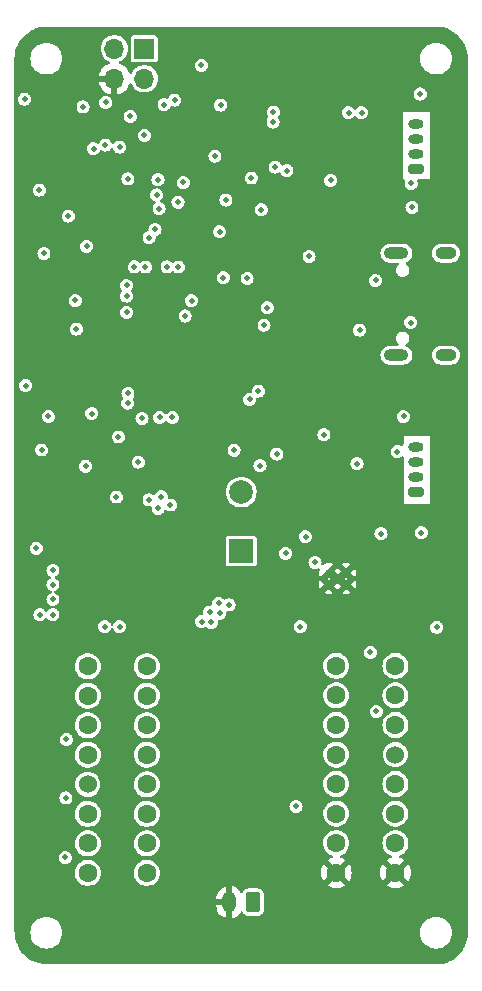
<source format=gbr>
%TF.GenerationSoftware,KiCad,Pcbnew,7.0.2-0*%
%TF.CreationDate,2023-10-14T01:58:59-05:00*%
%TF.ProjectId,Flight Computer,466c6967-6874-4204-936f-6d7075746572,1.1*%
%TF.SameCoordinates,Original*%
%TF.FileFunction,Copper,L2,Inr*%
%TF.FilePolarity,Positive*%
%FSLAX46Y46*%
G04 Gerber Fmt 4.6, Leading zero omitted, Abs format (unit mm)*
G04 Created by KiCad (PCBNEW 7.0.2-0) date 2023-10-14 01:58:59*
%MOMM*%
%LPD*%
G01*
G04 APERTURE LIST*
G04 Aperture macros list*
%AMRoundRect*
0 Rectangle with rounded corners*
0 $1 Rounding radius*
0 $2 $3 $4 $5 $6 $7 $8 $9 X,Y pos of 4 corners*
0 Add a 4 corners polygon primitive as box body*
4,1,4,$2,$3,$4,$5,$6,$7,$8,$9,$2,$3,0*
0 Add four circle primitives for the rounded corners*
1,1,$1+$1,$2,$3*
1,1,$1+$1,$4,$5*
1,1,$1+$1,$6,$7*
1,1,$1+$1,$8,$9*
0 Add four rect primitives between the rounded corners*
20,1,$1+$1,$2,$3,$4,$5,0*
20,1,$1+$1,$4,$5,$6,$7,0*
20,1,$1+$1,$6,$7,$8,$9,0*
20,1,$1+$1,$8,$9,$2,$3,0*%
G04 Aperture macros list end*
%TA.AperFunction,ComponentPad*%
%ADD10RoundRect,0.200000X0.450000X-0.200000X0.450000X0.200000X-0.450000X0.200000X-0.450000X-0.200000X0*%
%TD*%
%TA.AperFunction,ComponentPad*%
%ADD11O,1.300000X0.800000*%
%TD*%
%TA.AperFunction,ComponentPad*%
%ADD12O,2.100000X1.000000*%
%TD*%
%TA.AperFunction,ComponentPad*%
%ADD13O,1.800000X1.000000*%
%TD*%
%TA.AperFunction,ComponentPad*%
%ADD14C,0.600000*%
%TD*%
%TA.AperFunction,ComponentPad*%
%ADD15RoundRect,0.250000X0.350000X0.625000X-0.350000X0.625000X-0.350000X-0.625000X0.350000X-0.625000X0*%
%TD*%
%TA.AperFunction,ComponentPad*%
%ADD16O,1.200000X1.750000*%
%TD*%
%TA.AperFunction,ComponentPad*%
%ADD17C,1.600000*%
%TD*%
%TA.AperFunction,ComponentPad*%
%ADD18C,1.524000*%
%TD*%
%TA.AperFunction,ComponentPad*%
%ADD19R,2.000000X2.000000*%
%TD*%
%TA.AperFunction,ComponentPad*%
%ADD20C,2.000000*%
%TD*%
%TA.AperFunction,ComponentPad*%
%ADD21R,1.700000X1.700000*%
%TD*%
%TA.AperFunction,ComponentPad*%
%ADD22O,1.700000X1.700000*%
%TD*%
%TA.AperFunction,ViaPad*%
%ADD23C,0.500000*%
%TD*%
G04 APERTURE END LIST*
D10*
%TO.N,+5V*%
%TO.C,J8*%
X167100000Y-103175000D03*
D11*
%TO.N,/UART3 RX*%
X167100000Y-101925000D03*
%TO.N,/UART3 TX*%
X167100000Y-100675000D03*
%TO.N,GND*%
X167100000Y-99425000D03*
%TD*%
D12*
%TO.N,Net-(J7-SHIELD)*%
%TO.C,J7*%
X165440000Y-91622500D03*
D13*
X169640000Y-91622500D03*
D12*
X165440000Y-82982500D03*
D13*
X169640000Y-82982500D03*
%TD*%
D10*
%TO.N,+3.3V*%
%TO.C,J9*%
X167100000Y-75837500D03*
D11*
%TO.N,/I2C2 SDA*%
X167100000Y-74587500D03*
%TO.N,/I2C2 SCL*%
X167100000Y-73337500D03*
%TO.N,GND*%
X167100000Y-72087500D03*
%TD*%
D14*
%TO.N,GND*%
%TO.C,U8*%
X161200000Y-110037500D03*
X159700000Y-110037500D03*
X160450000Y-110537500D03*
X161200000Y-111037500D03*
X159700000Y-111037500D03*
%TD*%
D15*
%TO.N,/Main battery connector*%
%TO.C,J4*%
X153300000Y-137950000D03*
D16*
%TO.N,GND*%
X151300000Y-137950000D03*
%TD*%
D17*
%TO.N,+12V*%
%TO.C,J2*%
X139300000Y-135462500D03*
X144300000Y-135462500D03*
%TO.N,/Pyrotechnic Channels/Pyro Channel A*%
X139300000Y-132962500D03*
X144300000Y-132962500D03*
%TO.N,+12V*%
X139300000Y-130462500D03*
X144300000Y-130462500D03*
D18*
%TO.N,/Pyrotechnic Channels/Pyro Channel B*%
X139300000Y-127962500D03*
D17*
X144300000Y-127962500D03*
%TO.N,+12V*%
X139300000Y-125462500D03*
X144300000Y-125462500D03*
%TO.N,/Pyrotechnic Channels/Pyro Channel C*%
X139300000Y-122962500D03*
X144300000Y-122962500D03*
%TO.N,+12V*%
X139300000Y-120462500D03*
X144300000Y-120462500D03*
%TO.N,/Pyrotechnic Channels/Pyro Channel D*%
X139300000Y-117962500D03*
X144300000Y-117962500D03*
%TD*%
D19*
%TO.N,+5V*%
%TO.C,BZ1*%
X152300000Y-108212500D03*
D20*
%TO.N,Net-(BZ1-+)*%
X152300000Y-103212500D03*
%TD*%
D17*
%TO.N,/Pyrotechnic Channels/Pyro Channel E*%
%TO.C,J1*%
X165350000Y-117937500D03*
X160350000Y-117937500D03*
%TO.N,+12V*%
X165350000Y-120437500D03*
X160350000Y-120437500D03*
%TO.N,/Pyrotechnic Channels/Pyro Channel F*%
X165350000Y-122937500D03*
X160350000Y-122937500D03*
D18*
%TO.N,+12V*%
X165350000Y-125437500D03*
D17*
X160350000Y-125437500D03*
%TO.N,/Main battery connector*%
X165350000Y-127937500D03*
X160350000Y-127937500D03*
%TO.N,/Main battery in*%
X165350000Y-130437500D03*
X160350000Y-130437500D03*
%TO.N,+12V*%
X165350000Y-132937500D03*
X160350000Y-132937500D03*
%TO.N,GND*%
X165350000Y-135437500D03*
X160350000Y-135437500D03*
%TD*%
D21*
%TO.N,/SWDIO*%
%TO.C,J3*%
X144100000Y-65675000D03*
D22*
%TO.N,/NRST*%
X141560000Y-65675000D03*
%TO.N,/SWCLK*%
X144100000Y-68215000D03*
%TO.N,GND*%
X141560000Y-68215000D03*
%TD*%
D23*
%TO.N,+5V*%
X156050000Y-108400000D03*
X157300000Y-114600000D03*
X164131250Y-106731250D03*
%TO.N,+3.3V*%
X136350000Y-109850000D03*
X135970000Y-96800000D03*
X135400000Y-99650000D03*
X148925000Y-67075000D03*
X167550000Y-106650000D03*
X136350000Y-113600000D03*
X137650000Y-79850000D03*
X150550000Y-70450000D03*
X138250000Y-86992500D03*
X167450000Y-69512500D03*
X136350000Y-112300000D03*
X138350000Y-89417500D03*
X133950000Y-69950000D03*
X142700000Y-76700000D03*
X142000000Y-114612500D03*
X136350000Y-111050000D03*
X135250000Y-113600000D03*
X143576731Y-100673270D03*
X155312500Y-100000000D03*
X158050000Y-83262500D03*
X140820000Y-70219500D03*
X162315378Y-89504622D03*
X134050000Y-94212500D03*
X140750000Y-114612500D03*
X159300000Y-98362500D03*
X150474500Y-81181000D03*
X135200000Y-77650000D03*
X166690000Y-77090000D03*
X166750500Y-79112500D03*
X139200000Y-82400000D03*
X150066208Y-74775738D03*
%TO.N,GND*%
X136800000Y-93712500D03*
X141780000Y-70219500D03*
X149250000Y-126350000D03*
X147300000Y-121700000D03*
X139050000Y-115150000D03*
X133600000Y-93012500D03*
X155100000Y-125350000D03*
X169500000Y-107812500D03*
X153350000Y-118400000D03*
X144050000Y-71912500D03*
X137350000Y-81050000D03*
X149500000Y-73600000D03*
X166800000Y-110400000D03*
X159212500Y-99962500D03*
X148300000Y-131362500D03*
X157950000Y-82262500D03*
X154600000Y-115612500D03*
X163220000Y-83540000D03*
X139200000Y-80875000D03*
X136720000Y-79850000D03*
X150750000Y-120400000D03*
X138350000Y-88450000D03*
X134225000Y-122920000D03*
X152050000Y-133500000D03*
X144400000Y-108800000D03*
X152150000Y-77987998D03*
X135200000Y-76650000D03*
X150300000Y-107512500D03*
X157050000Y-112662500D03*
X158610916Y-104789084D03*
X147700000Y-92862500D03*
X142750000Y-100650000D03*
X139050000Y-114250000D03*
X155550000Y-119612500D03*
X161850000Y-94012500D03*
X170500000Y-119850000D03*
X153700000Y-119650000D03*
X133620000Y-96800000D03*
X147300000Y-116800000D03*
X149300000Y-121162500D03*
X157837998Y-90830000D03*
X138250000Y-86032500D03*
X150300000Y-105012500D03*
X139450000Y-104350000D03*
X149250000Y-131350000D03*
X139556585Y-69956585D03*
X141467869Y-105017869D03*
X165100000Y-110412500D03*
X166600500Y-93588046D03*
X148800000Y-81200000D03*
X165855000Y-79650000D03*
X151300000Y-122500000D03*
X139450000Y-77700000D03*
X170605000Y-79600000D03*
X150600000Y-125350000D03*
X153200419Y-100000000D03*
X157350000Y-124000000D03*
X150700000Y-129100000D03*
X168840000Y-72090000D03*
X167090000Y-98170000D03*
X153950000Y-112812500D03*
X148800000Y-94612500D03*
X148250000Y-121150000D03*
X155150000Y-112812500D03*
X149690000Y-72760000D03*
X141604977Y-76745023D03*
X149300000Y-69300000D03*
X157900000Y-97412500D03*
X157837998Y-89780000D03*
X153050000Y-122850000D03*
X158075000Y-129287500D03*
X147300000Y-126350000D03*
X138750000Y-74300000D03*
X137950000Y-115900000D03*
X137706585Y-71806585D03*
X165550000Y-113812500D03*
X148250000Y-116200000D03*
X147300000Y-131362500D03*
X152750000Y-112812500D03*
X156800000Y-124690000D03*
X159850000Y-97012500D03*
X134225000Y-127920000D03*
X157350000Y-119150000D03*
X134225000Y-117930000D03*
X134225000Y-132930000D03*
X148300000Y-126350000D03*
X170425000Y-124475000D03*
X163750000Y-90750000D03*
X149300000Y-116200000D03*
X161040000Y-113990000D03*
X145700000Y-109700000D03*
X156600000Y-119612500D03*
X143150000Y-103450000D03*
X159288743Y-85013000D03*
X155850000Y-124700000D03*
X148850000Y-136100000D03*
X135330000Y-86632500D03*
X141457760Y-73272825D03*
X142900000Y-107850000D03*
%TO.N,/SWDIO*%
X142602661Y-86616781D03*
%TO.N,/SWCLK*%
X142590690Y-85717358D03*
%TO.N,/NRST*%
X142598172Y-88000000D03*
%TO.N,/UART3 TX*%
X165524500Y-99790000D03*
%TO.N,/I2C2 SDA*%
X153750000Y-94663498D03*
%TO.N,/I2C2 SCL*%
X153000000Y-95362998D03*
%TO.N,/SDMMC Data 2*%
X155028415Y-71028415D03*
X156160000Y-76000000D03*
%TO.N,/SDMMC Data 3*%
X155170000Y-75700000D03*
X155000000Y-71890000D03*
%TO.N,/SDMMC Command*%
X151000000Y-78500000D03*
%TO.N,/SDMMC Clock*%
X154000000Y-79300000D03*
%TO.N,/SDMMC Data 0*%
X161400000Y-71100000D03*
X154237002Y-89085497D03*
%TO.N,/SDMMC Data 1*%
X154510000Y-87592500D03*
X162490000Y-71100000D03*
%TO.N,/SD Card Detect*%
X159870000Y-76822500D03*
X153160500Y-76620000D03*
%TO.N,/Pyro Channel A Trigger*%
X144501831Y-103877951D03*
X137400000Y-134150000D03*
%TO.N,/Pyro Channel B Trigger*%
X145525000Y-103595000D03*
X137450000Y-129112500D03*
%TO.N,/Pyro Channel C Trigger*%
X145269395Y-104597434D03*
X137500000Y-124150000D03*
%TO.N,/Pyro Channel E Trigger*%
X163224500Y-116787500D03*
X151700000Y-99670000D03*
%TO.N,/Pyro Channel F Trigger*%
X163750000Y-121787500D03*
X153890000Y-100990000D03*
%TO.N,/Pyro Channel D Trigger*%
X146305000Y-104305000D03*
X134939691Y-107967691D03*
%TO.N,/Pyro A Continuity Voltage*%
X150481891Y-113485061D03*
X142700599Y-94850000D03*
%TO.N,/Pyro B Continuity Voltage*%
X149621392Y-113367732D03*
X142695486Y-95689579D03*
%TO.N,/Pyro C Continuity Voltage*%
X139645980Y-96566297D03*
X149760605Y-114250115D03*
%TO.N,/Pyro E Continuity Voltage*%
X145389693Y-96888998D03*
X151260303Y-112770000D03*
%TO.N,/Pyro F Continuity Voltage*%
X150381035Y-112634205D03*
X143898967Y-96978603D03*
%TO.N,/Pyro D Continuity Voltage*%
X148955388Y-114188069D03*
X141907954Y-98542045D03*
%TO.N,/Ignition Battery Voltage*%
X156932500Y-129830000D03*
X146458242Y-96888000D03*
%TO.N,/Main battery in*%
X168850000Y-114662500D03*
%TO.N,Net-(U1-PD13)*%
X162100000Y-100812500D03*
X166050000Y-96812500D03*
%TO.N,Net-(U8-PG)*%
X158542767Y-109176153D03*
X157750000Y-107000000D03*
%TO.N,/High G Interrupt*%
X146025500Y-84150000D03*
X145770000Y-70430000D03*
%TO.N,/Chip Select Low G Gyro*%
X138908835Y-70604335D03*
X145000000Y-80977500D03*
X142895937Y-71400500D03*
%TO.N,/SPI1 SCK*%
X144100000Y-73012500D03*
X145345376Y-79217124D03*
X147404495Y-77000000D03*
%TO.N,/SPI1 MOSI*%
X145250000Y-76774500D03*
X145150000Y-78062000D03*
%TO.N,/SPI1 MISO*%
X146950000Y-78672454D03*
%TO.N,/Low G Gyro Interrupt*%
X144500000Y-81670000D03*
X142000000Y-74000000D03*
%TO.N,/Chip Select Low G Accel*%
X144180000Y-84150000D03*
X140803544Y-73834118D03*
%TO.N,/Low G Accel Interrupt*%
X143237076Y-84147384D03*
X139800000Y-74150000D03*
%TO.N,/QSPI Clock*%
X141725000Y-103625000D03*
X139125000Y-101025000D03*
%TO.N,/GPS Reset*%
X150792358Y-85070143D03*
%TO.N,/GPS External Interrupt*%
X152800000Y-85112002D03*
%TO.N,/UART2 TX*%
X147550000Y-88312500D03*
%TO.N,/UART2 RX*%
X148099665Y-87019665D03*
%TO.N,/USB 5V in*%
X166650500Y-88862500D03*
X163680601Y-85297617D03*
%TO.N,/Chip Select Altimeter*%
X135588773Y-83011227D03*
%TO.N,/Chip Select High G Accel*%
X146973946Y-84149500D03*
X146652500Y-70030000D03*
%TD*%
%TA.AperFunction,Conductor*%
%TO.N,GND*%
G36*
X168802777Y-63813155D02*
G01*
X169096701Y-63829662D01*
X169107724Y-63830904D01*
X169395224Y-63879752D01*
X169406018Y-63882215D01*
X169686251Y-63962949D01*
X169696722Y-63966613D01*
X169966134Y-64078208D01*
X169976136Y-64083025D01*
X170231354Y-64224078D01*
X170240755Y-64229985D01*
X170478575Y-64398728D01*
X170487254Y-64405649D01*
X170517388Y-64432578D01*
X170704697Y-64599967D01*
X170712532Y-64607802D01*
X170752240Y-64652235D01*
X170906850Y-64825245D01*
X170913771Y-64833924D01*
X171082514Y-65071744D01*
X171088421Y-65081145D01*
X171229474Y-65336363D01*
X171234291Y-65346365D01*
X171345884Y-65615773D01*
X171349551Y-65626252D01*
X171430280Y-65906466D01*
X171432750Y-65917290D01*
X171481594Y-66204770D01*
X171482837Y-66215802D01*
X171499344Y-66509721D01*
X171499500Y-66515272D01*
X171499500Y-140509726D01*
X171499344Y-140515277D01*
X171482837Y-140809197D01*
X171481594Y-140820229D01*
X171432750Y-141107709D01*
X171430280Y-141118533D01*
X171349551Y-141398747D01*
X171345884Y-141409226D01*
X171234291Y-141678634D01*
X171229474Y-141688636D01*
X171088421Y-141943854D01*
X171082514Y-141953255D01*
X170913771Y-142191075D01*
X170906850Y-142199754D01*
X170712540Y-142417189D01*
X170704689Y-142425040D01*
X170487254Y-142619350D01*
X170478575Y-142626271D01*
X170240755Y-142795014D01*
X170231354Y-142800921D01*
X169976136Y-142941974D01*
X169966134Y-142946791D01*
X169696726Y-143058384D01*
X169686247Y-143062051D01*
X169406033Y-143142780D01*
X169395209Y-143145250D01*
X169107729Y-143194094D01*
X169096697Y-143195337D01*
X168802778Y-143211844D01*
X168797227Y-143212000D01*
X135813894Y-143212000D01*
X135804645Y-143211567D01*
X135509649Y-143183886D01*
X135498941Y-143182287D01*
X135207123Y-143122227D01*
X135196652Y-143119467D01*
X134913150Y-143027901D01*
X134903044Y-143024015D01*
X134631227Y-142902031D01*
X134621606Y-142897064D01*
X134447937Y-142795014D01*
X134364738Y-142746125D01*
X134355733Y-142740149D01*
X134116876Y-142562056D01*
X134108568Y-142555123D01*
X133890595Y-142352014D01*
X133883089Y-142344211D01*
X133855804Y-142312548D01*
X133688598Y-142118511D01*
X133682005Y-142109956D01*
X133513317Y-141864353D01*
X133507688Y-141855111D01*
X133503639Y-141847563D01*
X133366844Y-141592581D01*
X133362261Y-141582789D01*
X133250921Y-141306426D01*
X133247436Y-141296194D01*
X133166940Y-141009314D01*
X133164595Y-140998770D01*
X133115912Y-140704832D01*
X133114732Y-140694097D01*
X133104788Y-140512499D01*
X134444340Y-140512499D01*
X134464936Y-140747905D01*
X134526098Y-140976167D01*
X134625963Y-141190326D01*
X134625964Y-141190327D01*
X134625965Y-141190329D01*
X134761505Y-141383901D01*
X134928599Y-141550995D01*
X135122171Y-141686535D01*
X135122172Y-141686535D01*
X135122173Y-141686536D01*
X135336332Y-141786401D01*
X135336333Y-141786401D01*
X135336337Y-141786403D01*
X135564592Y-141847563D01*
X135741034Y-141863000D01*
X135743203Y-141863000D01*
X135856797Y-141863000D01*
X135858966Y-141863000D01*
X136035408Y-141847563D01*
X136263663Y-141786403D01*
X136477829Y-141686535D01*
X136671401Y-141550995D01*
X136838495Y-141383901D01*
X136974035Y-141190330D01*
X137073903Y-140976163D01*
X137135063Y-140747908D01*
X137155659Y-140512500D01*
X167444340Y-140512500D01*
X167464936Y-140747905D01*
X167526098Y-140976167D01*
X167625963Y-141190326D01*
X167625964Y-141190327D01*
X167625965Y-141190329D01*
X167761505Y-141383901D01*
X167928599Y-141550995D01*
X168122171Y-141686535D01*
X168122172Y-141686535D01*
X168122173Y-141686536D01*
X168336332Y-141786401D01*
X168336333Y-141786401D01*
X168336337Y-141786403D01*
X168564592Y-141847563D01*
X168741034Y-141863000D01*
X168743203Y-141863000D01*
X168856797Y-141863000D01*
X168858966Y-141863000D01*
X169035408Y-141847563D01*
X169263663Y-141786403D01*
X169477829Y-141686535D01*
X169671401Y-141550995D01*
X169838495Y-141383901D01*
X169974035Y-141190330D01*
X170073903Y-140976163D01*
X170135063Y-140747908D01*
X170155659Y-140512500D01*
X170135063Y-140277092D01*
X170073903Y-140048837D01*
X169974035Y-139834671D01*
X169838495Y-139641099D01*
X169671401Y-139474005D01*
X169477829Y-139338465D01*
X169477828Y-139338464D01*
X169477826Y-139338463D01*
X169263667Y-139238598D01*
X169035405Y-139177436D01*
X168861129Y-139162189D01*
X168861123Y-139162188D01*
X168858966Y-139162000D01*
X168741034Y-139162000D01*
X168738877Y-139162188D01*
X168738870Y-139162189D01*
X168564594Y-139177436D01*
X168336332Y-139238598D01*
X168122173Y-139338463D01*
X167928602Y-139474002D01*
X167761502Y-139641102D01*
X167625963Y-139834672D01*
X167526098Y-140048832D01*
X167464936Y-140277094D01*
X167444340Y-140512500D01*
X137155659Y-140512500D01*
X137135063Y-140277092D01*
X137073903Y-140048837D01*
X136974035Y-139834671D01*
X136838495Y-139641099D01*
X136671401Y-139474005D01*
X136477829Y-139338465D01*
X136477828Y-139338464D01*
X136477826Y-139338463D01*
X136263667Y-139238598D01*
X136035405Y-139177436D01*
X135861129Y-139162189D01*
X135861123Y-139162188D01*
X135858966Y-139162000D01*
X135741034Y-139162000D01*
X135738877Y-139162188D01*
X135738870Y-139162189D01*
X135564594Y-139177436D01*
X135336332Y-139238598D01*
X135122173Y-139338463D01*
X134928602Y-139474002D01*
X134761502Y-139641102D01*
X134625963Y-139834672D01*
X134526098Y-140048832D01*
X134464936Y-140277094D01*
X134444340Y-140512499D01*
X133104788Y-140512499D01*
X133098291Y-140393864D01*
X133098144Y-140388453D01*
X133098145Y-140343587D01*
X133098180Y-139238597D01*
X133098233Y-137569962D01*
X150199999Y-137569962D01*
X150200000Y-137699999D01*
X150200001Y-137700000D01*
X151020440Y-137700000D01*
X150981722Y-137742059D01*
X150931449Y-137856670D01*
X150921114Y-137981395D01*
X150951837Y-138102719D01*
X151015394Y-138200000D01*
X150200001Y-138200000D01*
X150200000Y-138200001D01*
X150200000Y-138275049D01*
X150200223Y-138279744D01*
X150214965Y-138434124D01*
X150274149Y-138635689D01*
X150370411Y-138822410D01*
X150500271Y-138987541D01*
X150659031Y-139125107D01*
X150840967Y-139230147D01*
X151039486Y-139298856D01*
X151049999Y-139300367D01*
X151050000Y-139300366D01*
X151050000Y-138230617D01*
X151119052Y-138284363D01*
X151237424Y-138325000D01*
X151331073Y-138325000D01*
X151423446Y-138309586D01*
X151533514Y-138250019D01*
X151550000Y-138232110D01*
X151550000Y-139296257D01*
X151661412Y-139269230D01*
X151852498Y-139181963D01*
X152023623Y-139060105D01*
X152168593Y-138908065D01*
X152263036Y-138761110D01*
X152310402Y-138722379D01*
X152371488Y-138718885D01*
X152422960Y-138751965D01*
X152438417Y-138778314D01*
X152465637Y-138847340D01*
X152557077Y-138967922D01*
X152677656Y-139059360D01*
X152677657Y-139059360D01*
X152677658Y-139059361D01*
X152818436Y-139114877D01*
X152906898Y-139125500D01*
X152909850Y-139125500D01*
X153690150Y-139125500D01*
X153693102Y-139125500D01*
X153781564Y-139114877D01*
X153922342Y-139059361D01*
X154042922Y-138967922D01*
X154134361Y-138847342D01*
X154189877Y-138706564D01*
X154200500Y-138618102D01*
X154200500Y-137281898D01*
X154189877Y-137193436D01*
X154134361Y-137052658D01*
X154134360Y-137052657D01*
X154134360Y-137052656D01*
X154042922Y-136932077D01*
X153922343Y-136840639D01*
X153781562Y-136785122D01*
X153696030Y-136774851D01*
X153696019Y-136774850D01*
X153693102Y-136774500D01*
X152906898Y-136774500D01*
X152903981Y-136774850D01*
X152903969Y-136774851D01*
X152818437Y-136785122D01*
X152677656Y-136840639D01*
X152557077Y-136932077D01*
X152465637Y-137052659D01*
X152437836Y-137123158D01*
X152398899Y-137170355D01*
X152339657Y-137185652D01*
X152282738Y-137163205D01*
X152257744Y-137132203D01*
X152229588Y-137077589D01*
X152099728Y-136912458D01*
X151940968Y-136774892D01*
X151759032Y-136669852D01*
X151560513Y-136601143D01*
X151550001Y-136599631D01*
X151550000Y-136599632D01*
X151550000Y-137669382D01*
X151480948Y-137615637D01*
X151362576Y-137575000D01*
X151268927Y-137575000D01*
X151176554Y-137590414D01*
X151066486Y-137649981D01*
X151050000Y-137667889D01*
X151050000Y-136603740D01*
X151049999Y-136603740D01*
X150938592Y-136630769D01*
X150747497Y-136718039D01*
X150576376Y-136839894D01*
X150431407Y-136991933D01*
X150317831Y-137168660D01*
X150239755Y-137363683D01*
X150199999Y-137569962D01*
X133098233Y-137569962D01*
X133098300Y-135462500D01*
X138194785Y-135462500D01*
X138213603Y-135665583D01*
X138247756Y-135785618D01*
X138269419Y-135861752D01*
X138360325Y-136044318D01*
X138360326Y-136044319D01*
X138360327Y-136044321D01*
X138483236Y-136207079D01*
X138633959Y-136344481D01*
X138807363Y-136451848D01*
X138957254Y-136509915D01*
X138997546Y-136525525D01*
X139198022Y-136563000D01*
X139198024Y-136563000D01*
X139401978Y-136563000D01*
X139602453Y-136525525D01*
X139602456Y-136525524D01*
X139792637Y-136451848D01*
X139966041Y-136344481D01*
X140116764Y-136207079D01*
X140239673Y-136044321D01*
X140330582Y-135861750D01*
X140386397Y-135665583D01*
X140405215Y-135462500D01*
X143194785Y-135462500D01*
X143213603Y-135665583D01*
X143247756Y-135785618D01*
X143269419Y-135861752D01*
X143360325Y-136044318D01*
X143360326Y-136044319D01*
X143360327Y-136044321D01*
X143483236Y-136207079D01*
X143633959Y-136344481D01*
X143807363Y-136451848D01*
X143957254Y-136509915D01*
X143997546Y-136525525D01*
X144198022Y-136563000D01*
X144198024Y-136563000D01*
X144401978Y-136563000D01*
X144602453Y-136525525D01*
X144602456Y-136525524D01*
X144792637Y-136451848D01*
X144966041Y-136344481D01*
X145116764Y-136207079D01*
X145239673Y-136044321D01*
X145330582Y-135861750D01*
X145386397Y-135665583D01*
X145405215Y-135462500D01*
X145402898Y-135437500D01*
X159045033Y-135437500D01*
X159064858Y-135664101D01*
X159123734Y-135883829D01*
X159219864Y-136089980D01*
X159270972Y-136162971D01*
X159930194Y-135503748D01*
X159940762Y-135570469D01*
X160001882Y-135690423D01*
X160097077Y-135785618D01*
X160217031Y-135846738D01*
X160283748Y-135857304D01*
X159624527Y-136516526D01*
X159697519Y-136567635D01*
X159903670Y-136663765D01*
X160123398Y-136722641D01*
X160349999Y-136742466D01*
X160576601Y-136722641D01*
X160796329Y-136663765D01*
X161002480Y-136567635D01*
X161075471Y-136516526D01*
X160416250Y-135857305D01*
X160482969Y-135846738D01*
X160602923Y-135785618D01*
X160698118Y-135690423D01*
X160759238Y-135570469D01*
X160769805Y-135503750D01*
X161429026Y-136162971D01*
X161480135Y-136089980D01*
X161576265Y-135883829D01*
X161635141Y-135664101D01*
X161654966Y-135437500D01*
X161654966Y-135437499D01*
X164045033Y-135437499D01*
X164064858Y-135664101D01*
X164123734Y-135883829D01*
X164219864Y-136089980D01*
X164270972Y-136162971D01*
X164930194Y-135503748D01*
X164940762Y-135570469D01*
X165001882Y-135690423D01*
X165097077Y-135785618D01*
X165217031Y-135846738D01*
X165283748Y-135857304D01*
X164624527Y-136516526D01*
X164697519Y-136567635D01*
X164903670Y-136663765D01*
X165123398Y-136722641D01*
X165349999Y-136742466D01*
X165576601Y-136722641D01*
X165796329Y-136663765D01*
X166002480Y-136567635D01*
X166075471Y-136516526D01*
X165416250Y-135857305D01*
X165482969Y-135846738D01*
X165602923Y-135785618D01*
X165698118Y-135690423D01*
X165759238Y-135570469D01*
X165769805Y-135503750D01*
X166429026Y-136162971D01*
X166480135Y-136089980D01*
X166576265Y-135883829D01*
X166635141Y-135664101D01*
X166654966Y-135437500D01*
X166635141Y-135210898D01*
X166576265Y-134991170D01*
X166480135Y-134785019D01*
X166429026Y-134712027D01*
X165769804Y-135371248D01*
X165759238Y-135304531D01*
X165698118Y-135184577D01*
X165602923Y-135089382D01*
X165482969Y-135028262D01*
X165416248Y-135017694D01*
X166075471Y-134358472D01*
X166002480Y-134307364D01*
X165796330Y-134211234D01*
X165682531Y-134180742D01*
X165631217Y-134147417D01*
X165609291Y-134090296D01*
X165625127Y-134031195D01*
X165672392Y-133992800D01*
X165842637Y-133926848D01*
X166016041Y-133819481D01*
X166166764Y-133682079D01*
X166289673Y-133519321D01*
X166380582Y-133336750D01*
X166436397Y-133140583D01*
X166455215Y-132937500D01*
X166436397Y-132734417D01*
X166380582Y-132538250D01*
X166289673Y-132355679D01*
X166166764Y-132192921D01*
X166016041Y-132055519D01*
X165883015Y-131973153D01*
X165842639Y-131948153D01*
X165842637Y-131948152D01*
X165802347Y-131932543D01*
X165652453Y-131874474D01*
X165451978Y-131837000D01*
X165451976Y-131837000D01*
X165248024Y-131837000D01*
X165248022Y-131837000D01*
X165047546Y-131874474D01*
X164857360Y-131948153D01*
X164683961Y-132055517D01*
X164533237Y-132192920D01*
X164410325Y-132355681D01*
X164319419Y-132538247D01*
X164319418Y-132538250D01*
X164263603Y-132734417D01*
X164244785Y-132937500D01*
X164263603Y-133140583D01*
X164270716Y-133165583D01*
X164319419Y-133336752D01*
X164410325Y-133519318D01*
X164410326Y-133519319D01*
X164410327Y-133519321D01*
X164533236Y-133682079D01*
X164683959Y-133819481D01*
X164857363Y-133926848D01*
X165027607Y-133992800D01*
X165075038Y-134031451D01*
X165090692Y-134090600D01*
X165068589Y-134147654D01*
X165017468Y-134180741D01*
X164903674Y-134211232D01*
X164697519Y-134307364D01*
X164624527Y-134358472D01*
X165283749Y-135017694D01*
X165217031Y-135028262D01*
X165097077Y-135089382D01*
X165001882Y-135184577D01*
X164940762Y-135304531D01*
X164930194Y-135371249D01*
X164270972Y-134712027D01*
X164219864Y-134785019D01*
X164123734Y-134991170D01*
X164064858Y-135210898D01*
X164045033Y-135437499D01*
X161654966Y-135437499D01*
X161635141Y-135210898D01*
X161576265Y-134991170D01*
X161480135Y-134785019D01*
X161429026Y-134712027D01*
X160769804Y-135371248D01*
X160759238Y-135304531D01*
X160698118Y-135184577D01*
X160602923Y-135089382D01*
X160482969Y-135028262D01*
X160416248Y-135017694D01*
X161075471Y-134358472D01*
X161002480Y-134307364D01*
X160796330Y-134211234D01*
X160682531Y-134180742D01*
X160631217Y-134147417D01*
X160609291Y-134090296D01*
X160625127Y-134031195D01*
X160672392Y-133992800D01*
X160842637Y-133926848D01*
X161016041Y-133819481D01*
X161166764Y-133682079D01*
X161289673Y-133519321D01*
X161380582Y-133336750D01*
X161436397Y-133140583D01*
X161455215Y-132937500D01*
X161436397Y-132734417D01*
X161380582Y-132538250D01*
X161289673Y-132355679D01*
X161166764Y-132192921D01*
X161016041Y-132055519D01*
X160883015Y-131973153D01*
X160842639Y-131948153D01*
X160842637Y-131948152D01*
X160802347Y-131932543D01*
X160652453Y-131874474D01*
X160451978Y-131837000D01*
X160451976Y-131837000D01*
X160248024Y-131837000D01*
X160248022Y-131837000D01*
X160047546Y-131874474D01*
X159857360Y-131948153D01*
X159683961Y-132055517D01*
X159533237Y-132192920D01*
X159410325Y-132355681D01*
X159319419Y-132538247D01*
X159319418Y-132538250D01*
X159263603Y-132734417D01*
X159244785Y-132937500D01*
X159263603Y-133140583D01*
X159270716Y-133165583D01*
X159319419Y-133336752D01*
X159410325Y-133519318D01*
X159410326Y-133519319D01*
X159410327Y-133519321D01*
X159533236Y-133682079D01*
X159683959Y-133819481D01*
X159857363Y-133926848D01*
X160027607Y-133992800D01*
X160075038Y-134031451D01*
X160090692Y-134090600D01*
X160068589Y-134147654D01*
X160017468Y-134180741D01*
X159903674Y-134211232D01*
X159697519Y-134307364D01*
X159624527Y-134358472D01*
X160283749Y-135017694D01*
X160217031Y-135028262D01*
X160097077Y-135089382D01*
X160001882Y-135184577D01*
X159940762Y-135304531D01*
X159930194Y-135371249D01*
X159270972Y-134712027D01*
X159219864Y-134785019D01*
X159123734Y-134991170D01*
X159064858Y-135210898D01*
X159045033Y-135437500D01*
X145402898Y-135437500D01*
X145386397Y-135259417D01*
X145330582Y-135063250D01*
X145239673Y-134880679D01*
X145116764Y-134717921D01*
X144966041Y-134580519D01*
X144792637Y-134473152D01*
X144752347Y-134457543D01*
X144602453Y-134399474D01*
X144401978Y-134362000D01*
X144401976Y-134362000D01*
X144198024Y-134362000D01*
X144198022Y-134362000D01*
X143997546Y-134399474D01*
X143807360Y-134473153D01*
X143633961Y-134580517D01*
X143483237Y-134717920D01*
X143360325Y-134880681D01*
X143269419Y-135063247D01*
X143213603Y-135259417D01*
X143197102Y-135437500D01*
X143194785Y-135462500D01*
X140405215Y-135462500D01*
X140386397Y-135259417D01*
X140330582Y-135063250D01*
X140239673Y-134880679D01*
X140116764Y-134717921D01*
X139966041Y-134580519D01*
X139792637Y-134473152D01*
X139752347Y-134457543D01*
X139602453Y-134399474D01*
X139401978Y-134362000D01*
X139401976Y-134362000D01*
X139198024Y-134362000D01*
X139198022Y-134362000D01*
X138997546Y-134399474D01*
X138807360Y-134473153D01*
X138633961Y-134580517D01*
X138483237Y-134717920D01*
X138360325Y-134880681D01*
X138269419Y-135063247D01*
X138213603Y-135259417D01*
X138197102Y-135437500D01*
X138194785Y-135462500D01*
X133098300Y-135462500D01*
X133098342Y-134150000D01*
X136844750Y-134150000D01*
X136863669Y-134293709D01*
X136902892Y-134388401D01*
X136919139Y-134427625D01*
X136954073Y-134473152D01*
X137007378Y-134542621D01*
X137056766Y-134580517D01*
X137122375Y-134630861D01*
X137217067Y-134670083D01*
X137256290Y-134686330D01*
X137273008Y-134688531D01*
X137400000Y-134705250D01*
X137543709Y-134686330D01*
X137677625Y-134630861D01*
X137792621Y-134542621D01*
X137880861Y-134427625D01*
X137936330Y-134293709D01*
X137955250Y-134150000D01*
X137936330Y-134006291D01*
X137933941Y-134000524D01*
X137903424Y-133926848D01*
X137880861Y-133872375D01*
X137830932Y-133807306D01*
X137792621Y-133757378D01*
X137727069Y-133707079D01*
X137677625Y-133669139D01*
X137638401Y-133652892D01*
X137543709Y-133613669D01*
X137416717Y-133596951D01*
X137400000Y-133594750D01*
X137399999Y-133594750D01*
X137256290Y-133613669D01*
X137122375Y-133669139D01*
X137007378Y-133757378D01*
X136919139Y-133872375D01*
X136863669Y-134006290D01*
X136844750Y-134150000D01*
X133098342Y-134150000D01*
X133098380Y-132962500D01*
X138194785Y-132962500D01*
X138213603Y-133165583D01*
X138262305Y-133336752D01*
X138269419Y-133361752D01*
X138360325Y-133544318D01*
X138360326Y-133544319D01*
X138360327Y-133544321D01*
X138483236Y-133707079D01*
X138633959Y-133844481D01*
X138807363Y-133951848D01*
X138933011Y-134000524D01*
X138997546Y-134025525D01*
X139198022Y-134063000D01*
X139198024Y-134063000D01*
X139401978Y-134063000D01*
X139602453Y-134025525D01*
X139602456Y-134025524D01*
X139792637Y-133951848D01*
X139966041Y-133844481D01*
X140116764Y-133707079D01*
X140239673Y-133544321D01*
X140330582Y-133361750D01*
X140386397Y-133165583D01*
X140405215Y-132962500D01*
X143194785Y-132962500D01*
X143213603Y-133165583D01*
X143262305Y-133336752D01*
X143269419Y-133361752D01*
X143360325Y-133544318D01*
X143360326Y-133544319D01*
X143360327Y-133544321D01*
X143483236Y-133707079D01*
X143633959Y-133844481D01*
X143807363Y-133951848D01*
X143933011Y-134000524D01*
X143997546Y-134025525D01*
X144198022Y-134063000D01*
X144198024Y-134063000D01*
X144401978Y-134063000D01*
X144602453Y-134025525D01*
X144602456Y-134025524D01*
X144792637Y-133951848D01*
X144966041Y-133844481D01*
X145116764Y-133707079D01*
X145239673Y-133544321D01*
X145330582Y-133361750D01*
X145386397Y-133165583D01*
X145405215Y-132962500D01*
X145386397Y-132759417D01*
X145330582Y-132563250D01*
X145239673Y-132380679D01*
X145116764Y-132217921D01*
X144966041Y-132080519D01*
X144925665Y-132055519D01*
X144792639Y-131973153D01*
X144792637Y-131973152D01*
X144728104Y-131948152D01*
X144602453Y-131899474D01*
X144401978Y-131862000D01*
X144401976Y-131862000D01*
X144198024Y-131862000D01*
X144198022Y-131862000D01*
X143997546Y-131899474D01*
X143807360Y-131973153D01*
X143633961Y-132080517D01*
X143483237Y-132217920D01*
X143360325Y-132380681D01*
X143269419Y-132563247D01*
X143213603Y-132759417D01*
X143197102Y-132937500D01*
X143194785Y-132962500D01*
X140405215Y-132962500D01*
X140386397Y-132759417D01*
X140330582Y-132563250D01*
X140239673Y-132380679D01*
X140116764Y-132217921D01*
X139966041Y-132080519D01*
X139925665Y-132055519D01*
X139792639Y-131973153D01*
X139792637Y-131973152D01*
X139728104Y-131948152D01*
X139602453Y-131899474D01*
X139401978Y-131862000D01*
X139401976Y-131862000D01*
X139198024Y-131862000D01*
X139198022Y-131862000D01*
X138997546Y-131899474D01*
X138807360Y-131973153D01*
X138633961Y-132080517D01*
X138483237Y-132217920D01*
X138360325Y-132380681D01*
X138269419Y-132563247D01*
X138213603Y-132759417D01*
X138197102Y-132937500D01*
X138194785Y-132962500D01*
X133098380Y-132962500D01*
X133098460Y-130462500D01*
X138194785Y-130462500D01*
X138213603Y-130665583D01*
X138262305Y-130836752D01*
X138269419Y-130861752D01*
X138360325Y-131044318D01*
X138360326Y-131044319D01*
X138360327Y-131044321D01*
X138483236Y-131207079D01*
X138633959Y-131344481D01*
X138807363Y-131451848D01*
X138933011Y-131500524D01*
X138997546Y-131525525D01*
X139198022Y-131563000D01*
X139198024Y-131563000D01*
X139401978Y-131563000D01*
X139602453Y-131525525D01*
X139602456Y-131525524D01*
X139792637Y-131451848D01*
X139966041Y-131344481D01*
X140116764Y-131207079D01*
X140239673Y-131044321D01*
X140330582Y-130861750D01*
X140386397Y-130665583D01*
X140405215Y-130462500D01*
X143194785Y-130462500D01*
X143213603Y-130665583D01*
X143262305Y-130836752D01*
X143269419Y-130861752D01*
X143360325Y-131044318D01*
X143360326Y-131044319D01*
X143360327Y-131044321D01*
X143483236Y-131207079D01*
X143633959Y-131344481D01*
X143807363Y-131451848D01*
X143933011Y-131500524D01*
X143997546Y-131525525D01*
X144198022Y-131563000D01*
X144198024Y-131563000D01*
X144401978Y-131563000D01*
X144602453Y-131525525D01*
X144602456Y-131525524D01*
X144792637Y-131451848D01*
X144966041Y-131344481D01*
X145116764Y-131207079D01*
X145239673Y-131044321D01*
X145330582Y-130861750D01*
X145386397Y-130665583D01*
X145405215Y-130462500D01*
X145402898Y-130437500D01*
X159244785Y-130437500D01*
X159263603Y-130640583D01*
X159270716Y-130665583D01*
X159319419Y-130836752D01*
X159410325Y-131019318D01*
X159410326Y-131019319D01*
X159410327Y-131019321D01*
X159533236Y-131182079D01*
X159683959Y-131319481D01*
X159857363Y-131426848D01*
X160007254Y-131484915D01*
X160047546Y-131500525D01*
X160248022Y-131538000D01*
X160248024Y-131538000D01*
X160451978Y-131538000D01*
X160652453Y-131500525D01*
X160652456Y-131500524D01*
X160842637Y-131426848D01*
X161016041Y-131319481D01*
X161166764Y-131182079D01*
X161289673Y-131019321D01*
X161380582Y-130836750D01*
X161436397Y-130640583D01*
X161455215Y-130437500D01*
X164244785Y-130437500D01*
X164263603Y-130640583D01*
X164270716Y-130665583D01*
X164319419Y-130836752D01*
X164410325Y-131019318D01*
X164410326Y-131019319D01*
X164410327Y-131019321D01*
X164533236Y-131182079D01*
X164683959Y-131319481D01*
X164857363Y-131426848D01*
X165007254Y-131484915D01*
X165047546Y-131500525D01*
X165248022Y-131538000D01*
X165248024Y-131538000D01*
X165451978Y-131538000D01*
X165652453Y-131500525D01*
X165652456Y-131500524D01*
X165842637Y-131426848D01*
X166016041Y-131319481D01*
X166166764Y-131182079D01*
X166289673Y-131019321D01*
X166380582Y-130836750D01*
X166436397Y-130640583D01*
X166455215Y-130437500D01*
X166436397Y-130234417D01*
X166380582Y-130038250D01*
X166289673Y-129855679D01*
X166166764Y-129692921D01*
X166016041Y-129555519D01*
X166010963Y-129552375D01*
X165842639Y-129448153D01*
X165842637Y-129448152D01*
X165802347Y-129432543D01*
X165652453Y-129374474D01*
X165451978Y-129337000D01*
X165451976Y-129337000D01*
X165248024Y-129337000D01*
X165248022Y-129337000D01*
X165047546Y-129374474D01*
X164857360Y-129448153D01*
X164683961Y-129555517D01*
X164533237Y-129692920D01*
X164410325Y-129855681D01*
X164351555Y-129973709D01*
X164319418Y-130038250D01*
X164263603Y-130234417D01*
X164244785Y-130437500D01*
X161455215Y-130437500D01*
X161436397Y-130234417D01*
X161380582Y-130038250D01*
X161289673Y-129855679D01*
X161166764Y-129692921D01*
X161016041Y-129555519D01*
X161010963Y-129552375D01*
X160842639Y-129448153D01*
X160842637Y-129448152D01*
X160802347Y-129432543D01*
X160652453Y-129374474D01*
X160451978Y-129337000D01*
X160451976Y-129337000D01*
X160248024Y-129337000D01*
X160248022Y-129337000D01*
X160047546Y-129374474D01*
X159857360Y-129448153D01*
X159683961Y-129555517D01*
X159533237Y-129692920D01*
X159410325Y-129855681D01*
X159351555Y-129973709D01*
X159319418Y-130038250D01*
X159263603Y-130234417D01*
X159244785Y-130437500D01*
X145402898Y-130437500D01*
X145386397Y-130259417D01*
X145330582Y-130063250D01*
X145239673Y-129880679D01*
X145201401Y-129829999D01*
X156377250Y-129829999D01*
X156396169Y-129973709D01*
X156435392Y-130068401D01*
X156451639Y-130107625D01*
X156489950Y-130157552D01*
X156539878Y-130222621D01*
X156587832Y-130259417D01*
X156654875Y-130310861D01*
X156749567Y-130350083D01*
X156788790Y-130366330D01*
X156807710Y-130368820D01*
X156932500Y-130385250D01*
X157076209Y-130366330D01*
X157210125Y-130310861D01*
X157325121Y-130222621D01*
X157413361Y-130107625D01*
X157468830Y-129973709D01*
X157487750Y-129830000D01*
X157468830Y-129686291D01*
X157413361Y-129552375D01*
X157352571Y-129473152D01*
X157325121Y-129437378D01*
X157260052Y-129387450D01*
X157210125Y-129349139D01*
X157170901Y-129332892D01*
X157076209Y-129293669D01*
X156949217Y-129276951D01*
X156932500Y-129274750D01*
X156932499Y-129274750D01*
X156788790Y-129293669D01*
X156654875Y-129349139D01*
X156539878Y-129437378D01*
X156451639Y-129552375D01*
X156396169Y-129686290D01*
X156377250Y-129829999D01*
X145201401Y-129829999D01*
X145116764Y-129717921D01*
X144966041Y-129580519D01*
X144925665Y-129555519D01*
X144792639Y-129473153D01*
X144792637Y-129473152D01*
X144700296Y-129437379D01*
X144602453Y-129399474D01*
X144401978Y-129362000D01*
X144401976Y-129362000D01*
X144198024Y-129362000D01*
X144198022Y-129362000D01*
X143997546Y-129399474D01*
X143807360Y-129473153D01*
X143633961Y-129580517D01*
X143483237Y-129717920D01*
X143360325Y-129880681D01*
X143281866Y-130038250D01*
X143269418Y-130063250D01*
X143220716Y-130234417D01*
X143213603Y-130259417D01*
X143197102Y-130437500D01*
X143194785Y-130462500D01*
X140405215Y-130462500D01*
X140386397Y-130259417D01*
X140330582Y-130063250D01*
X140239673Y-129880679D01*
X140116764Y-129717921D01*
X139966041Y-129580519D01*
X139925665Y-129555519D01*
X139792639Y-129473153D01*
X139792637Y-129473152D01*
X139700296Y-129437379D01*
X139602453Y-129399474D01*
X139401978Y-129362000D01*
X139401976Y-129362000D01*
X139198024Y-129362000D01*
X139198022Y-129362000D01*
X138997546Y-129399474D01*
X138807360Y-129473153D01*
X138633961Y-129580517D01*
X138483237Y-129717920D01*
X138360325Y-129880681D01*
X138281866Y-130038250D01*
X138269418Y-130063250D01*
X138220716Y-130234417D01*
X138213603Y-130259417D01*
X138197102Y-130437500D01*
X138194785Y-130462500D01*
X133098460Y-130462500D01*
X133098503Y-129112499D01*
X136894750Y-129112499D01*
X136913669Y-129256209D01*
X136947134Y-129337000D01*
X136969139Y-129390125D01*
X137007450Y-129440052D01*
X137057378Y-129505121D01*
X137107306Y-129543432D01*
X137172375Y-129593361D01*
X137267067Y-129632583D01*
X137306290Y-129648830D01*
X137323008Y-129651031D01*
X137450000Y-129667750D01*
X137593709Y-129648830D01*
X137727625Y-129593361D01*
X137842621Y-129505121D01*
X137930861Y-129390125D01*
X137986330Y-129256209D01*
X138005250Y-129112500D01*
X137986330Y-128968791D01*
X137978079Y-128948872D01*
X137968956Y-128926846D01*
X137930861Y-128834875D01*
X137880932Y-128769806D01*
X137842621Y-128719878D01*
X137777552Y-128669950D01*
X137727625Y-128631639D01*
X137688401Y-128615392D01*
X137593709Y-128576169D01*
X137450000Y-128557250D01*
X137306290Y-128576169D01*
X137172375Y-128631639D01*
X137057378Y-128719878D01*
X136969139Y-128834875D01*
X136913669Y-128968790D01*
X136894750Y-129112499D01*
X133098503Y-129112499D01*
X133098540Y-127962500D01*
X138232358Y-127962500D01*
X138252872Y-128170784D01*
X138313627Y-128371069D01*
X138412287Y-128555648D01*
X138429129Y-128576170D01*
X138545064Y-128717436D01*
X138669406Y-128819481D01*
X138706851Y-128850212D01*
X138891430Y-128948872D01*
X138957092Y-128968790D01*
X139091714Y-129009627D01*
X139195857Y-129019884D01*
X139299999Y-129030141D01*
X139299999Y-129030140D01*
X139300000Y-129030141D01*
X139508286Y-129009627D01*
X139708569Y-128948872D01*
X139893150Y-128850211D01*
X140054936Y-128717436D01*
X140187711Y-128555650D01*
X140286372Y-128371069D01*
X140347127Y-128170786D01*
X140367641Y-127962500D01*
X143194785Y-127962500D01*
X143213603Y-128165583D01*
X143262305Y-128336752D01*
X143269419Y-128361752D01*
X143360325Y-128544318D01*
X143360326Y-128544319D01*
X143360327Y-128544321D01*
X143483236Y-128707079D01*
X143633959Y-128844481D01*
X143807363Y-128951848D01*
X143933011Y-129000524D01*
X143997546Y-129025525D01*
X144198022Y-129063000D01*
X144198024Y-129063000D01*
X144401978Y-129063000D01*
X144602453Y-129025525D01*
X144602456Y-129025524D01*
X144792637Y-128951848D01*
X144966041Y-128844481D01*
X145116764Y-128707079D01*
X145239673Y-128544321D01*
X145330582Y-128361750D01*
X145386397Y-128165583D01*
X145405215Y-127962500D01*
X145402898Y-127937500D01*
X159244785Y-127937500D01*
X159263603Y-128140583D01*
X159270716Y-128165583D01*
X159319419Y-128336752D01*
X159410325Y-128519318D01*
X159410326Y-128519319D01*
X159410327Y-128519321D01*
X159533236Y-128682079D01*
X159683959Y-128819481D01*
X159857363Y-128926848D01*
X160007254Y-128984915D01*
X160047546Y-129000525D01*
X160248022Y-129038000D01*
X160248024Y-129038000D01*
X160451978Y-129038000D01*
X160652453Y-129000525D01*
X160652456Y-129000524D01*
X160842637Y-128926848D01*
X161016041Y-128819481D01*
X161166764Y-128682079D01*
X161289673Y-128519321D01*
X161380582Y-128336750D01*
X161436397Y-128140583D01*
X161455215Y-127937500D01*
X164244785Y-127937500D01*
X164263603Y-128140583D01*
X164270716Y-128165583D01*
X164319419Y-128336752D01*
X164410325Y-128519318D01*
X164410326Y-128519319D01*
X164410327Y-128519321D01*
X164533236Y-128682079D01*
X164683959Y-128819481D01*
X164857363Y-128926848D01*
X165007254Y-128984915D01*
X165047546Y-129000525D01*
X165248022Y-129038000D01*
X165248024Y-129038000D01*
X165451978Y-129038000D01*
X165652453Y-129000525D01*
X165652456Y-129000524D01*
X165842637Y-128926848D01*
X166016041Y-128819481D01*
X166166764Y-128682079D01*
X166289673Y-128519321D01*
X166380582Y-128336750D01*
X166436397Y-128140583D01*
X166455215Y-127937500D01*
X166436397Y-127734417D01*
X166380582Y-127538250D01*
X166289673Y-127355679D01*
X166166764Y-127192921D01*
X166016041Y-127055519D01*
X165887820Y-126976128D01*
X165842639Y-126948153D01*
X165842637Y-126948152D01*
X165802347Y-126932543D01*
X165652453Y-126874474D01*
X165451978Y-126837000D01*
X165451976Y-126837000D01*
X165248024Y-126837000D01*
X165248022Y-126837000D01*
X165047546Y-126874474D01*
X164857360Y-126948153D01*
X164683961Y-127055517D01*
X164533237Y-127192920D01*
X164410325Y-127355681D01*
X164319419Y-127538247D01*
X164319418Y-127538250D01*
X164263603Y-127734417D01*
X164244785Y-127937500D01*
X161455215Y-127937500D01*
X161436397Y-127734417D01*
X161380582Y-127538250D01*
X161289673Y-127355679D01*
X161166764Y-127192921D01*
X161016041Y-127055519D01*
X160887820Y-126976128D01*
X160842639Y-126948153D01*
X160842637Y-126948152D01*
X160802347Y-126932543D01*
X160652453Y-126874474D01*
X160451978Y-126837000D01*
X160451976Y-126837000D01*
X160248024Y-126837000D01*
X160248022Y-126837000D01*
X160047546Y-126874474D01*
X159857360Y-126948153D01*
X159683961Y-127055517D01*
X159533237Y-127192920D01*
X159410325Y-127355681D01*
X159319419Y-127538247D01*
X159319418Y-127538250D01*
X159263603Y-127734417D01*
X159244785Y-127937500D01*
X145402898Y-127937500D01*
X145386397Y-127759417D01*
X145330582Y-127563250D01*
X145239673Y-127380679D01*
X145116764Y-127217921D01*
X144966041Y-127080519D01*
X144956787Y-127074789D01*
X144792639Y-126973153D01*
X144792637Y-126973152D01*
X144728104Y-126948152D01*
X144602453Y-126899474D01*
X144401978Y-126862000D01*
X144401976Y-126862000D01*
X144198024Y-126862000D01*
X144198022Y-126862000D01*
X143997546Y-126899474D01*
X143807360Y-126973153D01*
X143633961Y-127080517D01*
X143483237Y-127217920D01*
X143360325Y-127380681D01*
X143274058Y-127553931D01*
X143269418Y-127563250D01*
X143213603Y-127759417D01*
X143194785Y-127962500D01*
X140367641Y-127962500D01*
X140347127Y-127754214D01*
X140286372Y-127553931D01*
X140286372Y-127553930D01*
X140187712Y-127369351D01*
X140167523Y-127344751D01*
X140054936Y-127207564D01*
X139893150Y-127074789D01*
X139893151Y-127074789D01*
X139893148Y-127074787D01*
X139708569Y-126976127D01*
X139508284Y-126915372D01*
X139300000Y-126894858D01*
X139091715Y-126915372D01*
X138891430Y-126976127D01*
X138706851Y-127074787D01*
X138545064Y-127207564D01*
X138412287Y-127369351D01*
X138313627Y-127553930D01*
X138252872Y-127754215D01*
X138232358Y-127962500D01*
X133098540Y-127962500D01*
X133098619Y-125462500D01*
X138194785Y-125462500D01*
X138213603Y-125665583D01*
X138264956Y-125846069D01*
X138269419Y-125861752D01*
X138360325Y-126044318D01*
X138360326Y-126044319D01*
X138360327Y-126044321D01*
X138483236Y-126207079D01*
X138633959Y-126344481D01*
X138807363Y-126451848D01*
X138933011Y-126500524D01*
X138997546Y-126525525D01*
X139198022Y-126563000D01*
X139198024Y-126563000D01*
X139401978Y-126563000D01*
X139602453Y-126525525D01*
X139602456Y-126525524D01*
X139792637Y-126451848D01*
X139966041Y-126344481D01*
X140116764Y-126207079D01*
X140239673Y-126044321D01*
X140330582Y-125861750D01*
X140386397Y-125665583D01*
X140405215Y-125462500D01*
X143194785Y-125462500D01*
X143213603Y-125665583D01*
X143264956Y-125846069D01*
X143269419Y-125861752D01*
X143360325Y-126044318D01*
X143360326Y-126044319D01*
X143360327Y-126044321D01*
X143483236Y-126207079D01*
X143633959Y-126344481D01*
X143807363Y-126451848D01*
X143933011Y-126500524D01*
X143997546Y-126525525D01*
X144198022Y-126563000D01*
X144198024Y-126563000D01*
X144401978Y-126563000D01*
X144602453Y-126525525D01*
X144602456Y-126525524D01*
X144792637Y-126451848D01*
X144966041Y-126344481D01*
X145116764Y-126207079D01*
X145239673Y-126044321D01*
X145330582Y-125861750D01*
X145386397Y-125665583D01*
X145405215Y-125462500D01*
X145402898Y-125437500D01*
X159244785Y-125437500D01*
X159263603Y-125640583D01*
X159270716Y-125665583D01*
X159319419Y-125836752D01*
X159410325Y-126019318D01*
X159410326Y-126019319D01*
X159410327Y-126019321D01*
X159533236Y-126182079D01*
X159683959Y-126319481D01*
X159857363Y-126426848D01*
X160006509Y-126484627D01*
X160047546Y-126500525D01*
X160248022Y-126538000D01*
X160248024Y-126538000D01*
X160451978Y-126538000D01*
X160652453Y-126500525D01*
X160652456Y-126500524D01*
X160842637Y-126426848D01*
X161016041Y-126319481D01*
X161166764Y-126182079D01*
X161289673Y-126019321D01*
X161380582Y-125836750D01*
X161436397Y-125640583D01*
X161455215Y-125437500D01*
X161455215Y-125437499D01*
X164282358Y-125437499D01*
X164302872Y-125645784D01*
X164363627Y-125846069D01*
X164462287Y-126030648D01*
X164502664Y-126079847D01*
X164595064Y-126192436D01*
X164732251Y-126305023D01*
X164756851Y-126325212D01*
X164941430Y-126423872D01*
X165033649Y-126451846D01*
X165141714Y-126484627D01*
X165350000Y-126505141D01*
X165558286Y-126484627D01*
X165758569Y-126423872D01*
X165943150Y-126325211D01*
X166104936Y-126192436D01*
X166237711Y-126030650D01*
X166336372Y-125846069D01*
X166397127Y-125645786D01*
X166417641Y-125437500D01*
X166397127Y-125229214D01*
X166336372Y-125028931D01*
X166336372Y-125028930D01*
X166237712Y-124844351D01*
X166217523Y-124819751D01*
X166104936Y-124682564D01*
X165992347Y-124590164D01*
X165943148Y-124549787D01*
X165758569Y-124451127D01*
X165558284Y-124390372D01*
X165350000Y-124369858D01*
X165141715Y-124390372D01*
X164941430Y-124451127D01*
X164756851Y-124549787D01*
X164595064Y-124682564D01*
X164462287Y-124844351D01*
X164363627Y-125028930D01*
X164302872Y-125229215D01*
X164282358Y-125437499D01*
X161455215Y-125437499D01*
X161436397Y-125234417D01*
X161380582Y-125038250D01*
X161289673Y-124855679D01*
X161166764Y-124692921D01*
X161016041Y-124555519D01*
X161006787Y-124549789D01*
X160842639Y-124448153D01*
X160842637Y-124448152D01*
X160802347Y-124432543D01*
X160652453Y-124374474D01*
X160451978Y-124337000D01*
X160451976Y-124337000D01*
X160248024Y-124337000D01*
X160248022Y-124337000D01*
X160047546Y-124374474D01*
X159857360Y-124448153D01*
X159683961Y-124555517D01*
X159683958Y-124555519D01*
X159683959Y-124555519D01*
X159533236Y-124692921D01*
X159523926Y-124705250D01*
X159410325Y-124855681D01*
X159324058Y-125028931D01*
X159319418Y-125038250D01*
X159263603Y-125234417D01*
X159244785Y-125437500D01*
X145402898Y-125437500D01*
X145386397Y-125259417D01*
X145330582Y-125063250D01*
X145239673Y-124880679D01*
X145116764Y-124717921D01*
X144966041Y-124580519D01*
X144925665Y-124555519D01*
X144792639Y-124473153D01*
X144792637Y-124473152D01*
X144728104Y-124448152D01*
X144602453Y-124399474D01*
X144401978Y-124362000D01*
X144401976Y-124362000D01*
X144198024Y-124362000D01*
X144198022Y-124362000D01*
X143997546Y-124399474D01*
X143807360Y-124473153D01*
X143633961Y-124580517D01*
X143483237Y-124717920D01*
X143360325Y-124880681D01*
X143269419Y-125063247D01*
X143213603Y-125259417D01*
X143197102Y-125437500D01*
X143194785Y-125462500D01*
X140405215Y-125462500D01*
X140386397Y-125259417D01*
X140330582Y-125063250D01*
X140239673Y-124880679D01*
X140116764Y-124717921D01*
X139966041Y-124580519D01*
X139925665Y-124555519D01*
X139792639Y-124473153D01*
X139792637Y-124473152D01*
X139728104Y-124448152D01*
X139602453Y-124399474D01*
X139401978Y-124362000D01*
X139401976Y-124362000D01*
X139198024Y-124362000D01*
X139198022Y-124362000D01*
X138997546Y-124399474D01*
X138807360Y-124473153D01*
X138633961Y-124580517D01*
X138483237Y-124717920D01*
X138360325Y-124880681D01*
X138269419Y-125063247D01*
X138213603Y-125259417D01*
X138197102Y-125437500D01*
X138194785Y-125462500D01*
X133098619Y-125462500D01*
X133098661Y-124150000D01*
X136944750Y-124150000D01*
X136963669Y-124293709D01*
X136995211Y-124369858D01*
X137019139Y-124427625D01*
X137034890Y-124448152D01*
X137107378Y-124542621D01*
X137156766Y-124580517D01*
X137222375Y-124630861D01*
X137317067Y-124670083D01*
X137356290Y-124686330D01*
X137375209Y-124688820D01*
X137500000Y-124705250D01*
X137643709Y-124686330D01*
X137777625Y-124630861D01*
X137892621Y-124542621D01*
X137980861Y-124427625D01*
X138036330Y-124293709D01*
X138055250Y-124150000D01*
X138036330Y-124006291D01*
X138033941Y-124000524D01*
X138003423Y-123926846D01*
X137980861Y-123872375D01*
X137930932Y-123807306D01*
X137892621Y-123757378D01*
X137827069Y-123707079D01*
X137777625Y-123669139D01*
X137738401Y-123652892D01*
X137643709Y-123613669D01*
X137516717Y-123596951D01*
X137500000Y-123594750D01*
X137499999Y-123594750D01*
X137356290Y-123613669D01*
X137222375Y-123669139D01*
X137107378Y-123757378D01*
X137019139Y-123872375D01*
X136963669Y-124006290D01*
X136944750Y-124150000D01*
X133098661Y-124150000D01*
X133098699Y-122962500D01*
X138194785Y-122962500D01*
X138213603Y-123165583D01*
X138262305Y-123336752D01*
X138269419Y-123361752D01*
X138360325Y-123544318D01*
X138360326Y-123544319D01*
X138360327Y-123544321D01*
X138483236Y-123707079D01*
X138633959Y-123844481D01*
X138807363Y-123951848D01*
X138933011Y-124000524D01*
X138997546Y-124025525D01*
X139198022Y-124063000D01*
X139198024Y-124063000D01*
X139401978Y-124063000D01*
X139602453Y-124025525D01*
X139602456Y-124025524D01*
X139792637Y-123951848D01*
X139966041Y-123844481D01*
X140116764Y-123707079D01*
X140239673Y-123544321D01*
X140330582Y-123361750D01*
X140386397Y-123165583D01*
X140405215Y-122962500D01*
X143194785Y-122962500D01*
X143213603Y-123165583D01*
X143262305Y-123336752D01*
X143269419Y-123361752D01*
X143360325Y-123544318D01*
X143360326Y-123544319D01*
X143360327Y-123544321D01*
X143483236Y-123707079D01*
X143633959Y-123844481D01*
X143807363Y-123951848D01*
X143933011Y-124000524D01*
X143997546Y-124025525D01*
X144198022Y-124063000D01*
X144198024Y-124063000D01*
X144401978Y-124063000D01*
X144602453Y-124025525D01*
X144602456Y-124025524D01*
X144792637Y-123951848D01*
X144966041Y-123844481D01*
X145116764Y-123707079D01*
X145239673Y-123544321D01*
X145330582Y-123361750D01*
X145386397Y-123165583D01*
X145405215Y-122962500D01*
X145402898Y-122937500D01*
X159244785Y-122937500D01*
X159263603Y-123140583D01*
X159270716Y-123165583D01*
X159319419Y-123336752D01*
X159410325Y-123519318D01*
X159410326Y-123519319D01*
X159410327Y-123519321D01*
X159533236Y-123682079D01*
X159683959Y-123819481D01*
X159857363Y-123926848D01*
X160007254Y-123984915D01*
X160047546Y-124000525D01*
X160248022Y-124038000D01*
X160248024Y-124038000D01*
X160451978Y-124038000D01*
X160652453Y-124000525D01*
X160652456Y-124000524D01*
X160842637Y-123926848D01*
X161016041Y-123819481D01*
X161166764Y-123682079D01*
X161289673Y-123519321D01*
X161380582Y-123336750D01*
X161436397Y-123140583D01*
X161455215Y-122937500D01*
X164244785Y-122937500D01*
X164263603Y-123140583D01*
X164270716Y-123165583D01*
X164319419Y-123336752D01*
X164410325Y-123519318D01*
X164410326Y-123519319D01*
X164410327Y-123519321D01*
X164533236Y-123682079D01*
X164683959Y-123819481D01*
X164857363Y-123926848D01*
X165007254Y-123984915D01*
X165047546Y-124000525D01*
X165248022Y-124038000D01*
X165248024Y-124038000D01*
X165451978Y-124038000D01*
X165652453Y-124000525D01*
X165652456Y-124000524D01*
X165842637Y-123926848D01*
X166016041Y-123819481D01*
X166166764Y-123682079D01*
X166289673Y-123519321D01*
X166380582Y-123336750D01*
X166436397Y-123140583D01*
X166455215Y-122937500D01*
X166436397Y-122734417D01*
X166380582Y-122538250D01*
X166289673Y-122355679D01*
X166166764Y-122192921D01*
X166016041Y-122055519D01*
X165883015Y-121973153D01*
X165842639Y-121948153D01*
X165842637Y-121948152D01*
X165798902Y-121931209D01*
X165652453Y-121874474D01*
X165451978Y-121837000D01*
X165451976Y-121837000D01*
X165248024Y-121837000D01*
X165248022Y-121837000D01*
X165047546Y-121874474D01*
X164857360Y-121948153D01*
X164683961Y-122055517D01*
X164533237Y-122192920D01*
X164410325Y-122355681D01*
X164319419Y-122538247D01*
X164319418Y-122538250D01*
X164263603Y-122734417D01*
X164244785Y-122937500D01*
X161455215Y-122937500D01*
X161436397Y-122734417D01*
X161380582Y-122538250D01*
X161289673Y-122355679D01*
X161166764Y-122192921D01*
X161016041Y-122055519D01*
X160883015Y-121973153D01*
X160842639Y-121948153D01*
X160842637Y-121948152D01*
X160798902Y-121931209D01*
X160652453Y-121874474D01*
X160451978Y-121837000D01*
X160451976Y-121837000D01*
X160248024Y-121837000D01*
X160248022Y-121837000D01*
X160047546Y-121874474D01*
X159857360Y-121948153D01*
X159683961Y-122055517D01*
X159533237Y-122192920D01*
X159410325Y-122355681D01*
X159319419Y-122538247D01*
X159319418Y-122538250D01*
X159263603Y-122734417D01*
X159244785Y-122937500D01*
X145402898Y-122937500D01*
X145386397Y-122759417D01*
X145330582Y-122563250D01*
X145239673Y-122380679D01*
X145116764Y-122217921D01*
X144966041Y-122080519D01*
X144925665Y-122055519D01*
X144792639Y-121973153D01*
X144792637Y-121973152D01*
X144728104Y-121948152D01*
X144602453Y-121899474D01*
X144401978Y-121862000D01*
X144401976Y-121862000D01*
X144198024Y-121862000D01*
X144198022Y-121862000D01*
X143997546Y-121899474D01*
X143807360Y-121973153D01*
X143633961Y-122080517D01*
X143483237Y-122217920D01*
X143360325Y-122380681D01*
X143269419Y-122563247D01*
X143213603Y-122759417D01*
X143197102Y-122937500D01*
X143194785Y-122962500D01*
X140405215Y-122962500D01*
X140386397Y-122759417D01*
X140330582Y-122563250D01*
X140239673Y-122380679D01*
X140116764Y-122217921D01*
X139966041Y-122080519D01*
X139925665Y-122055519D01*
X139792639Y-121973153D01*
X139792637Y-121973152D01*
X139728104Y-121948152D01*
X139602453Y-121899474D01*
X139401978Y-121862000D01*
X139401976Y-121862000D01*
X139198024Y-121862000D01*
X139198022Y-121862000D01*
X138997546Y-121899474D01*
X138807360Y-121973153D01*
X138633961Y-122080517D01*
X138483237Y-122217920D01*
X138360325Y-122380681D01*
X138269419Y-122563247D01*
X138213603Y-122759417D01*
X138197102Y-122937500D01*
X138194785Y-122962500D01*
X133098699Y-122962500D01*
X133098736Y-121787500D01*
X163194750Y-121787500D01*
X163213669Y-121931209D01*
X163252892Y-122025901D01*
X163269139Y-122065125D01*
X163307450Y-122115052D01*
X163357378Y-122180121D01*
X163374060Y-122192921D01*
X163472375Y-122268361D01*
X163567067Y-122307583D01*
X163606290Y-122323830D01*
X163623008Y-122326031D01*
X163750000Y-122342750D01*
X163893709Y-122323830D01*
X164027625Y-122268361D01*
X164142621Y-122180121D01*
X164230861Y-122065125D01*
X164286330Y-121931209D01*
X164305250Y-121787500D01*
X164286330Y-121643791D01*
X164230861Y-121509875D01*
X164167152Y-121426848D01*
X164142621Y-121394878D01*
X164044362Y-121319482D01*
X164027625Y-121306639D01*
X163988401Y-121290392D01*
X163893709Y-121251169D01*
X163766717Y-121234451D01*
X163750000Y-121232250D01*
X163749999Y-121232250D01*
X163606290Y-121251169D01*
X163472375Y-121306639D01*
X163357378Y-121394878D01*
X163269139Y-121509875D01*
X163213669Y-121643790D01*
X163194750Y-121787500D01*
X133098736Y-121787500D01*
X133098778Y-120462500D01*
X138194785Y-120462500D01*
X138213603Y-120665583D01*
X138262305Y-120836752D01*
X138269419Y-120861752D01*
X138360325Y-121044318D01*
X138360326Y-121044319D01*
X138360327Y-121044321D01*
X138483236Y-121207079D01*
X138633959Y-121344481D01*
X138807363Y-121451848D01*
X138933011Y-121500524D01*
X138997546Y-121525525D01*
X139198022Y-121563000D01*
X139198024Y-121563000D01*
X139401978Y-121563000D01*
X139602453Y-121525525D01*
X139602456Y-121525524D01*
X139792637Y-121451848D01*
X139966041Y-121344481D01*
X140116764Y-121207079D01*
X140239673Y-121044321D01*
X140330582Y-120861750D01*
X140386397Y-120665583D01*
X140405215Y-120462500D01*
X143194785Y-120462500D01*
X143213603Y-120665583D01*
X143262305Y-120836752D01*
X143269419Y-120861752D01*
X143360325Y-121044318D01*
X143360326Y-121044319D01*
X143360327Y-121044321D01*
X143483236Y-121207079D01*
X143633959Y-121344481D01*
X143807363Y-121451848D01*
X143933011Y-121500524D01*
X143997546Y-121525525D01*
X144198022Y-121563000D01*
X144198024Y-121563000D01*
X144401978Y-121563000D01*
X144602453Y-121525525D01*
X144602456Y-121525524D01*
X144792637Y-121451848D01*
X144966041Y-121344481D01*
X145116764Y-121207079D01*
X145239673Y-121044321D01*
X145330582Y-120861750D01*
X145386397Y-120665583D01*
X145405215Y-120462500D01*
X145402898Y-120437500D01*
X159244785Y-120437500D01*
X159263603Y-120640583D01*
X159270716Y-120665583D01*
X159319419Y-120836752D01*
X159410325Y-121019318D01*
X159410326Y-121019319D01*
X159410327Y-121019321D01*
X159533236Y-121182079D01*
X159683959Y-121319481D01*
X159857363Y-121426848D01*
X160007254Y-121484915D01*
X160047546Y-121500525D01*
X160248022Y-121538000D01*
X160248024Y-121538000D01*
X160451978Y-121538000D01*
X160652453Y-121500525D01*
X160652456Y-121500524D01*
X160842637Y-121426848D01*
X161016041Y-121319481D01*
X161166764Y-121182079D01*
X161289673Y-121019321D01*
X161380582Y-120836750D01*
X161436397Y-120640583D01*
X161455215Y-120437500D01*
X164244785Y-120437500D01*
X164263603Y-120640583D01*
X164270716Y-120665583D01*
X164319419Y-120836752D01*
X164410325Y-121019318D01*
X164410326Y-121019319D01*
X164410327Y-121019321D01*
X164533236Y-121182079D01*
X164683959Y-121319481D01*
X164857363Y-121426848D01*
X165007254Y-121484915D01*
X165047546Y-121500525D01*
X165248022Y-121538000D01*
X165248024Y-121538000D01*
X165451978Y-121538000D01*
X165652453Y-121500525D01*
X165652456Y-121500524D01*
X165842637Y-121426848D01*
X166016041Y-121319481D01*
X166166764Y-121182079D01*
X166289673Y-121019321D01*
X166380582Y-120836750D01*
X166436397Y-120640583D01*
X166455215Y-120437500D01*
X166436397Y-120234417D01*
X166380582Y-120038250D01*
X166289673Y-119855679D01*
X166166764Y-119692921D01*
X166016041Y-119555519D01*
X165883015Y-119473153D01*
X165842639Y-119448153D01*
X165842637Y-119448152D01*
X165802347Y-119432543D01*
X165652453Y-119374474D01*
X165451978Y-119337000D01*
X165451976Y-119337000D01*
X165248024Y-119337000D01*
X165248022Y-119337000D01*
X165047546Y-119374474D01*
X164857360Y-119448153D01*
X164683961Y-119555517D01*
X164533237Y-119692920D01*
X164410325Y-119855681D01*
X164319419Y-120038247D01*
X164319418Y-120038250D01*
X164263603Y-120234417D01*
X164244785Y-120437500D01*
X161455215Y-120437500D01*
X161436397Y-120234417D01*
X161380582Y-120038250D01*
X161289673Y-119855679D01*
X161166764Y-119692921D01*
X161016041Y-119555519D01*
X160883015Y-119473153D01*
X160842639Y-119448153D01*
X160842637Y-119448152D01*
X160802347Y-119432543D01*
X160652453Y-119374474D01*
X160451978Y-119337000D01*
X160451976Y-119337000D01*
X160248024Y-119337000D01*
X160248022Y-119337000D01*
X160047546Y-119374474D01*
X159857360Y-119448153D01*
X159683961Y-119555517D01*
X159533237Y-119692920D01*
X159410325Y-119855681D01*
X159319419Y-120038247D01*
X159319418Y-120038250D01*
X159263603Y-120234417D01*
X159244785Y-120437500D01*
X145402898Y-120437500D01*
X145386397Y-120259417D01*
X145330582Y-120063250D01*
X145239673Y-119880679D01*
X145116764Y-119717921D01*
X144966041Y-119580519D01*
X144925665Y-119555519D01*
X144792639Y-119473153D01*
X144792637Y-119473152D01*
X144728104Y-119448152D01*
X144602453Y-119399474D01*
X144401978Y-119362000D01*
X144401976Y-119362000D01*
X144198024Y-119362000D01*
X144198022Y-119362000D01*
X143997546Y-119399474D01*
X143807360Y-119473153D01*
X143633961Y-119580517D01*
X143483237Y-119717920D01*
X143360325Y-119880681D01*
X143269419Y-120063247D01*
X143213603Y-120259417D01*
X143197102Y-120437500D01*
X143194785Y-120462500D01*
X140405215Y-120462500D01*
X140386397Y-120259417D01*
X140330582Y-120063250D01*
X140239673Y-119880679D01*
X140116764Y-119717921D01*
X139966041Y-119580519D01*
X139925665Y-119555519D01*
X139792639Y-119473153D01*
X139792637Y-119473152D01*
X139728104Y-119448152D01*
X139602453Y-119399474D01*
X139401978Y-119362000D01*
X139401976Y-119362000D01*
X139198024Y-119362000D01*
X139198022Y-119362000D01*
X138997546Y-119399474D01*
X138807360Y-119473153D01*
X138633961Y-119580517D01*
X138483237Y-119717920D01*
X138360325Y-119880681D01*
X138269419Y-120063247D01*
X138213603Y-120259417D01*
X138197102Y-120437500D01*
X138194785Y-120462500D01*
X133098778Y-120462500D01*
X133098858Y-117962500D01*
X138194785Y-117962500D01*
X138213603Y-118165583D01*
X138262305Y-118336752D01*
X138269419Y-118361752D01*
X138360325Y-118544318D01*
X138360326Y-118544319D01*
X138360327Y-118544321D01*
X138483236Y-118707079D01*
X138633959Y-118844481D01*
X138807363Y-118951848D01*
X138933011Y-119000524D01*
X138997546Y-119025525D01*
X139198022Y-119063000D01*
X139198024Y-119063000D01*
X139401978Y-119063000D01*
X139602453Y-119025525D01*
X139602456Y-119025524D01*
X139792637Y-118951848D01*
X139966041Y-118844481D01*
X140116764Y-118707079D01*
X140239673Y-118544321D01*
X140330582Y-118361750D01*
X140386397Y-118165583D01*
X140405215Y-117962500D01*
X143194785Y-117962500D01*
X143213603Y-118165583D01*
X143262305Y-118336752D01*
X143269419Y-118361752D01*
X143360325Y-118544318D01*
X143360326Y-118544319D01*
X143360327Y-118544321D01*
X143483236Y-118707079D01*
X143633959Y-118844481D01*
X143807363Y-118951848D01*
X143933011Y-119000524D01*
X143997546Y-119025525D01*
X144198022Y-119063000D01*
X144198024Y-119063000D01*
X144401978Y-119063000D01*
X144602453Y-119025525D01*
X144602456Y-119025524D01*
X144792637Y-118951848D01*
X144966041Y-118844481D01*
X145116764Y-118707079D01*
X145239673Y-118544321D01*
X145330582Y-118361750D01*
X145386397Y-118165583D01*
X145405215Y-117962500D01*
X145402898Y-117937500D01*
X159244785Y-117937500D01*
X159263603Y-118140583D01*
X159270716Y-118165583D01*
X159319419Y-118336752D01*
X159410325Y-118519318D01*
X159410326Y-118519319D01*
X159410327Y-118519321D01*
X159533236Y-118682079D01*
X159683959Y-118819481D01*
X159857363Y-118926848D01*
X160007254Y-118984915D01*
X160047546Y-119000525D01*
X160248022Y-119038000D01*
X160248024Y-119038000D01*
X160451978Y-119038000D01*
X160652453Y-119000525D01*
X160652456Y-119000524D01*
X160842637Y-118926848D01*
X161016041Y-118819481D01*
X161166764Y-118682079D01*
X161289673Y-118519321D01*
X161380582Y-118336750D01*
X161436397Y-118140583D01*
X161455215Y-117937500D01*
X164244785Y-117937500D01*
X164263603Y-118140583D01*
X164270716Y-118165583D01*
X164319419Y-118336752D01*
X164410325Y-118519318D01*
X164410326Y-118519319D01*
X164410327Y-118519321D01*
X164533236Y-118682079D01*
X164683959Y-118819481D01*
X164857363Y-118926848D01*
X165007254Y-118984915D01*
X165047546Y-119000525D01*
X165248022Y-119038000D01*
X165248024Y-119038000D01*
X165451978Y-119038000D01*
X165652453Y-119000525D01*
X165652456Y-119000524D01*
X165842637Y-118926848D01*
X166016041Y-118819481D01*
X166166764Y-118682079D01*
X166289673Y-118519321D01*
X166380582Y-118336750D01*
X166436397Y-118140583D01*
X166455215Y-117937500D01*
X166436397Y-117734417D01*
X166380582Y-117538250D01*
X166289673Y-117355679D01*
X166166764Y-117192921D01*
X166016041Y-117055519D01*
X165883015Y-116973153D01*
X165842639Y-116948153D01*
X165842637Y-116948152D01*
X165798902Y-116931209D01*
X165652453Y-116874474D01*
X165451978Y-116837000D01*
X165451976Y-116837000D01*
X165248024Y-116837000D01*
X165248022Y-116837000D01*
X165047546Y-116874474D01*
X164857360Y-116948153D01*
X164683961Y-117055517D01*
X164533237Y-117192920D01*
X164410325Y-117355681D01*
X164319419Y-117538247D01*
X164319418Y-117538250D01*
X164263603Y-117734417D01*
X164244785Y-117937500D01*
X161455215Y-117937500D01*
X161436397Y-117734417D01*
X161380582Y-117538250D01*
X161289673Y-117355679D01*
X161166764Y-117192921D01*
X161016041Y-117055519D01*
X160883015Y-116973153D01*
X160842639Y-116948153D01*
X160842637Y-116948152D01*
X160798902Y-116931209D01*
X160652453Y-116874474D01*
X160451978Y-116837000D01*
X160451976Y-116837000D01*
X160248024Y-116837000D01*
X160248022Y-116837000D01*
X160047546Y-116874474D01*
X159857360Y-116948153D01*
X159683961Y-117055517D01*
X159533237Y-117192920D01*
X159410325Y-117355681D01*
X159319419Y-117538247D01*
X159319418Y-117538250D01*
X159263603Y-117734417D01*
X159244785Y-117937500D01*
X145402898Y-117937500D01*
X145386397Y-117759417D01*
X145330582Y-117563250D01*
X145239673Y-117380679D01*
X145116764Y-117217921D01*
X144966041Y-117080519D01*
X144925665Y-117055519D01*
X144792639Y-116973153D01*
X144792637Y-116973152D01*
X144728104Y-116948152D01*
X144602453Y-116899474D01*
X144401978Y-116862000D01*
X144401976Y-116862000D01*
X144198024Y-116862000D01*
X144198022Y-116862000D01*
X143997546Y-116899474D01*
X143807360Y-116973153D01*
X143633961Y-117080517D01*
X143483237Y-117217920D01*
X143360325Y-117380681D01*
X143281866Y-117538250D01*
X143269418Y-117563250D01*
X143213603Y-117759417D01*
X143194785Y-117962500D01*
X140405215Y-117962500D01*
X140386397Y-117759417D01*
X140330582Y-117563250D01*
X140239673Y-117380679D01*
X140116764Y-117217921D01*
X139966041Y-117080519D01*
X139925665Y-117055519D01*
X139792639Y-116973153D01*
X139792637Y-116973152D01*
X139728104Y-116948152D01*
X139602453Y-116899474D01*
X139401978Y-116862000D01*
X139401976Y-116862000D01*
X139198024Y-116862000D01*
X139198022Y-116862000D01*
X138997546Y-116899474D01*
X138807360Y-116973153D01*
X138633961Y-117080517D01*
X138483237Y-117217920D01*
X138360325Y-117380681D01*
X138281866Y-117538250D01*
X138269418Y-117563250D01*
X138213603Y-117759417D01*
X138194785Y-117962500D01*
X133098858Y-117962500D01*
X133098896Y-116787499D01*
X162669250Y-116787499D01*
X162688169Y-116931209D01*
X162727392Y-117025901D01*
X162743639Y-117065125D01*
X162781950Y-117115052D01*
X162831878Y-117180121D01*
X162848560Y-117192921D01*
X162946875Y-117268361D01*
X163041567Y-117307583D01*
X163080790Y-117323830D01*
X163097508Y-117326031D01*
X163224500Y-117342750D01*
X163368209Y-117323830D01*
X163502125Y-117268361D01*
X163617121Y-117180121D01*
X163705361Y-117065125D01*
X163760830Y-116931209D01*
X163779750Y-116787500D01*
X163760830Y-116643791D01*
X163705361Y-116509875D01*
X163655432Y-116444806D01*
X163617121Y-116394878D01*
X163552052Y-116344950D01*
X163502125Y-116306639D01*
X163462901Y-116290392D01*
X163368209Y-116251169D01*
X163224500Y-116232250D01*
X163080790Y-116251169D01*
X162946875Y-116306639D01*
X162831878Y-116394878D01*
X162743639Y-116509875D01*
X162688169Y-116643790D01*
X162669250Y-116787499D01*
X133098896Y-116787499D01*
X133098965Y-114612499D01*
X140194750Y-114612499D01*
X140213669Y-114756209D01*
X140234380Y-114806209D01*
X140269139Y-114890125D01*
X140307450Y-114940052D01*
X140357378Y-115005121D01*
X140407306Y-115043432D01*
X140472375Y-115093361D01*
X140567067Y-115132583D01*
X140606290Y-115148830D01*
X140625209Y-115151320D01*
X140750000Y-115167750D01*
X140893709Y-115148830D01*
X141027625Y-115093361D01*
X141142621Y-115005121D01*
X141230861Y-114890125D01*
X141283535Y-114762955D01*
X141323272Y-114716429D01*
X141382767Y-114702145D01*
X141439295Y-114725560D01*
X141466464Y-114762955D01*
X141519139Y-114890125D01*
X141557450Y-114940052D01*
X141607378Y-115005121D01*
X141657306Y-115043432D01*
X141722375Y-115093361D01*
X141817067Y-115132583D01*
X141856290Y-115148830D01*
X141873008Y-115151031D01*
X142000000Y-115167750D01*
X142143709Y-115148830D01*
X142277625Y-115093361D01*
X142392621Y-115005121D01*
X142480861Y-114890125D01*
X142536330Y-114756209D01*
X142555250Y-114612500D01*
X142536330Y-114468791D01*
X142535047Y-114465694D01*
X142501571Y-114384875D01*
X142480861Y-114334875D01*
X142415822Y-114250115D01*
X142392621Y-114219878D01*
X142351165Y-114188068D01*
X148400138Y-114188068D01*
X148419057Y-114331778D01*
X148441051Y-114384875D01*
X148474527Y-114465694D01*
X148500421Y-114499439D01*
X148562766Y-114580690D01*
X148587932Y-114600000D01*
X148677763Y-114668930D01*
X148772455Y-114708152D01*
X148811678Y-114724399D01*
X148830598Y-114726889D01*
X148955388Y-114743319D01*
X149099097Y-114724399D01*
X149233013Y-114668930D01*
X149257300Y-114650293D01*
X149314971Y-114629870D01*
X149373637Y-114647246D01*
X149377832Y-114650294D01*
X149437734Y-114696257D01*
X149482980Y-114730976D01*
X149577672Y-114770198D01*
X149616895Y-114786445D01*
X149633613Y-114788646D01*
X149760605Y-114805365D01*
X149904314Y-114786445D01*
X150038230Y-114730976D01*
X150153226Y-114642736D01*
X150186019Y-114599999D01*
X156744750Y-114599999D01*
X156763669Y-114743709D01*
X156789208Y-114805364D01*
X156819139Y-114877625D01*
X156828730Y-114890124D01*
X156907378Y-114992621D01*
X156923669Y-115005121D01*
X157022375Y-115080861D01*
X157117067Y-115120083D01*
X157156290Y-115136330D01*
X157173008Y-115138531D01*
X157300000Y-115155250D01*
X157443709Y-115136330D01*
X157577625Y-115080861D01*
X157692621Y-114992621D01*
X157780861Y-114877625D01*
X157836330Y-114743709D01*
X157847022Y-114662499D01*
X168294750Y-114662499D01*
X168313669Y-114806209D01*
X168343251Y-114877625D01*
X168369139Y-114940125D01*
X168407450Y-114990052D01*
X168457378Y-115055121D01*
X168490924Y-115080861D01*
X168572375Y-115143361D01*
X168667067Y-115182583D01*
X168706290Y-115198830D01*
X168723008Y-115201031D01*
X168850000Y-115217750D01*
X168993709Y-115198830D01*
X169127625Y-115143361D01*
X169242621Y-115055121D01*
X169330861Y-114940125D01*
X169386330Y-114806209D01*
X169405250Y-114662500D01*
X169386330Y-114518791D01*
X169382096Y-114508570D01*
X169360442Y-114456291D01*
X169330861Y-114384875D01*
X169280932Y-114319806D01*
X169242621Y-114269878D01*
X169161170Y-114207379D01*
X169127625Y-114181639D01*
X169088401Y-114165392D01*
X168993709Y-114126169D01*
X168850000Y-114107250D01*
X168706290Y-114126169D01*
X168572375Y-114181639D01*
X168457378Y-114269878D01*
X168369139Y-114384875D01*
X168313669Y-114518790D01*
X168294750Y-114662499D01*
X157847022Y-114662499D01*
X157855250Y-114600000D01*
X157836330Y-114456291D01*
X157780861Y-114322375D01*
X157702212Y-114219878D01*
X157692621Y-114207378D01*
X157627552Y-114157450D01*
X157577625Y-114119139D01*
X157538401Y-114102892D01*
X157443709Y-114063669D01*
X157316717Y-114046951D01*
X157300000Y-114044750D01*
X157299999Y-114044750D01*
X157156290Y-114063669D01*
X157022375Y-114119139D01*
X156907378Y-114207378D01*
X156819139Y-114322375D01*
X156763669Y-114456290D01*
X156744750Y-114599999D01*
X150186019Y-114599999D01*
X150241466Y-114527740D01*
X150296935Y-114393824D01*
X150315855Y-114250115D01*
X150301658Y-114142280D01*
X150312808Y-114082120D01*
X150357190Y-114040003D01*
X150412733Y-114031206D01*
X150481891Y-114040311D01*
X150625600Y-114021391D01*
X150759516Y-113965922D01*
X150874512Y-113877682D01*
X150962752Y-113762686D01*
X151018221Y-113628770D01*
X151037141Y-113485061D01*
X151028634Y-113420446D01*
X151039784Y-113360288D01*
X151084166Y-113318170D01*
X151139708Y-113309373D01*
X151260303Y-113325250D01*
X151404012Y-113306330D01*
X151537928Y-113250861D01*
X151652924Y-113162621D01*
X151741164Y-113047625D01*
X151796633Y-112913709D01*
X151815553Y-112770000D01*
X151796633Y-112626291D01*
X151741164Y-112492375D01*
X151691235Y-112427306D01*
X151652924Y-112377378D01*
X151552082Y-112300000D01*
X151537928Y-112289139D01*
X151498704Y-112272892D01*
X151404012Y-112233669D01*
X151277020Y-112216951D01*
X151260303Y-112214750D01*
X151260302Y-112214750D01*
X151116592Y-112233669D01*
X150982678Y-112289138D01*
X150952625Y-112312198D01*
X150894949Y-112332621D01*
X150836284Y-112315243D01*
X150813817Y-112293922D01*
X150773656Y-112241583D01*
X150708587Y-112191655D01*
X150658660Y-112153344D01*
X150619436Y-112137097D01*
X150524744Y-112097874D01*
X150381035Y-112078955D01*
X150237325Y-112097874D01*
X150103410Y-112153344D01*
X149988413Y-112241583D01*
X149900174Y-112356580D01*
X149844704Y-112490495D01*
X149825785Y-112634205D01*
X149836434Y-112715094D01*
X149825284Y-112775255D01*
X149780901Y-112817372D01*
X149725360Y-112826169D01*
X149621392Y-112812482D01*
X149477682Y-112831401D01*
X149343767Y-112886871D01*
X149228770Y-112975110D01*
X149140531Y-113090107D01*
X149085061Y-113224022D01*
X149066142Y-113367732D01*
X149086763Y-113524363D01*
X149082120Y-113524974D01*
X149084828Y-113560740D01*
X149052703Y-113612813D01*
X148996105Y-113636059D01*
X148975713Y-113635494D01*
X148955390Y-113632818D01*
X148811678Y-113651738D01*
X148677763Y-113707208D01*
X148562766Y-113795447D01*
X148474527Y-113910444D01*
X148419057Y-114044359D01*
X148400138Y-114188068D01*
X142351165Y-114188068D01*
X142308394Y-114155249D01*
X142277625Y-114131639D01*
X142218744Y-114107250D01*
X142143709Y-114076169D01*
X142000000Y-114057250D01*
X141856290Y-114076169D01*
X141722375Y-114131639D01*
X141607378Y-114219878D01*
X141519139Y-114334874D01*
X141466464Y-114462045D01*
X141426727Y-114508570D01*
X141367233Y-114522854D01*
X141310705Y-114499439D01*
X141283536Y-114462045D01*
X141251571Y-114384875D01*
X141230861Y-114334875D01*
X141180987Y-114269878D01*
X141142621Y-114219878D01*
X141058394Y-114155249D01*
X141027625Y-114131639D01*
X140968744Y-114107250D01*
X140893709Y-114076169D01*
X140750000Y-114057250D01*
X140606290Y-114076169D01*
X140472375Y-114131639D01*
X140357378Y-114219878D01*
X140269139Y-114334875D01*
X140213669Y-114468790D01*
X140194750Y-114612499D01*
X133098965Y-114612499D01*
X133098997Y-113600000D01*
X134694750Y-113600000D01*
X134713669Y-113743709D01*
X134752892Y-113838401D01*
X134769139Y-113877625D01*
X134778542Y-113889879D01*
X134857378Y-113992621D01*
X134907306Y-114030932D01*
X134972375Y-114080861D01*
X135036085Y-114107250D01*
X135106290Y-114136330D01*
X135125209Y-114138820D01*
X135250000Y-114155250D01*
X135393709Y-114136330D01*
X135527625Y-114080861D01*
X135642621Y-113992621D01*
X135721458Y-113889878D01*
X135771882Y-113855223D01*
X135833047Y-113856824D01*
X135878542Y-113889879D01*
X135957378Y-113992621D01*
X136007306Y-114030932D01*
X136072375Y-114080861D01*
X136136085Y-114107250D01*
X136206290Y-114136330D01*
X136225209Y-114138820D01*
X136350000Y-114155250D01*
X136493709Y-114136330D01*
X136627625Y-114080861D01*
X136742621Y-113992621D01*
X136830861Y-113877625D01*
X136886330Y-113743709D01*
X136905250Y-113600000D01*
X136886330Y-113456291D01*
X136830861Y-113322375D01*
X136774312Y-113248679D01*
X136742621Y-113207378D01*
X136677552Y-113157450D01*
X136627625Y-113119139D01*
X136597287Y-113106572D01*
X136493710Y-113063669D01*
X136396918Y-113050927D01*
X136375845Y-113048152D01*
X136354900Y-113038162D01*
X136324153Y-113048152D01*
X136313304Y-113049581D01*
X136206290Y-113063669D01*
X136072375Y-113119139D01*
X135957378Y-113207378D01*
X135878542Y-113310120D01*
X135828117Y-113344776D01*
X135766953Y-113343174D01*
X135721458Y-113310120D01*
X135642621Y-113207378D01*
X135577552Y-113157450D01*
X135527625Y-113119139D01*
X135457535Y-113090107D01*
X135393709Y-113063669D01*
X135266717Y-113046951D01*
X135250000Y-113044750D01*
X135249999Y-113044750D01*
X135106290Y-113063669D01*
X134972375Y-113119139D01*
X134857378Y-113207378D01*
X134769139Y-113322375D01*
X134713669Y-113456290D01*
X134694750Y-113600000D01*
X133098997Y-113600000D01*
X133099039Y-112300000D01*
X135794750Y-112300000D01*
X135813669Y-112443709D01*
X135852892Y-112538401D01*
X135869139Y-112577625D01*
X135906481Y-112626290D01*
X135957378Y-112692621D01*
X135986666Y-112715094D01*
X136072375Y-112780861D01*
X136148716Y-112812482D01*
X136206290Y-112836330D01*
X136269270Y-112844621D01*
X136324153Y-112851847D01*
X136345098Y-112861837D01*
X136375844Y-112851847D01*
X136452662Y-112841733D01*
X136493710Y-112836330D01*
X136539478Y-112817372D01*
X136627625Y-112780861D01*
X136742621Y-112692621D01*
X136830861Y-112577625D01*
X136886330Y-112443709D01*
X136905250Y-112300000D01*
X136886330Y-112156291D01*
X136885109Y-112153344D01*
X136870083Y-112117067D01*
X136830861Y-112022375D01*
X136780932Y-111957306D01*
X136742621Y-111907378D01*
X136658149Y-111842561D01*
X136627625Y-111819139D01*
X136547501Y-111785951D01*
X136500455Y-111766464D01*
X136486049Y-111754160D01*
X159336891Y-111754160D01*
X159350699Y-111762836D01*
X159520853Y-111822376D01*
X159700000Y-111842561D01*
X159879143Y-111822376D01*
X160049304Y-111762835D01*
X160063107Y-111754161D01*
X160063106Y-111754160D01*
X160836891Y-111754160D01*
X160850699Y-111762836D01*
X161020853Y-111822376D01*
X161200000Y-111842561D01*
X161379143Y-111822376D01*
X161549304Y-111762835D01*
X161563107Y-111754161D01*
X161199999Y-111391053D01*
X160836891Y-111754160D01*
X160063106Y-111754160D01*
X159699999Y-111391053D01*
X159336891Y-111754160D01*
X136486049Y-111754160D01*
X136453929Y-111726728D01*
X136439645Y-111667233D01*
X136463060Y-111610705D01*
X136500455Y-111583536D01*
X136519115Y-111575806D01*
X136627625Y-111530861D01*
X136742621Y-111442621D01*
X136830861Y-111327625D01*
X136886330Y-111193709D01*
X136905250Y-111050000D01*
X136903604Y-111037500D01*
X158894938Y-111037500D01*
X158915123Y-111216643D01*
X158974664Y-111386806D01*
X158983337Y-111400608D01*
X159346446Y-111037500D01*
X159544709Y-111037500D01*
X159565514Y-111115145D01*
X159622355Y-111171986D01*
X159680254Y-111187500D01*
X159719746Y-111187500D01*
X159777645Y-111171986D01*
X159787131Y-111162500D01*
X160178554Y-111162500D01*
X160416661Y-111400607D01*
X160438920Y-111398100D01*
X160461089Y-111398101D01*
X160483337Y-111400608D01*
X160721446Y-111162500D01*
X160596446Y-111037500D01*
X161044709Y-111037500D01*
X161065514Y-111115145D01*
X161122355Y-111171986D01*
X161180254Y-111187500D01*
X161219746Y-111187500D01*
X161277645Y-111171986D01*
X161334486Y-111115146D01*
X161355291Y-111037500D01*
X161553552Y-111037500D01*
X161916660Y-111400608D01*
X161916661Y-111400607D01*
X161925335Y-111386804D01*
X161984876Y-111216643D01*
X162005061Y-111037500D01*
X161984876Y-110858353D01*
X161925336Y-110688199D01*
X161916660Y-110674391D01*
X161553552Y-111037500D01*
X161355291Y-111037500D01*
X161334486Y-110959855D01*
X161277645Y-110903014D01*
X161219746Y-110887500D01*
X161180254Y-110887500D01*
X161122355Y-110903014D01*
X161065514Y-110959854D01*
X161044709Y-111037500D01*
X160596446Y-111037500D01*
X160450000Y-110891054D01*
X160178554Y-111162500D01*
X159787131Y-111162500D01*
X159834486Y-111115146D01*
X159855291Y-111037500D01*
X159834486Y-110959855D01*
X159777645Y-110903014D01*
X159719746Y-110887500D01*
X159680254Y-110887500D01*
X159622355Y-110903014D01*
X159565514Y-110959854D01*
X159544709Y-111037500D01*
X159346446Y-111037500D01*
X159346447Y-111037499D01*
X158983338Y-110674390D01*
X158974663Y-110688197D01*
X158915123Y-110858353D01*
X158894938Y-111037500D01*
X136903604Y-111037500D01*
X136886330Y-110906291D01*
X136830861Y-110772375D01*
X136755675Y-110674391D01*
X136742621Y-110657378D01*
X136627625Y-110569139D01*
X136560810Y-110541463D01*
X136556170Y-110537500D01*
X159553554Y-110537500D01*
X159700000Y-110683946D01*
X159846446Y-110537500D01*
X160294709Y-110537500D01*
X160315514Y-110615145D01*
X160372355Y-110671986D01*
X160430254Y-110687500D01*
X160469746Y-110687500D01*
X160527645Y-110671986D01*
X160584486Y-110615146D01*
X160605291Y-110537500D01*
X161053554Y-110537500D01*
X161200000Y-110683946D01*
X161346446Y-110537500D01*
X161200000Y-110391054D01*
X161053554Y-110537500D01*
X160605291Y-110537500D01*
X160584486Y-110459855D01*
X160527645Y-110403014D01*
X160469746Y-110387500D01*
X160430254Y-110387500D01*
X160372355Y-110403014D01*
X160315514Y-110459854D01*
X160294709Y-110537500D01*
X159846446Y-110537500D01*
X159700000Y-110391054D01*
X159553554Y-110537500D01*
X136556170Y-110537500D01*
X136514284Y-110501726D01*
X136500001Y-110442231D01*
X136523416Y-110385703D01*
X136560807Y-110358537D01*
X136627625Y-110330861D01*
X136742621Y-110242621D01*
X136830861Y-110127625D01*
X136886330Y-109993709D01*
X136905250Y-109850000D01*
X136886330Y-109706291D01*
X136830861Y-109572375D01*
X136780932Y-109507306D01*
X136742621Y-109457378D01*
X136668400Y-109400427D01*
X136627625Y-109369139D01*
X136588401Y-109352892D01*
X136493709Y-109313669D01*
X136366717Y-109296951D01*
X136350000Y-109294750D01*
X136349999Y-109294750D01*
X136206290Y-109313669D01*
X136072375Y-109369139D01*
X135957378Y-109457378D01*
X135869139Y-109572375D01*
X135813669Y-109706290D01*
X135794750Y-109849999D01*
X135813669Y-109993709D01*
X135852892Y-110088401D01*
X135869139Y-110127625D01*
X135903179Y-110171986D01*
X135957378Y-110242621D01*
X136045618Y-110310329D01*
X136072375Y-110330861D01*
X136125868Y-110353018D01*
X136139189Y-110358536D01*
X136185714Y-110398273D01*
X136199998Y-110457768D01*
X136176583Y-110514296D01*
X136139189Y-110541464D01*
X136072374Y-110569139D01*
X135957378Y-110657378D01*
X135869139Y-110772375D01*
X135813669Y-110906290D01*
X135794750Y-111049999D01*
X135813669Y-111193709D01*
X135823169Y-111216643D01*
X135869139Y-111327625D01*
X135907450Y-111377552D01*
X135957378Y-111442621D01*
X136045618Y-111510329D01*
X136072375Y-111530861D01*
X136162235Y-111568081D01*
X136199545Y-111583536D01*
X136246070Y-111623273D01*
X136260354Y-111682767D01*
X136236939Y-111739295D01*
X136199545Y-111766464D01*
X136072374Y-111819139D01*
X135957378Y-111907378D01*
X135869139Y-112022375D01*
X135813669Y-112156290D01*
X135794750Y-112300000D01*
X133099039Y-112300000D01*
X133099136Y-109254525D01*
X150999500Y-109254525D01*
X150999501Y-109257364D01*
X150999828Y-109260187D01*
X150999829Y-109260197D01*
X151001961Y-109278581D01*
X151002415Y-109282491D01*
X151016182Y-109313670D01*
X151047793Y-109385264D01*
X151047794Y-109385265D01*
X151127235Y-109464706D01*
X151230009Y-109510085D01*
X151255135Y-109513000D01*
X153344864Y-109512999D01*
X153369991Y-109510085D01*
X153472765Y-109464706D01*
X153552206Y-109385265D01*
X153597585Y-109282491D01*
X153600500Y-109257365D01*
X153600500Y-109176153D01*
X157987517Y-109176153D01*
X158006436Y-109319862D01*
X158045659Y-109414554D01*
X158061906Y-109453778D01*
X158100217Y-109503705D01*
X158150145Y-109568774D01*
X158200073Y-109607085D01*
X158265142Y-109657014D01*
X158359834Y-109696236D01*
X158399057Y-109712483D01*
X158417976Y-109714973D01*
X158542767Y-109731403D01*
X158686476Y-109712483D01*
X158809175Y-109661659D01*
X158870170Y-109656859D01*
X158922339Y-109688829D01*
X158945754Y-109745356D01*
X158940504Y-109785821D01*
X158915123Y-109858356D01*
X158894938Y-110037500D01*
X158915123Y-110216643D01*
X158974664Y-110386806D01*
X158983337Y-110400608D01*
X159346447Y-110037500D01*
X159544709Y-110037500D01*
X159565514Y-110115145D01*
X159622355Y-110171986D01*
X159680254Y-110187500D01*
X159719746Y-110187500D01*
X159777645Y-110171986D01*
X159834486Y-110115146D01*
X159855291Y-110037500D01*
X159834486Y-109959855D01*
X159787130Y-109912499D01*
X160178553Y-109912499D01*
X160450000Y-110183946D01*
X160596446Y-110037500D01*
X161044709Y-110037500D01*
X161065514Y-110115145D01*
X161122355Y-110171986D01*
X161180254Y-110187500D01*
X161219746Y-110187500D01*
X161277645Y-110171986D01*
X161334486Y-110115146D01*
X161355291Y-110037500D01*
X161553552Y-110037500D01*
X161916660Y-110400608D01*
X161916661Y-110400607D01*
X161925335Y-110386804D01*
X161984876Y-110216643D01*
X162005061Y-110037500D01*
X161984876Y-109858353D01*
X161925336Y-109688199D01*
X161916660Y-109674391D01*
X161553552Y-110037500D01*
X161355291Y-110037500D01*
X161334486Y-109959855D01*
X161277645Y-109903014D01*
X161219746Y-109887500D01*
X161180254Y-109887500D01*
X161122355Y-109903014D01*
X161065514Y-109959854D01*
X161044709Y-110037500D01*
X160596446Y-110037500D01*
X160721447Y-109912499D01*
X160483338Y-109674390D01*
X160461089Y-109676898D01*
X160438919Y-109676899D01*
X160416660Y-109674391D01*
X160178553Y-109912499D01*
X159787130Y-109912499D01*
X159777645Y-109903014D01*
X159719746Y-109887500D01*
X159680254Y-109887500D01*
X159622355Y-109903014D01*
X159565514Y-109959854D01*
X159544709Y-110037500D01*
X159346447Y-110037500D01*
X159700001Y-109683947D01*
X160063107Y-109320838D01*
X160836890Y-109320838D01*
X161199999Y-109683946D01*
X161563108Y-109320837D01*
X161549306Y-109312164D01*
X161379143Y-109252623D01*
X161200000Y-109232438D01*
X161020853Y-109252623D01*
X160850697Y-109312163D01*
X160836890Y-109320838D01*
X160063107Y-109320838D01*
X160063108Y-109320837D01*
X160049306Y-109312164D01*
X159879143Y-109252623D01*
X159700000Y-109232438D01*
X159520853Y-109252623D01*
X159350698Y-109312163D01*
X159234019Y-109385477D01*
X159174688Y-109400427D01*
X159117901Y-109377647D01*
X159085349Y-109325840D01*
X159083195Y-109288732D01*
X159098017Y-109176153D01*
X159079097Y-109032444D01*
X159023628Y-108898528D01*
X158973699Y-108833459D01*
X158935388Y-108783531D01*
X158870319Y-108733603D01*
X158820392Y-108695292D01*
X158781168Y-108679045D01*
X158686476Y-108639822D01*
X158559484Y-108623104D01*
X158542767Y-108620903D01*
X158542766Y-108620903D01*
X158399057Y-108639822D01*
X158265142Y-108695292D01*
X158150145Y-108783531D01*
X158061906Y-108898528D01*
X158006436Y-109032443D01*
X157987517Y-109176153D01*
X153600500Y-109176153D01*
X153600500Y-108400000D01*
X155494750Y-108400000D01*
X155513669Y-108543709D01*
X155545644Y-108620903D01*
X155569139Y-108677625D01*
X155607450Y-108727552D01*
X155657378Y-108792621D01*
X155707306Y-108830932D01*
X155772375Y-108880861D01*
X155867067Y-108920083D01*
X155906290Y-108936330D01*
X155923008Y-108938531D01*
X156050000Y-108955250D01*
X156193709Y-108936330D01*
X156327625Y-108880861D01*
X156442621Y-108792621D01*
X156530861Y-108677625D01*
X156586330Y-108543709D01*
X156605250Y-108400000D01*
X156586330Y-108256291D01*
X156530861Y-108122375D01*
X156480932Y-108057306D01*
X156442621Y-108007378D01*
X156377552Y-107957450D01*
X156327625Y-107919139D01*
X156288401Y-107902892D01*
X156193709Y-107863669D01*
X156050000Y-107844750D01*
X155906290Y-107863669D01*
X155772375Y-107919139D01*
X155657378Y-108007378D01*
X155569139Y-108122375D01*
X155513669Y-108256290D01*
X155494750Y-108400000D01*
X153600500Y-108400000D01*
X153600499Y-107167636D01*
X153597585Y-107142509D01*
X153552206Y-107039735D01*
X153512470Y-106999999D01*
X157194750Y-106999999D01*
X157213669Y-107143709D01*
X157252892Y-107238401D01*
X157269139Y-107277625D01*
X157307450Y-107327552D01*
X157357378Y-107392621D01*
X157407306Y-107430932D01*
X157472375Y-107480861D01*
X157567067Y-107520083D01*
X157606290Y-107536330D01*
X157623008Y-107538531D01*
X157750000Y-107555250D01*
X157893709Y-107536330D01*
X158027625Y-107480861D01*
X158142621Y-107392621D01*
X158230861Y-107277625D01*
X158286330Y-107143709D01*
X158305250Y-107000000D01*
X158286330Y-106856291D01*
X158234537Y-106731249D01*
X163576000Y-106731249D01*
X163594919Y-106874959D01*
X163630266Y-106960293D01*
X163650389Y-107008875D01*
X163688700Y-107058802D01*
X163738628Y-107123871D01*
X163764482Y-107143709D01*
X163853625Y-107212111D01*
X163948317Y-107251333D01*
X163987540Y-107267580D01*
X164004258Y-107269781D01*
X164131250Y-107286500D01*
X164274959Y-107267580D01*
X164408875Y-107212111D01*
X164523871Y-107123871D01*
X164612111Y-107008875D01*
X164667580Y-106874959D01*
X164686500Y-106731250D01*
X164675803Y-106649999D01*
X166994750Y-106649999D01*
X167013669Y-106793709D01*
X167039592Y-106856291D01*
X167069139Y-106927625D01*
X167094206Y-106960293D01*
X167157378Y-107042621D01*
X167207306Y-107080932D01*
X167272375Y-107130861D01*
X167354276Y-107164785D01*
X167406290Y-107186330D01*
X167425209Y-107188820D01*
X167550000Y-107205250D01*
X167693709Y-107186330D01*
X167827625Y-107130861D01*
X167942621Y-107042621D01*
X168030861Y-106927625D01*
X168086330Y-106793709D01*
X168105250Y-106650000D01*
X168086330Y-106506291D01*
X168030861Y-106372375D01*
X167980932Y-106307306D01*
X167942621Y-106257378D01*
X167836566Y-106176000D01*
X167827625Y-106169139D01*
X167788401Y-106152892D01*
X167693709Y-106113669D01*
X167566717Y-106096951D01*
X167550000Y-106094750D01*
X167549999Y-106094750D01*
X167406290Y-106113669D01*
X167272375Y-106169139D01*
X167157378Y-106257378D01*
X167069139Y-106372375D01*
X167013669Y-106506290D01*
X166994750Y-106649999D01*
X164675803Y-106649999D01*
X164667580Y-106587541D01*
X164612111Y-106453625D01*
X164562182Y-106388556D01*
X164523871Y-106338628D01*
X164417984Y-106257379D01*
X164408875Y-106250389D01*
X164369651Y-106234142D01*
X164274959Y-106194919D01*
X164131250Y-106176000D01*
X163987540Y-106194919D01*
X163853625Y-106250389D01*
X163738628Y-106338628D01*
X163650389Y-106453625D01*
X163594919Y-106587540D01*
X163576000Y-106731249D01*
X158234537Y-106731249D01*
X158230861Y-106722375D01*
X158180932Y-106657306D01*
X158142621Y-106607378D01*
X158077552Y-106557450D01*
X158027625Y-106519139D01*
X157988401Y-106502892D01*
X157893709Y-106463669D01*
X157750000Y-106444750D01*
X157606290Y-106463669D01*
X157472375Y-106519139D01*
X157357378Y-106607378D01*
X157269139Y-106722375D01*
X157213669Y-106856290D01*
X157194750Y-106999999D01*
X153512470Y-106999999D01*
X153472765Y-106960294D01*
X153472764Y-106960293D01*
X153369989Y-106914914D01*
X153347714Y-106912330D01*
X153347704Y-106912329D01*
X153344865Y-106912000D01*
X153342000Y-106912000D01*
X151257991Y-106912000D01*
X151257973Y-106912000D01*
X151255136Y-106912001D01*
X151252313Y-106912328D01*
X151252302Y-106912329D01*
X151230009Y-106914915D01*
X151127235Y-106960293D01*
X151047793Y-107039735D01*
X151002414Y-107142510D01*
X150999830Y-107164785D01*
X150999829Y-107164796D01*
X150999500Y-107167635D01*
X150999500Y-107170491D01*
X150999500Y-107170499D01*
X150999500Y-109254508D01*
X150999500Y-109254525D01*
X133099136Y-109254525D01*
X133099177Y-107967691D01*
X134384441Y-107967691D01*
X134403360Y-108111400D01*
X134442583Y-108206092D01*
X134458830Y-108245316D01*
X134497141Y-108295243D01*
X134547069Y-108360312D01*
X134596997Y-108398623D01*
X134662066Y-108448552D01*
X134756758Y-108487774D01*
X134795981Y-108504021D01*
X134814901Y-108506511D01*
X134939691Y-108522941D01*
X135083400Y-108504021D01*
X135217316Y-108448552D01*
X135332312Y-108360312D01*
X135420552Y-108245316D01*
X135476021Y-108111400D01*
X135494941Y-107967691D01*
X135476021Y-107823982D01*
X135420552Y-107690066D01*
X135370623Y-107624997D01*
X135332312Y-107575069D01*
X135267243Y-107525141D01*
X135217316Y-107486830D01*
X135178092Y-107470583D01*
X135083400Y-107431360D01*
X134939691Y-107412441D01*
X134795981Y-107431360D01*
X134662066Y-107486830D01*
X134547069Y-107575069D01*
X134458830Y-107690066D01*
X134403360Y-107823981D01*
X134384441Y-107967691D01*
X133099177Y-107967691D01*
X133099315Y-103625000D01*
X141169750Y-103625000D01*
X141188669Y-103768709D01*
X141212296Y-103825748D01*
X141244139Y-103902625D01*
X141251623Y-103912378D01*
X141332378Y-104017621D01*
X141376707Y-104051635D01*
X141447375Y-104105861D01*
X141508864Y-104131330D01*
X141581290Y-104161330D01*
X141598008Y-104163531D01*
X141725000Y-104180250D01*
X141868709Y-104161330D01*
X142002625Y-104105861D01*
X142117621Y-104017621D01*
X142205861Y-103902625D01*
X142216082Y-103877950D01*
X143946581Y-103877950D01*
X143965500Y-104021660D01*
X143987951Y-104075861D01*
X144020970Y-104155576D01*
X144058751Y-104204813D01*
X144109209Y-104270572D01*
X144154076Y-104304999D01*
X144224206Y-104358812D01*
X144318898Y-104398034D01*
X144358121Y-104414281D01*
X144377040Y-104416771D01*
X144501831Y-104433201D01*
X144611978Y-104418699D01*
X144672137Y-104429849D01*
X144714255Y-104474231D01*
X144723052Y-104529773D01*
X144714145Y-104597433D01*
X144733064Y-104741143D01*
X144772287Y-104835835D01*
X144788534Y-104875059D01*
X144826845Y-104924986D01*
X144876773Y-104990055D01*
X144926701Y-105028366D01*
X144991770Y-105078295D01*
X145086462Y-105117517D01*
X145125685Y-105133764D01*
X145142403Y-105135965D01*
X145269395Y-105152684D01*
X145413104Y-105133764D01*
X145547020Y-105078295D01*
X145662016Y-104990055D01*
X145750256Y-104875059D01*
X145795754Y-104765214D01*
X145835489Y-104718690D01*
X145894983Y-104704406D01*
X145947484Y-104724559D01*
X145984048Y-104752615D01*
X146027375Y-104785861D01*
X146122067Y-104825083D01*
X146161290Y-104841330D01*
X146178008Y-104843531D01*
X146305000Y-104860250D01*
X146448709Y-104841330D01*
X146582625Y-104785861D01*
X146697621Y-104697621D01*
X146785861Y-104582625D01*
X146841330Y-104448709D01*
X146860250Y-104305000D01*
X146841330Y-104161291D01*
X146838962Y-104155575D01*
X146825083Y-104122067D01*
X146785861Y-104027375D01*
X146735932Y-103962306D01*
X146697621Y-103912378D01*
X146632552Y-103862450D01*
X146582625Y-103824139D01*
X146543401Y-103807892D01*
X146448709Y-103768669D01*
X146321717Y-103751951D01*
X146305000Y-103749750D01*
X146304999Y-103749750D01*
X146183468Y-103765750D01*
X146123307Y-103754600D01*
X146081190Y-103710217D01*
X146072393Y-103654676D01*
X146080250Y-103595000D01*
X146061330Y-103451291D01*
X146056317Y-103439189D01*
X146045083Y-103412067D01*
X146005861Y-103317375D01*
X145940640Y-103232378D01*
X145925387Y-103212499D01*
X150994531Y-103212499D01*
X151014364Y-103439189D01*
X151073262Y-103659000D01*
X151169430Y-103865231D01*
X151169431Y-103865233D01*
X151169432Y-103865234D01*
X151195613Y-103902624D01*
X151276133Y-104017621D01*
X151299953Y-104051639D01*
X151460861Y-104212547D01*
X151647266Y-104343068D01*
X151647267Y-104343068D01*
X151647268Y-104343069D01*
X151853499Y-104439237D01*
X151853500Y-104439237D01*
X151853504Y-104439239D01*
X152073308Y-104498135D01*
X152300000Y-104517968D01*
X152526692Y-104498135D01*
X152746496Y-104439239D01*
X152952734Y-104343068D01*
X153139139Y-104212547D01*
X153300047Y-104051639D01*
X153430568Y-103865234D01*
X153526739Y-103658996D01*
X153585635Y-103439192D01*
X153605468Y-103212500D01*
X153604582Y-103202378D01*
X153598857Y-103136935D01*
X153585635Y-102985808D01*
X153526739Y-102766004D01*
X153430568Y-102559766D01*
X153300047Y-102373361D01*
X153139139Y-102212453D01*
X152952734Y-102081932D01*
X152952733Y-102081931D01*
X152952731Y-102081930D01*
X152746500Y-101985762D01*
X152526689Y-101926864D01*
X152300000Y-101907031D01*
X152073310Y-101926864D01*
X151853499Y-101985762D01*
X151647268Y-102081930D01*
X151460864Y-102212450D01*
X151299950Y-102373364D01*
X151169430Y-102559768D01*
X151073262Y-102765999D01*
X151014364Y-102985810D01*
X150994531Y-103212499D01*
X145925387Y-103212499D01*
X145917621Y-103202378D01*
X145852552Y-103152450D01*
X145802625Y-103114139D01*
X145763401Y-103097892D01*
X145668709Y-103058669D01*
X145541717Y-103041951D01*
X145525000Y-103039750D01*
X145524999Y-103039750D01*
X145381290Y-103058669D01*
X145247375Y-103114139D01*
X145132378Y-103202378D01*
X145044139Y-103317374D01*
X145004620Y-103412781D01*
X144964883Y-103459307D01*
X144905388Y-103473590D01*
X144852889Y-103453437D01*
X144779455Y-103397089D01*
X144645540Y-103341620D01*
X144518548Y-103324902D01*
X144501831Y-103322701D01*
X144501830Y-103322701D01*
X144358121Y-103341620D01*
X144224206Y-103397090D01*
X144109209Y-103485329D01*
X144020970Y-103600326D01*
X143965500Y-103734241D01*
X143946581Y-103877950D01*
X142216082Y-103877950D01*
X142261330Y-103768709D01*
X142280250Y-103625000D01*
X142261330Y-103481291D01*
X142258140Y-103473590D01*
X142243891Y-103439189D01*
X142205861Y-103347375D01*
X142155932Y-103282306D01*
X142117621Y-103232378D01*
X142052552Y-103182450D01*
X142002625Y-103144139D01*
X141930198Y-103114139D01*
X141868709Y-103088669D01*
X141725000Y-103069750D01*
X141581290Y-103088669D01*
X141447375Y-103144139D01*
X141332378Y-103232378D01*
X141244139Y-103347375D01*
X141188669Y-103481290D01*
X141169750Y-103625000D01*
X133099315Y-103625000D01*
X133099398Y-101025000D01*
X138569750Y-101025000D01*
X138588669Y-101168709D01*
X138613444Y-101228520D01*
X138644139Y-101302625D01*
X138679594Y-101348830D01*
X138732378Y-101417621D01*
X138782306Y-101455932D01*
X138847375Y-101505861D01*
X138942067Y-101545083D01*
X138981290Y-101561330D01*
X138998008Y-101563531D01*
X139125000Y-101580250D01*
X139268709Y-101561330D01*
X139402625Y-101505861D01*
X139517621Y-101417621D01*
X139605861Y-101302625D01*
X139661330Y-101168709D01*
X139680250Y-101025000D01*
X139661330Y-100881291D01*
X139605861Y-100747375D01*
X139548998Y-100673270D01*
X143021481Y-100673270D01*
X143040400Y-100816979D01*
X143079623Y-100911671D01*
X143095870Y-100950895D01*
X143134181Y-101000822D01*
X143184109Y-101065891D01*
X143215691Y-101090124D01*
X143299106Y-101154131D01*
X143393798Y-101193353D01*
X143433021Y-101209600D01*
X143449739Y-101211801D01*
X143576731Y-101228520D01*
X143720440Y-101209600D01*
X143854356Y-101154131D01*
X143969352Y-101065891D01*
X144027586Y-100989999D01*
X153334750Y-100989999D01*
X153353669Y-101133709D01*
X153392892Y-101228401D01*
X153409139Y-101267625D01*
X153428887Y-101293361D01*
X153497378Y-101382621D01*
X153542992Y-101417621D01*
X153612375Y-101470861D01*
X153696874Y-101505861D01*
X153746290Y-101526330D01*
X153763008Y-101528531D01*
X153890000Y-101545250D01*
X154033709Y-101526330D01*
X154167625Y-101470861D01*
X154282621Y-101382621D01*
X154370861Y-101267625D01*
X154426330Y-101133709D01*
X154445250Y-100990000D01*
X154426330Y-100846291D01*
X154412334Y-100812500D01*
X161544750Y-100812500D01*
X161563669Y-100956209D01*
X161602892Y-101050901D01*
X161619139Y-101090125D01*
X161652582Y-101133709D01*
X161707378Y-101205121D01*
X161737873Y-101228520D01*
X161822375Y-101293361D01*
X161917067Y-101332583D01*
X161956290Y-101348830D01*
X161975210Y-101351320D01*
X162100000Y-101367750D01*
X162243709Y-101348830D01*
X162377625Y-101293361D01*
X162492621Y-101205121D01*
X162580861Y-101090125D01*
X162636330Y-100956209D01*
X162655250Y-100812500D01*
X162636330Y-100668791D01*
X162580861Y-100534875D01*
X162518549Y-100453669D01*
X162492621Y-100419878D01*
X162427552Y-100369950D01*
X162377625Y-100331639D01*
X162338401Y-100315392D01*
X162243709Y-100276169D01*
X162116717Y-100259451D01*
X162100000Y-100257250D01*
X162099999Y-100257250D01*
X161956290Y-100276169D01*
X161822375Y-100331639D01*
X161707378Y-100419878D01*
X161619139Y-100534875D01*
X161563669Y-100668790D01*
X161544750Y-100812500D01*
X154412334Y-100812500D01*
X154370861Y-100712375D01*
X154309477Y-100632378D01*
X154282621Y-100597378D01*
X154203061Y-100536330D01*
X154167625Y-100509139D01*
X154118208Y-100488670D01*
X154033709Y-100453669D01*
X153890000Y-100434750D01*
X153746290Y-100453669D01*
X153612375Y-100509139D01*
X153497378Y-100597378D01*
X153409139Y-100712375D01*
X153353669Y-100846290D01*
X153334750Y-100989999D01*
X144027586Y-100989999D01*
X144057592Y-100950895D01*
X144113061Y-100816979D01*
X144131981Y-100673270D01*
X144113061Y-100529561D01*
X144057592Y-100395645D01*
X144007663Y-100330576D01*
X143969352Y-100280648D01*
X143897154Y-100225249D01*
X143854356Y-100192409D01*
X143815132Y-100176162D01*
X143720440Y-100136939D01*
X143576731Y-100118020D01*
X143433021Y-100136939D01*
X143299106Y-100192409D01*
X143184109Y-100280648D01*
X143095870Y-100395645D01*
X143040400Y-100529560D01*
X143021481Y-100673270D01*
X139548998Y-100673270D01*
X139545560Y-100668790D01*
X139517621Y-100632378D01*
X139452552Y-100582450D01*
X139402625Y-100544139D01*
X139363401Y-100527892D01*
X139268709Y-100488669D01*
X139125000Y-100469750D01*
X138981290Y-100488669D01*
X138847375Y-100544139D01*
X138732378Y-100632378D01*
X138644139Y-100747375D01*
X138588669Y-100881290D01*
X138569750Y-101025000D01*
X133099398Y-101025000D01*
X133099442Y-99650000D01*
X134844750Y-99650000D01*
X134863669Y-99793709D01*
X134889592Y-99856291D01*
X134919139Y-99927625D01*
X134934485Y-99947624D01*
X135007378Y-100042621D01*
X135057306Y-100080932D01*
X135122375Y-100130861D01*
X135217067Y-100170083D01*
X135256290Y-100186330D01*
X135273008Y-100188531D01*
X135400000Y-100205250D01*
X135543709Y-100186330D01*
X135677625Y-100130861D01*
X135792621Y-100042621D01*
X135880861Y-99927625D01*
X135936330Y-99793709D01*
X135952617Y-99670000D01*
X151144750Y-99670000D01*
X151163669Y-99813709D01*
X151202892Y-99908401D01*
X151219139Y-99947625D01*
X151257450Y-99997552D01*
X151307378Y-100062621D01*
X151357306Y-100100932D01*
X151422375Y-100150861D01*
X151498627Y-100182445D01*
X151556290Y-100206330D01*
X151573008Y-100208531D01*
X151700000Y-100225250D01*
X151843709Y-100206330D01*
X151977625Y-100150861D01*
X152092621Y-100062621D01*
X152140672Y-100000000D01*
X154757250Y-100000000D01*
X154776169Y-100143709D01*
X154802108Y-100206330D01*
X154831639Y-100277625D01*
X154869012Y-100326330D01*
X154919878Y-100392621D01*
X154955401Y-100419878D01*
X155034875Y-100480861D01*
X155129567Y-100520083D01*
X155168790Y-100536330D01*
X155185508Y-100538531D01*
X155312500Y-100555250D01*
X155456209Y-100536330D01*
X155590125Y-100480861D01*
X155705121Y-100392621D01*
X155793361Y-100277625D01*
X155848830Y-100143709D01*
X155867750Y-100000000D01*
X155848830Y-99856291D01*
X155821371Y-99789999D01*
X164969250Y-99789999D01*
X164988169Y-99933709D01*
X165015628Y-100000000D01*
X165043639Y-100067625D01*
X165081950Y-100117552D01*
X165131878Y-100182621D01*
X165162777Y-100206330D01*
X165246875Y-100270861D01*
X165341567Y-100310083D01*
X165380790Y-100326330D01*
X165397508Y-100328531D01*
X165524500Y-100345250D01*
X165668209Y-100326330D01*
X165802125Y-100270861D01*
X165890734Y-100202868D01*
X165948408Y-100182445D01*
X166007074Y-100199822D01*
X166044321Y-100248364D01*
X166050000Y-100281411D01*
X166050000Y-104240000D01*
X166050001Y-104240000D01*
X168299999Y-104240000D01*
X168300000Y-104240000D01*
X168300000Y-98490000D01*
X166050000Y-98490000D01*
X166050000Y-98490001D01*
X166050000Y-98988053D01*
X166041441Y-99028319D01*
X165989334Y-99145353D01*
X165965772Y-99256202D01*
X165935179Y-99309190D01*
X165879283Y-99334076D01*
X165819435Y-99321354D01*
X165808670Y-99314161D01*
X165802125Y-99309139D01*
X165668209Y-99253669D01*
X165524500Y-99234750D01*
X165380790Y-99253669D01*
X165246875Y-99309139D01*
X165131878Y-99397378D01*
X165043639Y-99512375D01*
X164988169Y-99646290D01*
X164969250Y-99789999D01*
X155821371Y-99789999D01*
X155793361Y-99722375D01*
X155743432Y-99657306D01*
X155705121Y-99607378D01*
X155640052Y-99557450D01*
X155590125Y-99519139D01*
X155550901Y-99502892D01*
X155456209Y-99463669D01*
X155312500Y-99444750D01*
X155168790Y-99463669D01*
X155034875Y-99519139D01*
X154919878Y-99607378D01*
X154831639Y-99722375D01*
X154776169Y-99856290D01*
X154757250Y-100000000D01*
X152140672Y-100000000D01*
X152180861Y-99947625D01*
X152236330Y-99813709D01*
X152255250Y-99670000D01*
X152236330Y-99526291D01*
X152234778Y-99522545D01*
X152210392Y-99463670D01*
X152180861Y-99392375D01*
X152117031Y-99309190D01*
X152092621Y-99277378D01*
X152027552Y-99227450D01*
X151977625Y-99189139D01*
X151929340Y-99169139D01*
X151843709Y-99133669D01*
X151700000Y-99114750D01*
X151556290Y-99133669D01*
X151422375Y-99189139D01*
X151307378Y-99277378D01*
X151219139Y-99392375D01*
X151163669Y-99526290D01*
X151144750Y-99670000D01*
X135952617Y-99670000D01*
X135955250Y-99650000D01*
X135936330Y-99506291D01*
X135880861Y-99372375D01*
X135807967Y-99277378D01*
X135792621Y-99257378D01*
X135703689Y-99189139D01*
X135677625Y-99169139D01*
X135620200Y-99145353D01*
X135543709Y-99113669D01*
X135400000Y-99094750D01*
X135256290Y-99113669D01*
X135122375Y-99169139D01*
X135007378Y-99257378D01*
X134919139Y-99372375D01*
X134863669Y-99506290D01*
X134844750Y-99650000D01*
X133099442Y-99650000D01*
X133099477Y-98542044D01*
X141352704Y-98542044D01*
X141371623Y-98685754D01*
X141400356Y-98755121D01*
X141427093Y-98819670D01*
X141445271Y-98843360D01*
X141515332Y-98934666D01*
X141565260Y-98972977D01*
X141630329Y-99022906D01*
X141725021Y-99062128D01*
X141764244Y-99078375D01*
X141783164Y-99080865D01*
X141907954Y-99097295D01*
X142051663Y-99078375D01*
X142185579Y-99022906D01*
X142300575Y-98934666D01*
X142388815Y-98819670D01*
X142444284Y-98685754D01*
X142463204Y-98542045D01*
X142444284Y-98398336D01*
X142429440Y-98362499D01*
X158744750Y-98362499D01*
X158763669Y-98506209D01*
X158802892Y-98600901D01*
X158819139Y-98640125D01*
X158854152Y-98685754D01*
X158907378Y-98755121D01*
X158957306Y-98793432D01*
X159022375Y-98843361D01*
X159117067Y-98882583D01*
X159156290Y-98898830D01*
X159173008Y-98901031D01*
X159300000Y-98917750D01*
X159443709Y-98898830D01*
X159577625Y-98843361D01*
X159692621Y-98755121D01*
X159780861Y-98640125D01*
X159836330Y-98506209D01*
X159855250Y-98362500D01*
X159836330Y-98218791D01*
X159780861Y-98084875D01*
X159720119Y-98005715D01*
X159692621Y-97969878D01*
X159627552Y-97919950D01*
X159577625Y-97881639D01*
X159538401Y-97865392D01*
X159443709Y-97826169D01*
X159300000Y-97807250D01*
X159156290Y-97826169D01*
X159022375Y-97881639D01*
X158907378Y-97969878D01*
X158819139Y-98084875D01*
X158763669Y-98218790D01*
X158744750Y-98362499D01*
X142429440Y-98362499D01*
X142388815Y-98264420D01*
X142338886Y-98199351D01*
X142300575Y-98149423D01*
X142235506Y-98099495D01*
X142185579Y-98061184D01*
X142146355Y-98044937D01*
X142051663Y-98005714D01*
X141924671Y-97988996D01*
X141907954Y-97986795D01*
X141907953Y-97986795D01*
X141764244Y-98005714D01*
X141630329Y-98061184D01*
X141515332Y-98149423D01*
X141427093Y-98264420D01*
X141371623Y-98398335D01*
X141352704Y-98542044D01*
X133099477Y-98542044D01*
X133099533Y-96800000D01*
X135414750Y-96800000D01*
X135433669Y-96943709D01*
X135448123Y-96978603D01*
X135489139Y-97077625D01*
X135498730Y-97090124D01*
X135577378Y-97192621D01*
X135585525Y-97198872D01*
X135692375Y-97280861D01*
X135787067Y-97320083D01*
X135826290Y-97336330D01*
X135843008Y-97338531D01*
X135970000Y-97355250D01*
X136113709Y-97336330D01*
X136247625Y-97280861D01*
X136362621Y-97192621D01*
X136450861Y-97077625D01*
X136506330Y-96943709D01*
X136525250Y-96800000D01*
X136506330Y-96656291D01*
X136469054Y-96566297D01*
X139090730Y-96566297D01*
X139109649Y-96710006D01*
X139124264Y-96745289D01*
X139165119Y-96843922D01*
X139199707Y-96888998D01*
X139253358Y-96958918D01*
X139303286Y-96997229D01*
X139368355Y-97047158D01*
X139441908Y-97077624D01*
X139502270Y-97102627D01*
X139521189Y-97105117D01*
X139645980Y-97121547D01*
X139789689Y-97102627D01*
X139923605Y-97047158D01*
X140012948Y-96978602D01*
X143343717Y-96978602D01*
X143362636Y-97122312D01*
X143394349Y-97198872D01*
X143418106Y-97256228D01*
X143456417Y-97306155D01*
X143506345Y-97371224D01*
X143556273Y-97409535D01*
X143621342Y-97459464D01*
X143716034Y-97498686D01*
X143755257Y-97514933D01*
X143774177Y-97517423D01*
X143898967Y-97533853D01*
X144042676Y-97514933D01*
X144176592Y-97459464D01*
X144291588Y-97371224D01*
X144379828Y-97256228D01*
X144435297Y-97122312D01*
X144454217Y-96978603D01*
X144442420Y-96888997D01*
X144834443Y-96888997D01*
X144853362Y-97032707D01*
X144877146Y-97090125D01*
X144908832Y-97166623D01*
X144928781Y-97192621D01*
X144997071Y-97281619D01*
X145012374Y-97293361D01*
X145112068Y-97369859D01*
X145206760Y-97409081D01*
X145245983Y-97425328D01*
X145262701Y-97427529D01*
X145389693Y-97444248D01*
X145533402Y-97425328D01*
X145667318Y-97369859D01*
X145782314Y-97281619D01*
X145845808Y-97198871D01*
X145896232Y-97164216D01*
X145957396Y-97165817D01*
X146002892Y-97198872D01*
X146065620Y-97280621D01*
X146115548Y-97318932D01*
X146180617Y-97368861D01*
X146275309Y-97408083D01*
X146314532Y-97424330D01*
X146322113Y-97425328D01*
X146458242Y-97443250D01*
X146601951Y-97424330D01*
X146735867Y-97368861D01*
X146850863Y-97280621D01*
X146939103Y-97165625D01*
X146994572Y-97031709D01*
X147013492Y-96888000D01*
X147003551Y-96812499D01*
X165494750Y-96812499D01*
X165513669Y-96956209D01*
X165545356Y-97032707D01*
X165569139Y-97090125D01*
X165593250Y-97121547D01*
X165657378Y-97205121D01*
X165707306Y-97243432D01*
X165772375Y-97293361D01*
X165867067Y-97332583D01*
X165906290Y-97348830D01*
X165923008Y-97351031D01*
X166050000Y-97367750D01*
X166193709Y-97348830D01*
X166327625Y-97293361D01*
X166442621Y-97205121D01*
X166530861Y-97090125D01*
X166586330Y-96956209D01*
X166605250Y-96812500D01*
X166586330Y-96668791D01*
X166581152Y-96656291D01*
X166562547Y-96611373D01*
X166530861Y-96534875D01*
X166444700Y-96422588D01*
X166442621Y-96419878D01*
X166355029Y-96352667D01*
X166327625Y-96331639D01*
X166288401Y-96315392D01*
X166193709Y-96276169D01*
X166050000Y-96257250D01*
X165906290Y-96276169D01*
X165772375Y-96331639D01*
X165657378Y-96419878D01*
X165569139Y-96534875D01*
X165513669Y-96668790D01*
X165494750Y-96812499D01*
X147003551Y-96812499D01*
X146997062Y-96763210D01*
X146994572Y-96744290D01*
X146963299Y-96668790D01*
X146939103Y-96610375D01*
X146871578Y-96522375D01*
X146850863Y-96495378D01*
X146755999Y-96422587D01*
X146735867Y-96407139D01*
X146696643Y-96390892D01*
X146601951Y-96351669D01*
X146458242Y-96332750D01*
X146314532Y-96351669D01*
X146180617Y-96407139D01*
X146065622Y-96495377D01*
X146002126Y-96578126D01*
X145951701Y-96612781D01*
X145890537Y-96611179D01*
X145845042Y-96578125D01*
X145782314Y-96496376D01*
X145711803Y-96442272D01*
X145667318Y-96408137D01*
X145628094Y-96391890D01*
X145533402Y-96352667D01*
X145389693Y-96333748D01*
X145245983Y-96352667D01*
X145112068Y-96408137D01*
X144997071Y-96496376D01*
X144908832Y-96611373D01*
X144853362Y-96745288D01*
X144834443Y-96888997D01*
X144442420Y-96888997D01*
X144436486Y-96843922D01*
X144435297Y-96834893D01*
X144419050Y-96795670D01*
X144379828Y-96700978D01*
X144312152Y-96612781D01*
X144291588Y-96585981D01*
X144208694Y-96522375D01*
X144176592Y-96497742D01*
X144137368Y-96481495D01*
X144042676Y-96442272D01*
X143898967Y-96423353D01*
X143755257Y-96442272D01*
X143621342Y-96497742D01*
X143506345Y-96585981D01*
X143418106Y-96700978D01*
X143362636Y-96834893D01*
X143343717Y-96978602D01*
X140012948Y-96978602D01*
X140038601Y-96958918D01*
X140126841Y-96843922D01*
X140182310Y-96710006D01*
X140201230Y-96566297D01*
X140182310Y-96422588D01*
X140181187Y-96419878D01*
X140166063Y-96383364D01*
X140126841Y-96288672D01*
X140076912Y-96223603D01*
X140038601Y-96173675D01*
X139973532Y-96123747D01*
X139923605Y-96085436D01*
X139884381Y-96069189D01*
X139789689Y-96029966D01*
X139662697Y-96013248D01*
X139645980Y-96011047D01*
X139645979Y-96011047D01*
X139502270Y-96029966D01*
X139368355Y-96085436D01*
X139253358Y-96173675D01*
X139165119Y-96288672D01*
X139109649Y-96422587D01*
X139090730Y-96566297D01*
X136469054Y-96566297D01*
X136450861Y-96522375D01*
X136389396Y-96442273D01*
X136362621Y-96407378D01*
X136297552Y-96357450D01*
X136247625Y-96319139D01*
X136208401Y-96302892D01*
X136113709Y-96263669D01*
X135970000Y-96244750D01*
X135826290Y-96263669D01*
X135692375Y-96319139D01*
X135577378Y-96407378D01*
X135489139Y-96522375D01*
X135433669Y-96656290D01*
X135414750Y-96800000D01*
X133099533Y-96800000D01*
X133099568Y-95689579D01*
X142140236Y-95689579D01*
X142159155Y-95833288D01*
X142186510Y-95899328D01*
X142214625Y-95967204D01*
X142248267Y-96011047D01*
X142302864Y-96082200D01*
X142352792Y-96120511D01*
X142417861Y-96170440D01*
X142512553Y-96209662D01*
X142551776Y-96225909D01*
X142568494Y-96228110D01*
X142695486Y-96244829D01*
X142839195Y-96225909D01*
X142973111Y-96170440D01*
X143088107Y-96082200D01*
X143176347Y-95967204D01*
X143231816Y-95833288D01*
X143250736Y-95689579D01*
X143231816Y-95545870D01*
X143215594Y-95506707D01*
X143176347Y-95411954D01*
X143138782Y-95362998D01*
X152444750Y-95362998D01*
X152463669Y-95506707D01*
X152502892Y-95601399D01*
X152519139Y-95640623D01*
X152556704Y-95689579D01*
X152607378Y-95755619D01*
X152657306Y-95793930D01*
X152722375Y-95843859D01*
X152817067Y-95883081D01*
X152856290Y-95899328D01*
X152875209Y-95901818D01*
X153000000Y-95918248D01*
X153143709Y-95899328D01*
X153277625Y-95843859D01*
X153392621Y-95755619D01*
X153480861Y-95640623D01*
X153536330Y-95506707D01*
X153555250Y-95362998D01*
X153549329Y-95318025D01*
X153560479Y-95257867D01*
X153604861Y-95215749D01*
X153660403Y-95206952D01*
X153750000Y-95218748D01*
X153893709Y-95199828D01*
X154027625Y-95144359D01*
X154142621Y-95056119D01*
X154230861Y-94941123D01*
X154286330Y-94807207D01*
X154305250Y-94663498D01*
X154286330Y-94519789D01*
X154230861Y-94385873D01*
X154180932Y-94320804D01*
X154142621Y-94270876D01*
X154066543Y-94212500D01*
X154027625Y-94182637D01*
X153988401Y-94166390D01*
X153893709Y-94127167D01*
X153750000Y-94108248D01*
X153606290Y-94127167D01*
X153472375Y-94182637D01*
X153357378Y-94270876D01*
X153269139Y-94385873D01*
X153213669Y-94519788D01*
X153194750Y-94663498D01*
X153200670Y-94708469D01*
X153189519Y-94768630D01*
X153145137Y-94810746D01*
X153089595Y-94819543D01*
X153000000Y-94807748D01*
X152856290Y-94826667D01*
X152722375Y-94882137D01*
X152607378Y-94970376D01*
X152519139Y-95085373D01*
X152463669Y-95219288D01*
X152444750Y-95362998D01*
X143138782Y-95362998D01*
X143116061Y-95333388D01*
X143095637Y-95275713D01*
X143113014Y-95217047D01*
X143116044Y-95212875D01*
X143181460Y-95127625D01*
X143236929Y-94993709D01*
X143255849Y-94850000D01*
X143236929Y-94706291D01*
X143231573Y-94693361D01*
X143219204Y-94663498D01*
X143181460Y-94572375D01*
X143118347Y-94490125D01*
X143093220Y-94457378D01*
X143028151Y-94407450D01*
X142978224Y-94369139D01*
X142939000Y-94352892D01*
X142844308Y-94313669D01*
X142700599Y-94294750D01*
X142556889Y-94313669D01*
X142422974Y-94369139D01*
X142307977Y-94457378D01*
X142219738Y-94572375D01*
X142164268Y-94706290D01*
X142145349Y-94850000D01*
X142164268Y-94993709D01*
X142219738Y-95127625D01*
X142280023Y-95206191D01*
X142300447Y-95263867D01*
X142283069Y-95322533D01*
X142280023Y-95326725D01*
X142214625Y-95411954D01*
X142159155Y-95545869D01*
X142140236Y-95689579D01*
X133099568Y-95689579D01*
X133099615Y-94212500D01*
X133494750Y-94212500D01*
X133513669Y-94356209D01*
X133552892Y-94450901D01*
X133569139Y-94490125D01*
X133591901Y-94519789D01*
X133657378Y-94605121D01*
X133707306Y-94643432D01*
X133772375Y-94693361D01*
X133867067Y-94732583D01*
X133906290Y-94748830D01*
X133923008Y-94751031D01*
X134050000Y-94767750D01*
X134193709Y-94748830D01*
X134327625Y-94693361D01*
X134442621Y-94605121D01*
X134530861Y-94490125D01*
X134586330Y-94356209D01*
X134605250Y-94212500D01*
X134586330Y-94068791D01*
X134530861Y-93934875D01*
X134480932Y-93869806D01*
X134442621Y-93819878D01*
X134377552Y-93769950D01*
X134327625Y-93731639D01*
X134288401Y-93715392D01*
X134193709Y-93676169D01*
X134066717Y-93659451D01*
X134050000Y-93657250D01*
X134049999Y-93657250D01*
X133906290Y-93676169D01*
X133772375Y-93731639D01*
X133657378Y-93819878D01*
X133569139Y-93934875D01*
X133513669Y-94068790D01*
X133494750Y-94212500D01*
X133099615Y-94212500D01*
X133099698Y-91622499D01*
X164084435Y-91622499D01*
X164104632Y-91801758D01*
X164161514Y-91964315D01*
X164164211Y-91972022D01*
X164260184Y-92124762D01*
X164387738Y-92252316D01*
X164540478Y-92348289D01*
X164648851Y-92386210D01*
X164710741Y-92407867D01*
X164710742Y-92407867D01*
X164710745Y-92407868D01*
X164845046Y-92423000D01*
X164847813Y-92423000D01*
X166032187Y-92423000D01*
X166034954Y-92423000D01*
X166169255Y-92407868D01*
X166339522Y-92348289D01*
X166492262Y-92252316D01*
X166619816Y-92124762D01*
X166715789Y-91972022D01*
X166775368Y-91801755D01*
X166795565Y-91622500D01*
X166795565Y-91622499D01*
X168434435Y-91622499D01*
X168454632Y-91801758D01*
X168511514Y-91964315D01*
X168514211Y-91972022D01*
X168610184Y-92124762D01*
X168737738Y-92252316D01*
X168890478Y-92348289D01*
X168998851Y-92386210D01*
X169060741Y-92407867D01*
X169060742Y-92407867D01*
X169060745Y-92407868D01*
X169195046Y-92423000D01*
X169197813Y-92423000D01*
X170082187Y-92423000D01*
X170084954Y-92423000D01*
X170219255Y-92407868D01*
X170389522Y-92348289D01*
X170542262Y-92252316D01*
X170669816Y-92124762D01*
X170765789Y-91972022D01*
X170825368Y-91801755D01*
X170845565Y-91622500D01*
X170825368Y-91443245D01*
X170765789Y-91272978D01*
X170669816Y-91120238D01*
X170542262Y-90992684D01*
X170389522Y-90896711D01*
X170381815Y-90894014D01*
X170219258Y-90837132D01*
X170087699Y-90822309D01*
X170087693Y-90822308D01*
X170084954Y-90822000D01*
X169195046Y-90822000D01*
X169192307Y-90822308D01*
X169192300Y-90822309D01*
X169060741Y-90837132D01*
X168890480Y-90896710D01*
X168737739Y-90992683D01*
X168610183Y-91120239D01*
X168514210Y-91272980D01*
X168454632Y-91443241D01*
X168434435Y-91622499D01*
X166795565Y-91622499D01*
X166775368Y-91443245D01*
X166715789Y-91272978D01*
X166619816Y-91120238D01*
X166492262Y-90992684D01*
X166339522Y-90896711D01*
X166333717Y-90894680D01*
X166270704Y-90872630D01*
X166222023Y-90835564D01*
X166204427Y-90776964D01*
X166224636Y-90719212D01*
X166243135Y-90700644D01*
X166250231Y-90695198D01*
X166250233Y-90695198D01*
X166370451Y-90602951D01*
X166462698Y-90482733D01*
X166520687Y-90342736D01*
X166540466Y-90192500D01*
X166520687Y-90042264D01*
X166462698Y-89902267D01*
X166391992Y-89810121D01*
X166370451Y-89782048D01*
X166250233Y-89689802D01*
X166110235Y-89631812D01*
X166000933Y-89617423D01*
X165997720Y-89617000D01*
X165922280Y-89617000D01*
X165919067Y-89617422D01*
X165919066Y-89617423D01*
X165809764Y-89631812D01*
X165669766Y-89689802D01*
X165549548Y-89782048D01*
X165457302Y-89902266D01*
X165399312Y-90042264D01*
X165379534Y-90192499D01*
X165399312Y-90342735D01*
X165457302Y-90482733D01*
X165549548Y-90602951D01*
X165603641Y-90644458D01*
X165638297Y-90694882D01*
X165636696Y-90756047D01*
X165599448Y-90804588D01*
X165543374Y-90822000D01*
X164845046Y-90822000D01*
X164842307Y-90822308D01*
X164842300Y-90822309D01*
X164710741Y-90837132D01*
X164540480Y-90896710D01*
X164387739Y-90992683D01*
X164260183Y-91120239D01*
X164164210Y-91272980D01*
X164104632Y-91443241D01*
X164084435Y-91622499D01*
X133099698Y-91622499D01*
X133099768Y-89417500D01*
X137794750Y-89417500D01*
X137813669Y-89561209D01*
X137852892Y-89655901D01*
X137869139Y-89695125D01*
X137907450Y-89745052D01*
X137957378Y-89810121D01*
X138007306Y-89848432D01*
X138072375Y-89898361D01*
X138167067Y-89937583D01*
X138206290Y-89953830D01*
X138223008Y-89956031D01*
X138350000Y-89972750D01*
X138493709Y-89953830D01*
X138627625Y-89898361D01*
X138742621Y-89810121D01*
X138830861Y-89695125D01*
X138886330Y-89561209D01*
X138905250Y-89417500D01*
X138886330Y-89273791D01*
X138830861Y-89139875D01*
X138789135Y-89085497D01*
X153681752Y-89085497D01*
X153700671Y-89229206D01*
X153719139Y-89273791D01*
X153756141Y-89363122D01*
X153783541Y-89398830D01*
X153844380Y-89478118D01*
X153894308Y-89516429D01*
X153959377Y-89566358D01*
X154054069Y-89605580D01*
X154093292Y-89621827D01*
X154110010Y-89624028D01*
X154237002Y-89640747D01*
X154380711Y-89621827D01*
X154514627Y-89566358D01*
X154595084Y-89504621D01*
X161760128Y-89504621D01*
X161779047Y-89648331D01*
X161798430Y-89695124D01*
X161834517Y-89782247D01*
X161855906Y-89810121D01*
X161922756Y-89897243D01*
X161929304Y-89902267D01*
X162037753Y-89985483D01*
X162132445Y-90024705D01*
X162171668Y-90040952D01*
X162181634Y-90042264D01*
X162315378Y-90059872D01*
X162459087Y-90040952D01*
X162593003Y-89985483D01*
X162707999Y-89897243D01*
X162796239Y-89782247D01*
X162851708Y-89648331D01*
X162870628Y-89504622D01*
X162851708Y-89360913D01*
X162844437Y-89343360D01*
X162815621Y-89273790D01*
X162796239Y-89226997D01*
X162746310Y-89161928D01*
X162707999Y-89112000D01*
X162642930Y-89062072D01*
X162593003Y-89023761D01*
X162550628Y-89006209D01*
X162459087Y-88968291D01*
X162332095Y-88951573D01*
X162315378Y-88949372D01*
X162315377Y-88949372D01*
X162171668Y-88968291D01*
X162037753Y-89023761D01*
X161922756Y-89112000D01*
X161834517Y-89226997D01*
X161779047Y-89360912D01*
X161760128Y-89504621D01*
X154595084Y-89504621D01*
X154629623Y-89478118D01*
X154717863Y-89363122D01*
X154773332Y-89229206D01*
X154792252Y-89085497D01*
X154775533Y-88958505D01*
X154773332Y-88941787D01*
X154757085Y-88902564D01*
X154740490Y-88862500D01*
X166095250Y-88862500D01*
X166114169Y-89006209D01*
X166147012Y-89085497D01*
X166169639Y-89140125D01*
X166207950Y-89190052D01*
X166257878Y-89255121D01*
X166282210Y-89273791D01*
X166372875Y-89343361D01*
X166467567Y-89382583D01*
X166506790Y-89398830D01*
X166525709Y-89401320D01*
X166650500Y-89417750D01*
X166794209Y-89398830D01*
X166928125Y-89343361D01*
X167043121Y-89255121D01*
X167131361Y-89140125D01*
X167186830Y-89006209D01*
X167205750Y-88862500D01*
X167186830Y-88718791D01*
X167176095Y-88692875D01*
X167170583Y-88679567D01*
X167131361Y-88584875D01*
X167051548Y-88480861D01*
X167043121Y-88469878D01*
X166978052Y-88419950D01*
X166928125Y-88381639D01*
X166888901Y-88365392D01*
X166794209Y-88326169D01*
X166650500Y-88307250D01*
X166506790Y-88326169D01*
X166372875Y-88381639D01*
X166257878Y-88469878D01*
X166169639Y-88584875D01*
X166114169Y-88718790D01*
X166095250Y-88862500D01*
X154740490Y-88862500D01*
X154717863Y-88807872D01*
X154667934Y-88742803D01*
X154629623Y-88692875D01*
X154564554Y-88642947D01*
X154514627Y-88604636D01*
X154466919Y-88584875D01*
X154380711Y-88549166D01*
X154237002Y-88530247D01*
X154093292Y-88549166D01*
X153959377Y-88604636D01*
X153844380Y-88692875D01*
X153756141Y-88807872D01*
X153700671Y-88941787D01*
X153681752Y-89085497D01*
X138789135Y-89085497D01*
X138780932Y-89074806D01*
X138742621Y-89024878D01*
X138668874Y-88968291D01*
X138627625Y-88936639D01*
X138588401Y-88920392D01*
X138493709Y-88881169D01*
X138350000Y-88862250D01*
X138206290Y-88881169D01*
X138072375Y-88936639D01*
X137957378Y-89024878D01*
X137869139Y-89139875D01*
X137813669Y-89273790D01*
X137794750Y-89417500D01*
X133099768Y-89417500D01*
X133099813Y-88000000D01*
X142042922Y-88000000D01*
X142061841Y-88143709D01*
X142101064Y-88238401D01*
X142117311Y-88277625D01*
X142140043Y-88307250D01*
X142205550Y-88392621D01*
X142255478Y-88430932D01*
X142320547Y-88480861D01*
X142415239Y-88520083D01*
X142454462Y-88536330D01*
X142471180Y-88538531D01*
X142598172Y-88555250D01*
X142741881Y-88536330D01*
X142875797Y-88480861D01*
X142990793Y-88392621D01*
X143052272Y-88312500D01*
X146994750Y-88312500D01*
X147013669Y-88456209D01*
X147044337Y-88530247D01*
X147069139Y-88590125D01*
X147080274Y-88604636D01*
X147157378Y-88705121D01*
X147207306Y-88743432D01*
X147272375Y-88793361D01*
X147367067Y-88832583D01*
X147406290Y-88848830D01*
X147423008Y-88851031D01*
X147550000Y-88867750D01*
X147693709Y-88848830D01*
X147827625Y-88793361D01*
X147942621Y-88705121D01*
X148030861Y-88590125D01*
X148086330Y-88456209D01*
X148105250Y-88312500D01*
X148086330Y-88168791D01*
X148030861Y-88034875D01*
X147980932Y-87969806D01*
X147942621Y-87919878D01*
X147859752Y-87856291D01*
X147827625Y-87831639D01*
X147788401Y-87815392D01*
X147693709Y-87776169D01*
X147550000Y-87757250D01*
X147406290Y-87776169D01*
X147272375Y-87831639D01*
X147157378Y-87919878D01*
X147069139Y-88034875D01*
X147013669Y-88168790D01*
X146994750Y-88312500D01*
X143052272Y-88312500D01*
X143079033Y-88277625D01*
X143134502Y-88143709D01*
X143153422Y-88000000D01*
X143134502Y-87856291D01*
X143079033Y-87722375D01*
X143029104Y-87657306D01*
X142990793Y-87607378D01*
X142971403Y-87592500D01*
X153954750Y-87592500D01*
X153973669Y-87736209D01*
X153990222Y-87776170D01*
X154029139Y-87870125D01*
X154067316Y-87919878D01*
X154117378Y-87985121D01*
X154167306Y-88023432D01*
X154232375Y-88073361D01*
X154327067Y-88112583D01*
X154366290Y-88128830D01*
X154383008Y-88131031D01*
X154510000Y-88147750D01*
X154653709Y-88128830D01*
X154787625Y-88073361D01*
X154902621Y-87985121D01*
X154990861Y-87870125D01*
X155046330Y-87736209D01*
X155065250Y-87592500D01*
X155046330Y-87448791D01*
X155044656Y-87444750D01*
X155019957Y-87385121D01*
X154990861Y-87314875D01*
X154940932Y-87249806D01*
X154902621Y-87199878D01*
X154819645Y-87136209D01*
X154787625Y-87111639D01*
X154748401Y-87095392D01*
X154653709Y-87056169D01*
X154510000Y-87037250D01*
X154366290Y-87056169D01*
X154232375Y-87111639D01*
X154117378Y-87199878D01*
X154029139Y-87314875D01*
X153973669Y-87448790D01*
X153954750Y-87592500D01*
X142971403Y-87592500D01*
X142888426Y-87528830D01*
X142875797Y-87519139D01*
X142830858Y-87500525D01*
X142741881Y-87463669D01*
X142598172Y-87444750D01*
X142454462Y-87463669D01*
X142320547Y-87519139D01*
X142205550Y-87607378D01*
X142117311Y-87722375D01*
X142061841Y-87856290D01*
X142042922Y-88000000D01*
X133099813Y-88000000D01*
X133099845Y-86992499D01*
X137694750Y-86992499D01*
X137713669Y-87136209D01*
X137752892Y-87230901D01*
X137769139Y-87270125D01*
X137789983Y-87297289D01*
X137857378Y-87385121D01*
X137892781Y-87412286D01*
X137972375Y-87473361D01*
X138067067Y-87512583D01*
X138106290Y-87528830D01*
X138125210Y-87531320D01*
X138250000Y-87547750D01*
X138393709Y-87528830D01*
X138527625Y-87473361D01*
X138642621Y-87385121D01*
X138730861Y-87270125D01*
X138786330Y-87136209D01*
X138805250Y-86992500D01*
X138786330Y-86848791D01*
X138730861Y-86714875D01*
X138663465Y-86627043D01*
X138642621Y-86599878D01*
X138563027Y-86538804D01*
X138527625Y-86511639D01*
X138488401Y-86495392D01*
X138393709Y-86456169D01*
X138250000Y-86437250D01*
X138106290Y-86456169D01*
X137972375Y-86511639D01*
X137857378Y-86599878D01*
X137769139Y-86714875D01*
X137713669Y-86848790D01*
X137694750Y-86992499D01*
X133099845Y-86992499D01*
X133099886Y-85717357D01*
X142035440Y-85717357D01*
X142054359Y-85861067D01*
X142093582Y-85955759D01*
X142109829Y-85994983D01*
X142146780Y-86043138D01*
X142201616Y-86114603D01*
X142222040Y-86172279D01*
X142204662Y-86230945D01*
X142201616Y-86235137D01*
X142121800Y-86339156D01*
X142066330Y-86473071D01*
X142047411Y-86616781D01*
X142066330Y-86760490D01*
X142102906Y-86848791D01*
X142121800Y-86894406D01*
X142160111Y-86944333D01*
X142210039Y-87009402D01*
X142246332Y-87037250D01*
X142325036Y-87097642D01*
X142418146Y-87136209D01*
X142458951Y-87153111D01*
X142475669Y-87155312D01*
X142602661Y-87172031D01*
X142746370Y-87153111D01*
X142880286Y-87097642D01*
X142981907Y-87019665D01*
X147544415Y-87019665D01*
X147563334Y-87163374D01*
X147602557Y-87258066D01*
X147618804Y-87297290D01*
X147632298Y-87314875D01*
X147707043Y-87412286D01*
X147749352Y-87444750D01*
X147822040Y-87500526D01*
X147916732Y-87539748D01*
X147955955Y-87555995D01*
X147972673Y-87558196D01*
X148099665Y-87574915D01*
X148243374Y-87555995D01*
X148377290Y-87500526D01*
X148492286Y-87412286D01*
X148580526Y-87297290D01*
X148635995Y-87163374D01*
X148654915Y-87019665D01*
X148635995Y-86875956D01*
X148580526Y-86742040D01*
X148530597Y-86676971D01*
X148492286Y-86627043D01*
X148427217Y-86577115D01*
X148377290Y-86538804D01*
X148338066Y-86522557D01*
X148243374Y-86483334D01*
X148099665Y-86464415D01*
X147955955Y-86483334D01*
X147822040Y-86538804D01*
X147707043Y-86627043D01*
X147618804Y-86742040D01*
X147563334Y-86875955D01*
X147544415Y-87019665D01*
X142981907Y-87019665D01*
X142995282Y-87009402D01*
X143083522Y-86894406D01*
X143138991Y-86760490D01*
X143157911Y-86616781D01*
X143138991Y-86473072D01*
X143135405Y-86464415D01*
X143120501Y-86428433D01*
X143083522Y-86339156D01*
X142995282Y-86224160D01*
X142995279Y-86224158D01*
X142991733Y-86219536D01*
X142971309Y-86161860D01*
X142988686Y-86103194D01*
X142991706Y-86099037D01*
X143071551Y-85994983D01*
X143127020Y-85861067D01*
X143145940Y-85717358D01*
X143127020Y-85573649D01*
X143071551Y-85439733D01*
X143021622Y-85374664D01*
X142983311Y-85324736D01*
X142893355Y-85255711D01*
X142868315Y-85236497D01*
X142829091Y-85220250D01*
X142734399Y-85181027D01*
X142607407Y-85164309D01*
X142590690Y-85162108D01*
X142590689Y-85162108D01*
X142446980Y-85181027D01*
X142313065Y-85236497D01*
X142198068Y-85324736D01*
X142109829Y-85439733D01*
X142054359Y-85573648D01*
X142035440Y-85717357D01*
X133099886Y-85717357D01*
X133099907Y-85070142D01*
X150237108Y-85070142D01*
X150256027Y-85213852D01*
X150273366Y-85255711D01*
X150311497Y-85347768D01*
X150343616Y-85389626D01*
X150399736Y-85462764D01*
X150449664Y-85501075D01*
X150514733Y-85551004D01*
X150573250Y-85575242D01*
X150648648Y-85606473D01*
X150665366Y-85608674D01*
X150792358Y-85625393D01*
X150936067Y-85606473D01*
X151069983Y-85551004D01*
X151184979Y-85462764D01*
X151273219Y-85347768D01*
X151328688Y-85213852D01*
X151342097Y-85112001D01*
X152244750Y-85112001D01*
X152263669Y-85255711D01*
X152292261Y-85324737D01*
X152319139Y-85389627D01*
X152357450Y-85439554D01*
X152407378Y-85504623D01*
X152457306Y-85542934D01*
X152522375Y-85592863D01*
X152600911Y-85625393D01*
X152656290Y-85648332D01*
X152675209Y-85650822D01*
X152800000Y-85667252D01*
X152943709Y-85648332D01*
X153077625Y-85592863D01*
X153192621Y-85504623D01*
X153280861Y-85389627D01*
X153318973Y-85297616D01*
X163125351Y-85297616D01*
X163144270Y-85441326D01*
X163170489Y-85504623D01*
X163199740Y-85575242D01*
X163223705Y-85606473D01*
X163287979Y-85690238D01*
X163323322Y-85717357D01*
X163402976Y-85778478D01*
X163497668Y-85817700D01*
X163536891Y-85833947D01*
X163553609Y-85836148D01*
X163680601Y-85852867D01*
X163824310Y-85833947D01*
X163958226Y-85778478D01*
X164073222Y-85690238D01*
X164161462Y-85575242D01*
X164216931Y-85441326D01*
X164235851Y-85297617D01*
X164216931Y-85153908D01*
X164161462Y-85019992D01*
X164089672Y-84926434D01*
X164073222Y-84904995D01*
X164008153Y-84855067D01*
X163958226Y-84816756D01*
X163919002Y-84800509D01*
X163824310Y-84761286D01*
X163680601Y-84742367D01*
X163536891Y-84761286D01*
X163402976Y-84816756D01*
X163287979Y-84904995D01*
X163199740Y-85019992D01*
X163144270Y-85153907D01*
X163125351Y-85297616D01*
X153318973Y-85297616D01*
X153336330Y-85255711D01*
X153355250Y-85112002D01*
X153336330Y-84968293D01*
X153280861Y-84834377D01*
X153210259Y-84742367D01*
X153192621Y-84719380D01*
X153127552Y-84669452D01*
X153077625Y-84631141D01*
X153038401Y-84614894D01*
X152943709Y-84575671D01*
X152800000Y-84556752D01*
X152656290Y-84575671D01*
X152522375Y-84631141D01*
X152407378Y-84719380D01*
X152319139Y-84834377D01*
X152263669Y-84968292D01*
X152244750Y-85112001D01*
X151342097Y-85112001D01*
X151347608Y-85070143D01*
X151328688Y-84926434D01*
X151273219Y-84792518D01*
X151205871Y-84704749D01*
X151184979Y-84677521D01*
X151119910Y-84627593D01*
X151069983Y-84589282D01*
X151030759Y-84573035D01*
X150936067Y-84533812D01*
X150809075Y-84517094D01*
X150792358Y-84514893D01*
X150792357Y-84514893D01*
X150648648Y-84533812D01*
X150514733Y-84589282D01*
X150399736Y-84677521D01*
X150311497Y-84792518D01*
X150256027Y-84926433D01*
X150237108Y-85070142D01*
X133099907Y-85070142D01*
X133099936Y-84147384D01*
X142681826Y-84147384D01*
X142700745Y-84291093D01*
X142739968Y-84385785D01*
X142756215Y-84425009D01*
X142766617Y-84438565D01*
X142844454Y-84540005D01*
X142874077Y-84562735D01*
X142959451Y-84628245D01*
X143054143Y-84667467D01*
X143093366Y-84683714D01*
X143109439Y-84685830D01*
X143237076Y-84702634D01*
X143380785Y-84683714D01*
X143514701Y-84628245D01*
X143629697Y-84540005D01*
X143629698Y-84540002D01*
X143640037Y-84532070D01*
X143640671Y-84532897D01*
X143679404Y-84506270D01*
X143740569Y-84507865D01*
X143786075Y-84540922D01*
X143787379Y-84542622D01*
X143844876Y-84586740D01*
X143902375Y-84630861D01*
X143997067Y-84670083D01*
X144036290Y-84686330D01*
X144055210Y-84688820D01*
X144180000Y-84705250D01*
X144323709Y-84686330D01*
X144457625Y-84630861D01*
X144572621Y-84542621D01*
X144660861Y-84427625D01*
X144716330Y-84293709D01*
X144735250Y-84150000D01*
X145470250Y-84150000D01*
X145489169Y-84293709D01*
X145528392Y-84388401D01*
X145544639Y-84427625D01*
X145551085Y-84436025D01*
X145632878Y-84542621D01*
X145659093Y-84562736D01*
X145747875Y-84630861D01*
X145842567Y-84670083D01*
X145881790Y-84686330D01*
X145900709Y-84688820D01*
X146025500Y-84705250D01*
X146169209Y-84686330D01*
X146303125Y-84630861D01*
X146418121Y-84542621D01*
X146421372Y-84538383D01*
X146471792Y-84503728D01*
X146532956Y-84505327D01*
X146578456Y-84538382D01*
X146579701Y-84540005D01*
X146581327Y-84542123D01*
X146608191Y-84562736D01*
X146696321Y-84630361D01*
X146791013Y-84669583D01*
X146830236Y-84685830D01*
X146846954Y-84688031D01*
X146973946Y-84704750D01*
X147117655Y-84685830D01*
X147251571Y-84630361D01*
X147366567Y-84542121D01*
X147454807Y-84427125D01*
X147510276Y-84293209D01*
X147529196Y-84149500D01*
X147510276Y-84005791D01*
X147509399Y-84003674D01*
X147494029Y-83966567D01*
X147454807Y-83871875D01*
X147392840Y-83791118D01*
X147366567Y-83756878D01*
X147301498Y-83706950D01*
X147251571Y-83668639D01*
X147212347Y-83652392D01*
X147117655Y-83613169D01*
X146990663Y-83596451D01*
X146973946Y-83594250D01*
X146973945Y-83594250D01*
X146830236Y-83613169D01*
X146696321Y-83668639D01*
X146581323Y-83756878D01*
X146578071Y-83761118D01*
X146527646Y-83795772D01*
X146466481Y-83794169D01*
X146420990Y-83761117D01*
X146418120Y-83757378D01*
X146354146Y-83708289D01*
X146303125Y-83669139D01*
X146263901Y-83652892D01*
X146169209Y-83613669D01*
X146025500Y-83594750D01*
X145881790Y-83613669D01*
X145747875Y-83669139D01*
X145632878Y-83757378D01*
X145544639Y-83872375D01*
X145489169Y-84006290D01*
X145470250Y-84150000D01*
X144735250Y-84150000D01*
X144716330Y-84006291D01*
X144716122Y-84005790D01*
X144697380Y-83960542D01*
X144660861Y-83872375D01*
X144580669Y-83767867D01*
X144572621Y-83757378D01*
X144507552Y-83707450D01*
X144457625Y-83669139D01*
X144418401Y-83652892D01*
X144323709Y-83613669D01*
X144196717Y-83596951D01*
X144180000Y-83594750D01*
X144179999Y-83594750D01*
X144036290Y-83613669D01*
X143902375Y-83669138D01*
X143777039Y-83765313D01*
X143776405Y-83764487D01*
X143737651Y-83791118D01*
X143676486Y-83789512D01*
X143630998Y-83756459D01*
X143629697Y-83754763D01*
X143514701Y-83666523D01*
X143487174Y-83655121D01*
X143380785Y-83611053D01*
X143253148Y-83594250D01*
X143237076Y-83592134D01*
X143237075Y-83592134D01*
X143093366Y-83611053D01*
X142959451Y-83666523D01*
X142844454Y-83754762D01*
X142756215Y-83869759D01*
X142700745Y-84003674D01*
X142681826Y-84147384D01*
X133099936Y-84147384D01*
X133099972Y-83011226D01*
X135033523Y-83011226D01*
X135052442Y-83154936D01*
X135091665Y-83249628D01*
X135107912Y-83288852D01*
X135141035Y-83332019D01*
X135196151Y-83403848D01*
X135246079Y-83442159D01*
X135311148Y-83492088D01*
X135405840Y-83531310D01*
X135445063Y-83547557D01*
X135463982Y-83550047D01*
X135588773Y-83566477D01*
X135732482Y-83547557D01*
X135866398Y-83492088D01*
X135981394Y-83403848D01*
X136069634Y-83288852D01*
X136080550Y-83262499D01*
X157494750Y-83262499D01*
X157513669Y-83406209D01*
X157546206Y-83484760D01*
X157569139Y-83540125D01*
X157574842Y-83547557D01*
X157657378Y-83655121D01*
X157707306Y-83693432D01*
X157772375Y-83743361D01*
X157867067Y-83782583D01*
X157906290Y-83798830D01*
X157923008Y-83801031D01*
X158050000Y-83817750D01*
X158193709Y-83798830D01*
X158327625Y-83743361D01*
X158442621Y-83655121D01*
X158530861Y-83540125D01*
X158586330Y-83406209D01*
X158605250Y-83262500D01*
X158586330Y-83118791D01*
X158530861Y-82984875D01*
X158529038Y-82982499D01*
X164084435Y-82982499D01*
X164104632Y-83161758D01*
X164139884Y-83262500D01*
X164164211Y-83332022D01*
X164260184Y-83484762D01*
X164387738Y-83612316D01*
X164540478Y-83708289D01*
X164640705Y-83743360D01*
X164710741Y-83767867D01*
X164710742Y-83767867D01*
X164710745Y-83767868D01*
X164845046Y-83783000D01*
X164847813Y-83783000D01*
X165543374Y-83783000D01*
X165601565Y-83801907D01*
X165637529Y-83851407D01*
X165637529Y-83912593D01*
X165603641Y-83960542D01*
X165549548Y-84002048D01*
X165457302Y-84122266D01*
X165399312Y-84262264D01*
X165379534Y-84412500D01*
X165399312Y-84562735D01*
X165457302Y-84702733D01*
X165549548Y-84822951D01*
X165641794Y-84893734D01*
X165669767Y-84915198D01*
X165809764Y-84973187D01*
X165922280Y-84988000D01*
X165925521Y-84988000D01*
X165994479Y-84988000D01*
X165997720Y-84988000D01*
X166110236Y-84973187D01*
X166250233Y-84915198D01*
X166370451Y-84822951D01*
X166462698Y-84702733D01*
X166520687Y-84562736D01*
X166540466Y-84412500D01*
X166520687Y-84262264D01*
X166462698Y-84122267D01*
X166441234Y-84094294D01*
X166370451Y-84002048D01*
X166243135Y-83904355D01*
X166208479Y-83853930D01*
X166210081Y-83792766D01*
X166247328Y-83744224D01*
X166270697Y-83732371D01*
X166339522Y-83708289D01*
X166492262Y-83612316D01*
X166619816Y-83484762D01*
X166715789Y-83332022D01*
X166775368Y-83161755D01*
X166795565Y-82982500D01*
X166795565Y-82982499D01*
X168434435Y-82982499D01*
X168454632Y-83161758D01*
X168489884Y-83262500D01*
X168514211Y-83332022D01*
X168610184Y-83484762D01*
X168737738Y-83612316D01*
X168890478Y-83708289D01*
X168990705Y-83743360D01*
X169060741Y-83767867D01*
X169060742Y-83767867D01*
X169060745Y-83767868D01*
X169195046Y-83783000D01*
X169197813Y-83783000D01*
X170082187Y-83783000D01*
X170084954Y-83783000D01*
X170219255Y-83767868D01*
X170389522Y-83708289D01*
X170542262Y-83612316D01*
X170669816Y-83484762D01*
X170765789Y-83332022D01*
X170825368Y-83161755D01*
X170845565Y-82982500D01*
X170825368Y-82803245D01*
X170765789Y-82632978D01*
X170669816Y-82480238D01*
X170542262Y-82352684D01*
X170389522Y-82256711D01*
X170381815Y-82254014D01*
X170219258Y-82197132D01*
X170087699Y-82182309D01*
X170087693Y-82182308D01*
X170084954Y-82182000D01*
X169195046Y-82182000D01*
X169192307Y-82182308D01*
X169192300Y-82182309D01*
X169060741Y-82197132D01*
X168890480Y-82256710D01*
X168737739Y-82352683D01*
X168610183Y-82480239D01*
X168514210Y-82632980D01*
X168454632Y-82803241D01*
X168434435Y-82982499D01*
X166795565Y-82982499D01*
X166775368Y-82803245D01*
X166715789Y-82632978D01*
X166619816Y-82480238D01*
X166492262Y-82352684D01*
X166339522Y-82256711D01*
X166331815Y-82254014D01*
X166169258Y-82197132D01*
X166037699Y-82182309D01*
X166037693Y-82182308D01*
X166034954Y-82182000D01*
X164845046Y-82182000D01*
X164842307Y-82182308D01*
X164842300Y-82182309D01*
X164710741Y-82197132D01*
X164540480Y-82256710D01*
X164387739Y-82352683D01*
X164260183Y-82480239D01*
X164164210Y-82632980D01*
X164104632Y-82803241D01*
X164084435Y-82982499D01*
X158529038Y-82982499D01*
X158451048Y-82880861D01*
X158442621Y-82869878D01*
X158355777Y-82803241D01*
X158327625Y-82781639D01*
X158288401Y-82765392D01*
X158193709Y-82726169D01*
X158050000Y-82707250D01*
X157906290Y-82726169D01*
X157772375Y-82781639D01*
X157657378Y-82869878D01*
X157569139Y-82984875D01*
X157513669Y-83118790D01*
X157494750Y-83262499D01*
X136080550Y-83262499D01*
X136125103Y-83154936D01*
X136144023Y-83011227D01*
X136125103Y-82867518D01*
X136069634Y-82733602D01*
X135992424Y-82632980D01*
X135981394Y-82618605D01*
X135916325Y-82568677D01*
X135866398Y-82530366D01*
X135827174Y-82514119D01*
X135732482Y-82474896D01*
X135605490Y-82458178D01*
X135588773Y-82455977D01*
X135588772Y-82455977D01*
X135445063Y-82474896D01*
X135311148Y-82530366D01*
X135196151Y-82618605D01*
X135107912Y-82733602D01*
X135052442Y-82867517D01*
X135033523Y-83011226D01*
X133099972Y-83011226D01*
X133099992Y-82400000D01*
X138644750Y-82400000D01*
X138663669Y-82543709D01*
X138694692Y-82618605D01*
X138719139Y-82677625D01*
X138741871Y-82707250D01*
X138807378Y-82792621D01*
X138821224Y-82803245D01*
X138922375Y-82880861D01*
X139017067Y-82920083D01*
X139056290Y-82936330D01*
X139073008Y-82938531D01*
X139200000Y-82955250D01*
X139343709Y-82936330D01*
X139477625Y-82880861D01*
X139592621Y-82792621D01*
X139680861Y-82677625D01*
X139736330Y-82543709D01*
X139755250Y-82400000D01*
X139736330Y-82256291D01*
X139680861Y-82122375D01*
X139630932Y-82057306D01*
X139592621Y-82007378D01*
X139514747Y-81947624D01*
X139477625Y-81919139D01*
X139438401Y-81902892D01*
X139343709Y-81863669D01*
X139200000Y-81844750D01*
X139056290Y-81863669D01*
X138922375Y-81919139D01*
X138807378Y-82007378D01*
X138719139Y-82122375D01*
X138663669Y-82256290D01*
X138644750Y-82400000D01*
X133099992Y-82400000D01*
X133100015Y-81670000D01*
X143944750Y-81670000D01*
X143963669Y-81813709D01*
X143984364Y-81863670D01*
X144019139Y-81947625D01*
X144057450Y-81997552D01*
X144107378Y-82062621D01*
X144157306Y-82100932D01*
X144222375Y-82150861D01*
X144317067Y-82190083D01*
X144356290Y-82206330D01*
X144375210Y-82208820D01*
X144500000Y-82225250D01*
X144643709Y-82206330D01*
X144777625Y-82150861D01*
X144892621Y-82062621D01*
X144980861Y-81947625D01*
X145036330Y-81813709D01*
X145055250Y-81670000D01*
X145049468Y-81626089D01*
X145060617Y-81565932D01*
X145104999Y-81523814D01*
X145134701Y-81515016D01*
X145143709Y-81513830D01*
X145143709Y-81513829D01*
X145277625Y-81458361D01*
X145392621Y-81370121D01*
X145480861Y-81255125D01*
X145511565Y-81180999D01*
X149919250Y-81180999D01*
X149938169Y-81324709D01*
X149977392Y-81419401D01*
X149993639Y-81458625D01*
X150031950Y-81508552D01*
X150081878Y-81573621D01*
X150131806Y-81611932D01*
X150196875Y-81661861D01*
X150291567Y-81701083D01*
X150330790Y-81717330D01*
X150349710Y-81719820D01*
X150474500Y-81736250D01*
X150618209Y-81717330D01*
X150752125Y-81661861D01*
X150867121Y-81573621D01*
X150955361Y-81458625D01*
X151010830Y-81324709D01*
X151029750Y-81181000D01*
X151010830Y-81037291D01*
X150955361Y-80903375D01*
X150901966Y-80833790D01*
X150867121Y-80788378D01*
X150802052Y-80738450D01*
X150752125Y-80700139D01*
X150712901Y-80683892D01*
X150618209Y-80644669D01*
X150491217Y-80627951D01*
X150474500Y-80625750D01*
X150474499Y-80625750D01*
X150330790Y-80644669D01*
X150196875Y-80700139D01*
X150081878Y-80788378D01*
X149993639Y-80903375D01*
X149938169Y-81037290D01*
X149919250Y-81180999D01*
X145511565Y-81180999D01*
X145536330Y-81121209D01*
X145555250Y-80977500D01*
X145536330Y-80833791D01*
X145480861Y-80699875D01*
X145423983Y-80625750D01*
X145392621Y-80584878D01*
X145327552Y-80534950D01*
X145277625Y-80496639D01*
X145238401Y-80480392D01*
X145143709Y-80441169D01*
X145000000Y-80422250D01*
X144856290Y-80441169D01*
X144722375Y-80496639D01*
X144607378Y-80584878D01*
X144519139Y-80699875D01*
X144463669Y-80833790D01*
X144444750Y-80977500D01*
X144450530Y-81021409D01*
X144439379Y-81081570D01*
X144394996Y-81123687D01*
X144365303Y-81132483D01*
X144356289Y-81133669D01*
X144222375Y-81189139D01*
X144107378Y-81277378D01*
X144019139Y-81392375D01*
X143963669Y-81526290D01*
X143944750Y-81670000D01*
X133100015Y-81670000D01*
X133100073Y-79849999D01*
X137094750Y-79849999D01*
X137113669Y-79993709D01*
X137152892Y-80088401D01*
X137169139Y-80127625D01*
X137207450Y-80177552D01*
X137257378Y-80242621D01*
X137307306Y-80280932D01*
X137372375Y-80330861D01*
X137467067Y-80370083D01*
X137506290Y-80386330D01*
X137523008Y-80388531D01*
X137650000Y-80405250D01*
X137793709Y-80386330D01*
X137927625Y-80330861D01*
X138042621Y-80242621D01*
X138130861Y-80127625D01*
X138186330Y-79993709D01*
X138205250Y-79850000D01*
X138186330Y-79706291D01*
X138182889Y-79697984D01*
X138162529Y-79648830D01*
X138130861Y-79572375D01*
X138071296Y-79494749D01*
X138042621Y-79457378D01*
X137954973Y-79390124D01*
X137927625Y-79369139D01*
X137888401Y-79352892D01*
X137793709Y-79313669D01*
X137666717Y-79296951D01*
X137650000Y-79294750D01*
X137649999Y-79294750D01*
X137506290Y-79313669D01*
X137372375Y-79369139D01*
X137257378Y-79457378D01*
X137169139Y-79572375D01*
X137113669Y-79706290D01*
X137094750Y-79849999D01*
X133100073Y-79849999D01*
X133100143Y-77650000D01*
X134644750Y-77650000D01*
X134663669Y-77793709D01*
X134702892Y-77888401D01*
X134719139Y-77927625D01*
X134757450Y-77977552D01*
X134807378Y-78042621D01*
X134832634Y-78062000D01*
X134922375Y-78130861D01*
X135017067Y-78170083D01*
X135056290Y-78186330D01*
X135073008Y-78188531D01*
X135200000Y-78205250D01*
X135343709Y-78186330D01*
X135477625Y-78130861D01*
X135567366Y-78062000D01*
X144594750Y-78062000D01*
X144613669Y-78205709D01*
X144652892Y-78300401D01*
X144669139Y-78339625D01*
X144707450Y-78389552D01*
X144757378Y-78454621D01*
X144807306Y-78492932D01*
X144872375Y-78542861D01*
X144967574Y-78582293D01*
X145004523Y-78597598D01*
X145051049Y-78637334D01*
X145065333Y-78696829D01*
X145041918Y-78753357D01*
X145026906Y-78767604D01*
X144952753Y-78824504D01*
X144864515Y-78939499D01*
X144809045Y-79073414D01*
X144790126Y-79217124D01*
X144809045Y-79360833D01*
X144843374Y-79443709D01*
X144864515Y-79494749D01*
X144872474Y-79505121D01*
X144952754Y-79609745D01*
X145002682Y-79648056D01*
X145067751Y-79697985D01*
X145162443Y-79737207D01*
X145201666Y-79753454D01*
X145220585Y-79755944D01*
X145345376Y-79772374D01*
X145489085Y-79753454D01*
X145623001Y-79697985D01*
X145737997Y-79609745D01*
X145826237Y-79494749D01*
X145881706Y-79360833D01*
X145889715Y-79300000D01*
X153444750Y-79300000D01*
X153463669Y-79443709D01*
X153484811Y-79494749D01*
X153519139Y-79577625D01*
X153531213Y-79593360D01*
X153607378Y-79692621D01*
X153657306Y-79730932D01*
X153722375Y-79780861D01*
X153817067Y-79820083D01*
X153856290Y-79836330D01*
X153873008Y-79838531D01*
X154000000Y-79855250D01*
X154143709Y-79836330D01*
X154277625Y-79780861D01*
X154392621Y-79692621D01*
X154480861Y-79577625D01*
X154536330Y-79443709D01*
X154555250Y-79300000D01*
X154536330Y-79156291D01*
X154535097Y-79153315D01*
X154518191Y-79112500D01*
X166195250Y-79112500D01*
X166214169Y-79256209D01*
X166253392Y-79350901D01*
X166269639Y-79390125D01*
X166307950Y-79440052D01*
X166357878Y-79505121D01*
X166407806Y-79543432D01*
X166472875Y-79593361D01*
X166567567Y-79632583D01*
X166606790Y-79648830D01*
X166623508Y-79651031D01*
X166750500Y-79667750D01*
X166894209Y-79648830D01*
X167028125Y-79593361D01*
X167143121Y-79505121D01*
X167231361Y-79390125D01*
X167286830Y-79256209D01*
X167305750Y-79112500D01*
X167286830Y-78968791D01*
X167279079Y-78950079D01*
X167270583Y-78929567D01*
X167231361Y-78834875D01*
X167176723Y-78763670D01*
X167143121Y-78719878D01*
X167067528Y-78661874D01*
X167028125Y-78631639D01*
X166988901Y-78615392D01*
X166894209Y-78576169D01*
X166750500Y-78557250D01*
X166606790Y-78576169D01*
X166472875Y-78631639D01*
X166357878Y-78719878D01*
X166269639Y-78834875D01*
X166214169Y-78968790D01*
X166195250Y-79112500D01*
X154518191Y-79112500D01*
X154502002Y-79073415D01*
X154480861Y-79022375D01*
X154417268Y-78939499D01*
X154392621Y-78907378D01*
X154298132Y-78834875D01*
X154277625Y-78819139D01*
X154238401Y-78802892D01*
X154143709Y-78763669D01*
X154000000Y-78744750D01*
X153856290Y-78763669D01*
X153722375Y-78819139D01*
X153607378Y-78907378D01*
X153519139Y-79022375D01*
X153463669Y-79156290D01*
X153444750Y-79300000D01*
X145889715Y-79300000D01*
X145900626Y-79217124D01*
X145881706Y-79073415D01*
X145826237Y-78939499D01*
X145745956Y-78834875D01*
X145737997Y-78824502D01*
X145623001Y-78736263D01*
X145490851Y-78681525D01*
X145480229Y-78672453D01*
X146394750Y-78672453D01*
X146413669Y-78816163D01*
X146445339Y-78892621D01*
X146469139Y-78950079D01*
X146492759Y-78980861D01*
X146557378Y-79065075D01*
X146607306Y-79103386D01*
X146672375Y-79153315D01*
X146767067Y-79192537D01*
X146806290Y-79208784D01*
X146825210Y-79211274D01*
X146950000Y-79227704D01*
X147093709Y-79208784D01*
X147227625Y-79153315D01*
X147342621Y-79065075D01*
X147430861Y-78950079D01*
X147486330Y-78816163D01*
X147505250Y-78672454D01*
X147486330Y-78528745D01*
X147474424Y-78500000D01*
X150444750Y-78500000D01*
X150463669Y-78643709D01*
X150495220Y-78719878D01*
X150519139Y-78777625D01*
X150550994Y-78819139D01*
X150607378Y-78892621D01*
X150657306Y-78930932D01*
X150722375Y-78980861D01*
X150817067Y-79020083D01*
X150856290Y-79036330D01*
X150873008Y-79038531D01*
X151000000Y-79055250D01*
X151143709Y-79036330D01*
X151277625Y-78980861D01*
X151392621Y-78892621D01*
X151480861Y-78777625D01*
X151536330Y-78643709D01*
X151555250Y-78500000D01*
X151536330Y-78356291D01*
X151529426Y-78339624D01*
X151520083Y-78317067D01*
X151480861Y-78222375D01*
X151414677Y-78136123D01*
X151392621Y-78107378D01*
X151308227Y-78042621D01*
X151277625Y-78019139D01*
X151238401Y-78002892D01*
X151143709Y-77963669D01*
X151000000Y-77944750D01*
X150856290Y-77963669D01*
X150722375Y-78019139D01*
X150607378Y-78107378D01*
X150519139Y-78222375D01*
X150463669Y-78356290D01*
X150444750Y-78500000D01*
X147474424Y-78500000D01*
X147430861Y-78394829D01*
X147380932Y-78329760D01*
X147342621Y-78279832D01*
X147277552Y-78229904D01*
X147227625Y-78191593D01*
X147188401Y-78175346D01*
X147093709Y-78136123D01*
X146950000Y-78117204D01*
X146806290Y-78136123D01*
X146672375Y-78191593D01*
X146557378Y-78279832D01*
X146469139Y-78394829D01*
X146413669Y-78528744D01*
X146394750Y-78672453D01*
X145480229Y-78672453D01*
X145444326Y-78641788D01*
X145430042Y-78582293D01*
X145453457Y-78525766D01*
X145468470Y-78511519D01*
X145483484Y-78499999D01*
X145542621Y-78454621D01*
X145630861Y-78339625D01*
X145686330Y-78205709D01*
X145705250Y-78062000D01*
X145686330Y-77918291D01*
X145630861Y-77784375D01*
X145580932Y-77719306D01*
X145542621Y-77669378D01*
X145477552Y-77619450D01*
X145427625Y-77581139D01*
X145397287Y-77568572D01*
X145293710Y-77525669D01*
X145273318Y-77522985D01*
X145218094Y-77496643D01*
X145198014Y-77459660D01*
X145160997Y-77498669D01*
X145126679Y-77509820D01*
X145006290Y-77525669D01*
X144872375Y-77581139D01*
X144757378Y-77669378D01*
X144669139Y-77784375D01*
X144613669Y-77918290D01*
X144594750Y-78062000D01*
X135567366Y-78062000D01*
X135592621Y-78042621D01*
X135680861Y-77927625D01*
X135736330Y-77793709D01*
X135755250Y-77650000D01*
X135736795Y-77509820D01*
X135736330Y-77506290D01*
X135717015Y-77459660D01*
X135680861Y-77372375D01*
X135627904Y-77303360D01*
X135592621Y-77257378D01*
X135492901Y-77180861D01*
X135477625Y-77169139D01*
X135416231Y-77143709D01*
X135343709Y-77113669D01*
X135200000Y-77094750D01*
X135056290Y-77113669D01*
X134922375Y-77169139D01*
X134807378Y-77257378D01*
X134719139Y-77372375D01*
X134663669Y-77506290D01*
X134644750Y-77650000D01*
X133100143Y-77650000D01*
X133100173Y-76700000D01*
X142144750Y-76700000D01*
X142163669Y-76843709D01*
X142186002Y-76897624D01*
X142219139Y-76977625D01*
X142236308Y-77000000D01*
X142307378Y-77092621D01*
X142334809Y-77113669D01*
X142422375Y-77180861D01*
X142505087Y-77215121D01*
X142556290Y-77236330D01*
X142575210Y-77238820D01*
X142700000Y-77255250D01*
X142843709Y-77236330D01*
X142977625Y-77180861D01*
X143092621Y-77092621D01*
X143180861Y-76977625D01*
X143236330Y-76843709D01*
X143245442Y-76774500D01*
X144694750Y-76774500D01*
X144713669Y-76918209D01*
X144747548Y-76999999D01*
X144769139Y-77052125D01*
X144805970Y-77100124D01*
X144857378Y-77167121D01*
X144875285Y-77180861D01*
X144972375Y-77255361D01*
X145067067Y-77294583D01*
X145106290Y-77310830D01*
X145126678Y-77313514D01*
X145181903Y-77339854D01*
X145201984Y-77376838D01*
X145239005Y-77337828D01*
X145273315Y-77326680D01*
X145393709Y-77310830D01*
X145527625Y-77255361D01*
X145642621Y-77167121D01*
X145730861Y-77052125D01*
X145752452Y-76999999D01*
X146849245Y-76999999D01*
X146868164Y-77143709D01*
X146897744Y-77215121D01*
X146923634Y-77277625D01*
X146949113Y-77310830D01*
X147011873Y-77392621D01*
X147061801Y-77430932D01*
X147126870Y-77480861D01*
X147221562Y-77520083D01*
X147260785Y-77536330D01*
X147277503Y-77538531D01*
X147404495Y-77555250D01*
X147548204Y-77536330D01*
X147682120Y-77480861D01*
X147797116Y-77392621D01*
X147885356Y-77277625D01*
X147940825Y-77143709D01*
X147959745Y-77000000D01*
X147940825Y-76856291D01*
X147935613Y-76843709D01*
X147922635Y-76812375D01*
X147885356Y-76722375D01*
X147815080Y-76630790D01*
X147806801Y-76620000D01*
X152605250Y-76620000D01*
X152624169Y-76763709D01*
X152662518Y-76856290D01*
X152679639Y-76897625D01*
X152695434Y-76918209D01*
X152767878Y-77012621D01*
X152817806Y-77050932D01*
X152882875Y-77100861D01*
X152977567Y-77140083D01*
X153016790Y-77156330D01*
X153033508Y-77158531D01*
X153160500Y-77175250D01*
X153304209Y-77156330D01*
X153438125Y-77100861D01*
X153553121Y-77012621D01*
X153641361Y-76897625D01*
X153672478Y-76822500D01*
X159314750Y-76822500D01*
X159333669Y-76966209D01*
X159347666Y-77000000D01*
X159389139Y-77100125D01*
X159422582Y-77143709D01*
X159477378Y-77215121D01*
X159501603Y-77233709D01*
X159592375Y-77303361D01*
X159656085Y-77329750D01*
X159726290Y-77358830D01*
X159745209Y-77361320D01*
X159870000Y-77377750D01*
X160013709Y-77358830D01*
X160147625Y-77303361D01*
X160262621Y-77215121D01*
X160350861Y-77100125D01*
X160406330Y-76966209D01*
X160425250Y-76822500D01*
X160406330Y-76678791D01*
X160350861Y-76544875D01*
X160288549Y-76463669D01*
X160262621Y-76429878D01*
X160197552Y-76379950D01*
X160147625Y-76341639D01*
X160108401Y-76325392D01*
X160013709Y-76286169D01*
X159886717Y-76269451D01*
X159870000Y-76267250D01*
X159869999Y-76267250D01*
X159726290Y-76286169D01*
X159592375Y-76341639D01*
X159477378Y-76429878D01*
X159389139Y-76544875D01*
X159333669Y-76678790D01*
X159314750Y-76822500D01*
X153672478Y-76822500D01*
X153696830Y-76763709D01*
X153715750Y-76620000D01*
X153696830Y-76476291D01*
X153691602Y-76463670D01*
X153677605Y-76429878D01*
X153641361Y-76342375D01*
X153583715Y-76267250D01*
X153553121Y-76227378D01*
X153470093Y-76163669D01*
X153438125Y-76139139D01*
X153398901Y-76122892D01*
X153304209Y-76083669D01*
X153160500Y-76064750D01*
X153016790Y-76083669D01*
X152882875Y-76139139D01*
X152767878Y-76227378D01*
X152679639Y-76342375D01*
X152624169Y-76476290D01*
X152605250Y-76620000D01*
X147806801Y-76620000D01*
X147797116Y-76607378D01*
X147730536Y-76556290D01*
X147682120Y-76519139D01*
X147642896Y-76502892D01*
X147548204Y-76463669D01*
X147421212Y-76446951D01*
X147404495Y-76444750D01*
X147404494Y-76444750D01*
X147260785Y-76463669D01*
X147126870Y-76519139D01*
X147011873Y-76607378D01*
X146923634Y-76722375D01*
X146868164Y-76856290D01*
X146849245Y-76999999D01*
X145752452Y-76999999D01*
X145786330Y-76918209D01*
X145805250Y-76774500D01*
X145786330Y-76630791D01*
X145781860Y-76620000D01*
X145770083Y-76591567D01*
X145730861Y-76496875D01*
X145650864Y-76392621D01*
X145642621Y-76381878D01*
X145545531Y-76307379D01*
X145527625Y-76293639D01*
X145488401Y-76277392D01*
X145393709Y-76238169D01*
X145250000Y-76219250D01*
X145106290Y-76238169D01*
X144972375Y-76293639D01*
X144857378Y-76381878D01*
X144769139Y-76496875D01*
X144713669Y-76630790D01*
X144694750Y-76774500D01*
X143245442Y-76774500D01*
X143255250Y-76700000D01*
X143236330Y-76556291D01*
X143235898Y-76555249D01*
X143203193Y-76476290D01*
X143180861Y-76422375D01*
X143118910Y-76341639D01*
X143092621Y-76307378D01*
X143027552Y-76257450D01*
X142977625Y-76219139D01*
X142938401Y-76202892D01*
X142843709Y-76163669D01*
X142716717Y-76146951D01*
X142700000Y-76144750D01*
X142699999Y-76144750D01*
X142556290Y-76163669D01*
X142422375Y-76219139D01*
X142307378Y-76307378D01*
X142219139Y-76422375D01*
X142163669Y-76556290D01*
X142144750Y-76700000D01*
X133100173Y-76700000D01*
X133100205Y-75700000D01*
X154614750Y-75700000D01*
X154633669Y-75843709D01*
X154672892Y-75938401D01*
X154689139Y-75977625D01*
X154706308Y-76000000D01*
X154777378Y-76092621D01*
X154822851Y-76127513D01*
X154892375Y-76180861D01*
X154984788Y-76219139D01*
X155026290Y-76236330D01*
X155040259Y-76238169D01*
X155170000Y-76255250D01*
X155313709Y-76236330D01*
X155447625Y-76180861D01*
X155490533Y-76147936D01*
X155548204Y-76127513D01*
X155606870Y-76144889D01*
X155642261Y-76188593D01*
X155679139Y-76277625D01*
X155767378Y-76392621D01*
X155806155Y-76422375D01*
X155882375Y-76480861D01*
X155974788Y-76519139D01*
X156016290Y-76536330D01*
X156033008Y-76538531D01*
X156160000Y-76555250D01*
X156303709Y-76536330D01*
X156437625Y-76480861D01*
X156552621Y-76392621D01*
X156640861Y-76277625D01*
X156696330Y-76143709D01*
X156715250Y-76000000D01*
X156696330Y-75856291D01*
X156691118Y-75843709D01*
X156680083Y-75817067D01*
X156640861Y-75722375D01*
X156590932Y-75657306D01*
X156552621Y-75607378D01*
X156480531Y-75552062D01*
X156437625Y-75519139D01*
X156398401Y-75502892D01*
X156303709Y-75463669D01*
X156160000Y-75444750D01*
X156016290Y-75463669D01*
X155882375Y-75519138D01*
X155839469Y-75552062D01*
X155781793Y-75572486D01*
X155723128Y-75555108D01*
X155687738Y-75511405D01*
X155683965Y-75502296D01*
X155650861Y-75422375D01*
X155580737Y-75330988D01*
X155562621Y-75307378D01*
X155496442Y-75256598D01*
X155447625Y-75219139D01*
X155408401Y-75202892D01*
X155313709Y-75163669D01*
X155186717Y-75146951D01*
X155170000Y-75144750D01*
X155169999Y-75144750D01*
X155026290Y-75163669D01*
X154892375Y-75219139D01*
X154777378Y-75307378D01*
X154689139Y-75422375D01*
X154633669Y-75556290D01*
X154614750Y-75700000D01*
X133100205Y-75700000D01*
X133100235Y-74775738D01*
X149510958Y-74775738D01*
X149529877Y-74919447D01*
X149569100Y-75014139D01*
X149585347Y-75053363D01*
X149623658Y-75103290D01*
X149673586Y-75168359D01*
X149723514Y-75206670D01*
X149788583Y-75256599D01*
X149883275Y-75295821D01*
X149922498Y-75312068D01*
X149941418Y-75314558D01*
X150066208Y-75330988D01*
X150209917Y-75312068D01*
X150343833Y-75256599D01*
X150458829Y-75168359D01*
X150547069Y-75053363D01*
X150602538Y-74919447D01*
X150621458Y-74775738D01*
X150602538Y-74632029D01*
X150602054Y-74630861D01*
X150586291Y-74592805D01*
X150547069Y-74498113D01*
X150463625Y-74389367D01*
X150458829Y-74383116D01*
X150393760Y-74333188D01*
X150343833Y-74294877D01*
X150302180Y-74277624D01*
X150209917Y-74239407D01*
X150082925Y-74222689D01*
X150066208Y-74220488D01*
X150066207Y-74220488D01*
X149922498Y-74239407D01*
X149788583Y-74294877D01*
X149673586Y-74383116D01*
X149585347Y-74498113D01*
X149529877Y-74632028D01*
X149510958Y-74775738D01*
X133100235Y-74775738D01*
X133100255Y-74150000D01*
X139244750Y-74150000D01*
X139263669Y-74293709D01*
X139295456Y-74370448D01*
X139319139Y-74427625D01*
X139357450Y-74477552D01*
X139407378Y-74542621D01*
X139423837Y-74555250D01*
X139522375Y-74630861D01*
X139617067Y-74670083D01*
X139656290Y-74686330D01*
X139675210Y-74688820D01*
X139800000Y-74705250D01*
X139943709Y-74686330D01*
X140077625Y-74630861D01*
X140192621Y-74542621D01*
X140280861Y-74427625D01*
X140325996Y-74318656D01*
X140365732Y-74272131D01*
X140425227Y-74257847D01*
X140477727Y-74278000D01*
X140525919Y-74314979D01*
X140659834Y-74370448D01*
X140676552Y-74372649D01*
X140803544Y-74389368D01*
X140947253Y-74370448D01*
X141081169Y-74314979D01*
X141196165Y-74226739D01*
X141284405Y-74111743D01*
X141284405Y-74111740D01*
X141288326Y-74106632D01*
X141338750Y-74071976D01*
X141399914Y-74073577D01*
X141448456Y-74110824D01*
X141456764Y-74132462D01*
X141458682Y-74131668D01*
X141467755Y-74153572D01*
X141519139Y-74277625D01*
X141531481Y-74293709D01*
X141607378Y-74392621D01*
X141652997Y-74427625D01*
X141722375Y-74480861D01*
X141817067Y-74520083D01*
X141856290Y-74536330D01*
X141873008Y-74538531D01*
X142000000Y-74555250D01*
X142143709Y-74536330D01*
X142277625Y-74480861D01*
X142392621Y-74392621D01*
X142480861Y-74277625D01*
X142536330Y-74143709D01*
X142555250Y-74000000D01*
X142536330Y-73856291D01*
X142480861Y-73722375D01*
X142430932Y-73657306D01*
X142392621Y-73607378D01*
X142316319Y-73548830D01*
X142277625Y-73519139D01*
X142238401Y-73502892D01*
X142143709Y-73463669D01*
X142016717Y-73446951D01*
X142000000Y-73444750D01*
X141999999Y-73444750D01*
X141856290Y-73463669D01*
X141722375Y-73519139D01*
X141607380Y-73607377D01*
X141515217Y-73727486D01*
X141464792Y-73762141D01*
X141403628Y-73760539D01*
X141355086Y-73723292D01*
X141346781Y-73701654D01*
X141344862Y-73702450D01*
X141308088Y-73613670D01*
X141284405Y-73556493D01*
X141213179Y-73463670D01*
X141196165Y-73441496D01*
X141131096Y-73391568D01*
X141081169Y-73353257D01*
X141041945Y-73337010D01*
X140947253Y-73297787D01*
X140803544Y-73278868D01*
X140659834Y-73297787D01*
X140525919Y-73353257D01*
X140410922Y-73441496D01*
X140322683Y-73556492D01*
X140277547Y-73665461D01*
X140237810Y-73711987D01*
X140178315Y-73726270D01*
X140125816Y-73706117D01*
X140105344Y-73690409D01*
X140077625Y-73669139D01*
X140038401Y-73652892D01*
X139943709Y-73613669D01*
X139800000Y-73594750D01*
X139656290Y-73613669D01*
X139522375Y-73669139D01*
X139407378Y-73757378D01*
X139319139Y-73872375D01*
X139263669Y-74006290D01*
X139244750Y-74150000D01*
X133100255Y-74150000D01*
X133100291Y-73012499D01*
X143544750Y-73012499D01*
X143563669Y-73156209D01*
X143602892Y-73250901D01*
X143619139Y-73290125D01*
X143657450Y-73340052D01*
X143707378Y-73405121D01*
X143754784Y-73441496D01*
X143822375Y-73493361D01*
X143884610Y-73519139D01*
X143956290Y-73548830D01*
X143973008Y-73551031D01*
X144100000Y-73567750D01*
X144243709Y-73548830D01*
X144377625Y-73493361D01*
X144492621Y-73405121D01*
X144580861Y-73290125D01*
X144636330Y-73156209D01*
X144655250Y-73012500D01*
X144636330Y-72868791D01*
X144580861Y-72734875D01*
X144530932Y-72669806D01*
X144492621Y-72619878D01*
X144427552Y-72569950D01*
X144377625Y-72531639D01*
X144338401Y-72515392D01*
X144243709Y-72476169D01*
X144100000Y-72457250D01*
X143956290Y-72476169D01*
X143822375Y-72531639D01*
X143707378Y-72619878D01*
X143619139Y-72734875D01*
X143563669Y-72868790D01*
X143544750Y-73012499D01*
X133100291Y-73012499D01*
X133100343Y-71400499D01*
X142340687Y-71400499D01*
X142359606Y-71544209D01*
X142387841Y-71612374D01*
X142415076Y-71678125D01*
X142453387Y-71728052D01*
X142503315Y-71793121D01*
X142553243Y-71831432D01*
X142618312Y-71881361D01*
X142680839Y-71907260D01*
X142752227Y-71936830D01*
X142771147Y-71939320D01*
X142895937Y-71955750D01*
X143039646Y-71936830D01*
X143152708Y-71889999D01*
X154444750Y-71889999D01*
X154463669Y-72033709D01*
X154502892Y-72128401D01*
X154519139Y-72167625D01*
X154532506Y-72185045D01*
X154607378Y-72282621D01*
X154657306Y-72320932D01*
X154722375Y-72370861D01*
X154817067Y-72410083D01*
X154856290Y-72426330D01*
X154875209Y-72428820D01*
X155000000Y-72445250D01*
X155143709Y-72426330D01*
X155277625Y-72370861D01*
X155392621Y-72282621D01*
X155480861Y-72167625D01*
X155536330Y-72033709D01*
X155555250Y-71890000D01*
X155548930Y-71841994D01*
X165982077Y-71841994D01*
X165999863Y-71888330D01*
X165999999Y-71893510D01*
X165999999Y-72281489D01*
X165982545Y-72335207D01*
X165989333Y-72367143D01*
X165991441Y-72371876D01*
X166000000Y-72412144D01*
X166000000Y-76750000D01*
X166086812Y-76750000D01*
X166145003Y-76768907D01*
X166180967Y-76818407D01*
X166180967Y-76879593D01*
X166178276Y-76886885D01*
X166153669Y-76946289D01*
X166134750Y-77089999D01*
X166153669Y-77233709D01*
X166185614Y-77310830D01*
X166209139Y-77367625D01*
X166247450Y-77417552D01*
X166297378Y-77482621D01*
X166328226Y-77506291D01*
X166412375Y-77570861D01*
X166507067Y-77610083D01*
X166546290Y-77626330D01*
X166563008Y-77628531D01*
X166690000Y-77645250D01*
X166833709Y-77626330D01*
X166967625Y-77570861D01*
X167082621Y-77482621D01*
X167170861Y-77367625D01*
X167226330Y-77233709D01*
X167245250Y-77090000D01*
X167226330Y-76946291D01*
X167226330Y-76946289D01*
X167201724Y-76886885D01*
X167196923Y-76825889D01*
X167228893Y-76773720D01*
X167285421Y-76750305D01*
X167293188Y-76750000D01*
X168249999Y-76750000D01*
X168250000Y-76750000D01*
X168250000Y-71000000D01*
X166000000Y-71000000D01*
X166000000Y-71762855D01*
X165991443Y-71803118D01*
X165989334Y-71807853D01*
X165982077Y-71841994D01*
X155548930Y-71841994D01*
X155536330Y-71746291D01*
X155480861Y-71612375D01*
X155447017Y-71568269D01*
X155423783Y-71537989D01*
X155403359Y-71480313D01*
X155420737Y-71421647D01*
X155423754Y-71417492D01*
X155509276Y-71306040D01*
X155564745Y-71172124D01*
X155574240Y-71100000D01*
X160844750Y-71100000D01*
X160863669Y-71243709D01*
X160889488Y-71306040D01*
X160919139Y-71377625D01*
X160957450Y-71427552D01*
X161007378Y-71492621D01*
X161057306Y-71530932D01*
X161122375Y-71580861D01*
X161198458Y-71612375D01*
X161256290Y-71636330D01*
X161275210Y-71638820D01*
X161400000Y-71655250D01*
X161543709Y-71636330D01*
X161677625Y-71580861D01*
X161792621Y-71492621D01*
X161866458Y-71396394D01*
X161916882Y-71361739D01*
X161978046Y-71363340D01*
X162023542Y-71396395D01*
X162097378Y-71492621D01*
X162147306Y-71530932D01*
X162212375Y-71580861D01*
X162288458Y-71612375D01*
X162346290Y-71636330D01*
X162363008Y-71638531D01*
X162490000Y-71655250D01*
X162633709Y-71636330D01*
X162767625Y-71580861D01*
X162882621Y-71492621D01*
X162970861Y-71377625D01*
X163026330Y-71243709D01*
X163045250Y-71100000D01*
X163026330Y-70956291D01*
X162970861Y-70822375D01*
X162913825Y-70748044D01*
X162882621Y-70707378D01*
X162789330Y-70635794D01*
X162767625Y-70619139D01*
X162706231Y-70593709D01*
X162633709Y-70563669D01*
X162490000Y-70544750D01*
X162346290Y-70563669D01*
X162212375Y-70619139D01*
X162097378Y-70707378D01*
X162023542Y-70803604D01*
X161973118Y-70838260D01*
X161911953Y-70836659D01*
X161866458Y-70803604D01*
X161792621Y-70707378D01*
X161699330Y-70635794D01*
X161677625Y-70619139D01*
X161616231Y-70593709D01*
X161543709Y-70563669D01*
X161416717Y-70546951D01*
X161400000Y-70544750D01*
X161399999Y-70544750D01*
X161256290Y-70563669D01*
X161122375Y-70619139D01*
X161007378Y-70707378D01*
X160919139Y-70822375D01*
X160863669Y-70956290D01*
X160844750Y-71100000D01*
X155574240Y-71100000D01*
X155583665Y-71028415D01*
X155564745Y-70884706D01*
X155563607Y-70881959D01*
X155545507Y-70838260D01*
X155509276Y-70750790D01*
X155459347Y-70685721D01*
X155421036Y-70635793D01*
X155355165Y-70585249D01*
X155306040Y-70547554D01*
X155255172Y-70526484D01*
X155172124Y-70492084D01*
X155045132Y-70475366D01*
X155028415Y-70473165D01*
X155028414Y-70473165D01*
X154884705Y-70492084D01*
X154750790Y-70547554D01*
X154635793Y-70635793D01*
X154547554Y-70750790D01*
X154492084Y-70884705D01*
X154473165Y-71028415D01*
X154492084Y-71172124D01*
X154547553Y-71306039D01*
X154604631Y-71380424D01*
X154625055Y-71438099D01*
X154607677Y-71496765D01*
X154604631Y-71500958D01*
X154519139Y-71612374D01*
X154463669Y-71746290D01*
X154444750Y-71889999D01*
X143152708Y-71889999D01*
X143173562Y-71881361D01*
X143288558Y-71793121D01*
X143376798Y-71678125D01*
X143432267Y-71544209D01*
X143451187Y-71400500D01*
X143432267Y-71256791D01*
X143426848Y-71243709D01*
X143397197Y-71172124D01*
X143376798Y-71122875D01*
X143304316Y-71028415D01*
X143288558Y-71007878D01*
X143221326Y-70956290D01*
X143173562Y-70919639D01*
X143134338Y-70903392D01*
X143039646Y-70864169D01*
X142895937Y-70845250D01*
X142752227Y-70864169D01*
X142618312Y-70919639D01*
X142503315Y-71007878D01*
X142415076Y-71122875D01*
X142359606Y-71256790D01*
X142340687Y-71400499D01*
X133100343Y-71400499D01*
X133100368Y-70604335D01*
X138353585Y-70604335D01*
X138372504Y-70748044D01*
X138395518Y-70803604D01*
X138427974Y-70881960D01*
X138465497Y-70930861D01*
X138516213Y-70996956D01*
X138557212Y-71028415D01*
X138631210Y-71085196D01*
X138722177Y-71122875D01*
X138765125Y-71140665D01*
X138781843Y-71142866D01*
X138908835Y-71159585D01*
X139052544Y-71140665D01*
X139186460Y-71085196D01*
X139301456Y-70996956D01*
X139389696Y-70881960D01*
X139445165Y-70748044D01*
X139464085Y-70604335D01*
X139445165Y-70460626D01*
X139440763Y-70449999D01*
X139396286Y-70342621D01*
X139389696Y-70326710D01*
X139339767Y-70261641D01*
X139307430Y-70219499D01*
X140264750Y-70219499D01*
X140283669Y-70363209D01*
X140311692Y-70430861D01*
X140339139Y-70497125D01*
X140361667Y-70526484D01*
X140427378Y-70612121D01*
X140458230Y-70635794D01*
X140542375Y-70700361D01*
X140637067Y-70739583D01*
X140676290Y-70755830D01*
X140693008Y-70758031D01*
X140820000Y-70774750D01*
X140963709Y-70755830D01*
X141097625Y-70700361D01*
X141212621Y-70612121D01*
X141300861Y-70497125D01*
X141328665Y-70429999D01*
X145214750Y-70429999D01*
X145233669Y-70573709D01*
X145259386Y-70635794D01*
X145289139Y-70707625D01*
X145304485Y-70727624D01*
X145377378Y-70822621D01*
X145427306Y-70860932D01*
X145492375Y-70910861D01*
X145587067Y-70950083D01*
X145626290Y-70966330D01*
X145643008Y-70968531D01*
X145770000Y-70985250D01*
X145913709Y-70966330D01*
X146047625Y-70910861D01*
X146162621Y-70822621D01*
X146250861Y-70707625D01*
X146300702Y-70587294D01*
X146340439Y-70540768D01*
X146399934Y-70526484D01*
X146430046Y-70533713D01*
X146508791Y-70566330D01*
X146652500Y-70585250D01*
X146796209Y-70566330D01*
X146930125Y-70510861D01*
X147009441Y-70449999D01*
X149994750Y-70449999D01*
X150013669Y-70593709D01*
X150052892Y-70688401D01*
X150069139Y-70727625D01*
X150107450Y-70777552D01*
X150157378Y-70842621D01*
X150185462Y-70864170D01*
X150272375Y-70930861D01*
X150358006Y-70966330D01*
X150406290Y-70986330D01*
X150423008Y-70988531D01*
X150550000Y-71005250D01*
X150693709Y-70986330D01*
X150827625Y-70930861D01*
X150942621Y-70842621D01*
X151030861Y-70727625D01*
X151086330Y-70593709D01*
X151105250Y-70450000D01*
X151086506Y-70307625D01*
X151086330Y-70306290D01*
X151053746Y-70227625D01*
X151030861Y-70172375D01*
X150970498Y-70093709D01*
X150942621Y-70057378D01*
X150877552Y-70007450D01*
X150827625Y-69969139D01*
X150779340Y-69949139D01*
X150693709Y-69913669D01*
X150550000Y-69894750D01*
X150406290Y-69913669D01*
X150272375Y-69969139D01*
X150157378Y-70057378D01*
X150069139Y-70172375D01*
X150013669Y-70306290D01*
X149994750Y-70449999D01*
X147009441Y-70449999D01*
X147045121Y-70422621D01*
X147133361Y-70307625D01*
X147188830Y-70173709D01*
X147207750Y-70030000D01*
X147189944Y-69894750D01*
X147188830Y-69886290D01*
X147164221Y-69826879D01*
X147133361Y-69752375D01*
X147059570Y-69656209D01*
X147045121Y-69637378D01*
X146980052Y-69587450D01*
X146930125Y-69549139D01*
X146890901Y-69532892D01*
X146841671Y-69512500D01*
X166894750Y-69512500D01*
X166913669Y-69656209D01*
X166924837Y-69683170D01*
X166969139Y-69790125D01*
X167007450Y-69840052D01*
X167057378Y-69905121D01*
X167105277Y-69941875D01*
X167172375Y-69993361D01*
X167260831Y-70030000D01*
X167306290Y-70048830D01*
X167323008Y-70051031D01*
X167450000Y-70067750D01*
X167593709Y-70048830D01*
X167727625Y-69993361D01*
X167842621Y-69905121D01*
X167930861Y-69790125D01*
X167986330Y-69656209D01*
X168005250Y-69512500D01*
X167986330Y-69368791D01*
X167930861Y-69234875D01*
X167880932Y-69169806D01*
X167842621Y-69119878D01*
X167777552Y-69069950D01*
X167727625Y-69031639D01*
X167688401Y-69015392D01*
X167593709Y-68976169D01*
X167466717Y-68959451D01*
X167450000Y-68957250D01*
X167449999Y-68957250D01*
X167306290Y-68976169D01*
X167172375Y-69031639D01*
X167057378Y-69119878D01*
X166969139Y-69234875D01*
X166913669Y-69368790D01*
X166894750Y-69512500D01*
X146841671Y-69512500D01*
X146796209Y-69493669D01*
X146669217Y-69476951D01*
X146652500Y-69474750D01*
X146652499Y-69474750D01*
X146508790Y-69493669D01*
X146374875Y-69549139D01*
X146259878Y-69637378D01*
X146171639Y-69752374D01*
X146121796Y-69872706D01*
X146082059Y-69919232D01*
X146022564Y-69933515D01*
X145992449Y-69926284D01*
X145941355Y-69905121D01*
X145913708Y-69893669D01*
X145770000Y-69874750D01*
X145626290Y-69893669D01*
X145492375Y-69949139D01*
X145377378Y-70037378D01*
X145289139Y-70152375D01*
X145233669Y-70286290D01*
X145214750Y-70429999D01*
X141328665Y-70429999D01*
X141356330Y-70363209D01*
X141375250Y-70219500D01*
X141356330Y-70075791D01*
X141352999Y-70067750D01*
X141337363Y-70030000D01*
X141300861Y-69941875D01*
X141249354Y-69874750D01*
X141212621Y-69826878D01*
X141147552Y-69776950D01*
X141097625Y-69738639D01*
X141058401Y-69722392D01*
X140963709Y-69683169D01*
X140820000Y-69664250D01*
X140676290Y-69683169D01*
X140542375Y-69738639D01*
X140427378Y-69826878D01*
X140339139Y-69941875D01*
X140283669Y-70075790D01*
X140264750Y-70219499D01*
X139307430Y-70219499D01*
X139301456Y-70211713D01*
X139224124Y-70152375D01*
X139186460Y-70123474D01*
X139147236Y-70107227D01*
X139052544Y-70068004D01*
X138908835Y-70049085D01*
X138765125Y-70068004D01*
X138631210Y-70123474D01*
X138516213Y-70211713D01*
X138427974Y-70326710D01*
X138372504Y-70460625D01*
X138353585Y-70604335D01*
X133100368Y-70604335D01*
X133100389Y-69949999D01*
X133394750Y-69949999D01*
X133413669Y-70093709D01*
X133452892Y-70188401D01*
X133469139Y-70227625D01*
X133507450Y-70277552D01*
X133557378Y-70342621D01*
X133607306Y-70380932D01*
X133672375Y-70430861D01*
X133764104Y-70468856D01*
X133806290Y-70486330D01*
X133825210Y-70488820D01*
X133950000Y-70505250D01*
X134093709Y-70486330D01*
X134227625Y-70430861D01*
X134342621Y-70342621D01*
X134430861Y-70227625D01*
X134486330Y-70093709D01*
X134505250Y-69950000D01*
X134486330Y-69806291D01*
X134430861Y-69672375D01*
X134380932Y-69607306D01*
X134342621Y-69557378D01*
X134234937Y-69474750D01*
X134227625Y-69469139D01*
X134188401Y-69452892D01*
X134093709Y-69413669D01*
X133966717Y-69396951D01*
X133950000Y-69394750D01*
X133949999Y-69394750D01*
X133806290Y-69413669D01*
X133672375Y-69469139D01*
X133557378Y-69557378D01*
X133469139Y-69672375D01*
X133413669Y-69806290D01*
X133394750Y-69949999D01*
X133100389Y-69949999D01*
X133100436Y-68465000D01*
X140229364Y-68465000D01*
X140286570Y-68678495D01*
X140386398Y-68892576D01*
X140521887Y-69086074D01*
X140688925Y-69253112D01*
X140882423Y-69388601D01*
X141096504Y-69488429D01*
X141310000Y-69545634D01*
X141310000Y-68650501D01*
X141417685Y-68699680D01*
X141524237Y-68715000D01*
X141595763Y-68715000D01*
X141702315Y-68699680D01*
X141810000Y-68650501D01*
X141810000Y-69545633D01*
X142023495Y-69488429D01*
X142237576Y-69388601D01*
X142431074Y-69253112D01*
X142598112Y-69086074D01*
X142733601Y-68892576D01*
X142833429Y-68678494D01*
X142839958Y-68654130D01*
X142873281Y-68602815D01*
X142930402Y-68580888D01*
X142989503Y-68596723D01*
X143024206Y-68635624D01*
X143117634Y-68823256D01*
X143246125Y-68993404D01*
X143403699Y-69137053D01*
X143535622Y-69218736D01*
X143584981Y-69249298D01*
X143741681Y-69310003D01*
X143783804Y-69326322D01*
X143993388Y-69365500D01*
X143993390Y-69365500D01*
X144206612Y-69365500D01*
X144416195Y-69326322D01*
X144416198Y-69326321D01*
X144615019Y-69249298D01*
X144796302Y-69137052D01*
X144953872Y-68993407D01*
X145082366Y-68823255D01*
X145177405Y-68632389D01*
X145235756Y-68427310D01*
X145255429Y-68215000D01*
X145235756Y-68002690D01*
X145177405Y-67797611D01*
X145082366Y-67606745D01*
X145082365Y-67606744D01*
X145082365Y-67606743D01*
X144953874Y-67436595D01*
X144796300Y-67292946D01*
X144615021Y-67180703D01*
X144615019Y-67180702D01*
X144572898Y-67164384D01*
X144416195Y-67103677D01*
X144262783Y-67075000D01*
X148369750Y-67075000D01*
X148388669Y-67218709D01*
X148419420Y-67292948D01*
X148444139Y-67352625D01*
X148468135Y-67383897D01*
X148532378Y-67467621D01*
X148582306Y-67505932D01*
X148647375Y-67555861D01*
X148742067Y-67595083D01*
X148781290Y-67611330D01*
X148800210Y-67613820D01*
X148925000Y-67630250D01*
X149068709Y-67611330D01*
X149202625Y-67555861D01*
X149317621Y-67467621D01*
X149405861Y-67352625D01*
X149461330Y-67218709D01*
X149480250Y-67075000D01*
X149461330Y-66931291D01*
X149405861Y-66797375D01*
X149338276Y-66709297D01*
X149317621Y-66682378D01*
X149252552Y-66632450D01*
X149202625Y-66594139D01*
X149150859Y-66572697D01*
X149068709Y-66538669D01*
X148941717Y-66521951D01*
X148925000Y-66519750D01*
X148924999Y-66519750D01*
X148781290Y-66538669D01*
X148647375Y-66594139D01*
X148532378Y-66682378D01*
X148444139Y-66797375D01*
X148388669Y-66931290D01*
X148369750Y-67075000D01*
X144262783Y-67075000D01*
X144206612Y-67064500D01*
X144206610Y-67064500D01*
X143993390Y-67064500D01*
X143993388Y-67064500D01*
X143783804Y-67103677D01*
X143584978Y-67180703D01*
X143403699Y-67292946D01*
X143246125Y-67436595D01*
X143117634Y-67606743D01*
X143024206Y-67794375D01*
X142981343Y-67838037D01*
X142921002Y-67848167D01*
X142866231Y-67820895D01*
X142839958Y-67775870D01*
X142833429Y-67751504D01*
X142733601Y-67537424D01*
X142598112Y-67343925D01*
X142431074Y-67176887D01*
X142237576Y-67041398D01*
X142023491Y-66941568D01*
X141992301Y-66933211D01*
X141940987Y-66899887D01*
X141919061Y-66842766D01*
X141934897Y-66783665D01*
X141982162Y-66745270D01*
X142075019Y-66709298D01*
X142256302Y-66597052D01*
X142289240Y-66567025D01*
X142949500Y-66567025D01*
X142949501Y-66569864D01*
X142949828Y-66572687D01*
X142949829Y-66572697D01*
X142951961Y-66591081D01*
X142952415Y-66594991D01*
X142972451Y-66640368D01*
X142997793Y-66697764D01*
X142997794Y-66697765D01*
X143077235Y-66777206D01*
X143180009Y-66822585D01*
X143205135Y-66825500D01*
X144994864Y-66825499D01*
X145019991Y-66822585D01*
X145122765Y-66777206D01*
X145202206Y-66697765D01*
X145247585Y-66594991D01*
X145250500Y-66569865D01*
X145250500Y-66512500D01*
X167444340Y-66512500D01*
X167464936Y-66747905D01*
X167526098Y-66976167D01*
X167625963Y-67190326D01*
X167733513Y-67343925D01*
X167761505Y-67383901D01*
X167928599Y-67550995D01*
X168122171Y-67686535D01*
X168122172Y-67686535D01*
X168122173Y-67686536D01*
X168336332Y-67786401D01*
X168336333Y-67786401D01*
X168336337Y-67786403D01*
X168564592Y-67847563D01*
X168741034Y-67863000D01*
X168743203Y-67863000D01*
X168856797Y-67863000D01*
X168858966Y-67863000D01*
X169035408Y-67847563D01*
X169263663Y-67786403D01*
X169477829Y-67686535D01*
X169671401Y-67550995D01*
X169838495Y-67383901D01*
X169974035Y-67190330D01*
X170073903Y-66976163D01*
X170135063Y-66747908D01*
X170155659Y-66512500D01*
X170135063Y-66277092D01*
X170073903Y-66048837D01*
X170010003Y-65911805D01*
X169974036Y-65834673D01*
X169862232Y-65675000D01*
X169838495Y-65641099D01*
X169671401Y-65474005D01*
X169655241Y-65462690D01*
X169477826Y-65338463D01*
X169263667Y-65238598D01*
X169035405Y-65177436D01*
X168861129Y-65162189D01*
X168861123Y-65162188D01*
X168858966Y-65162000D01*
X168741034Y-65162000D01*
X168738877Y-65162188D01*
X168738870Y-65162189D01*
X168564594Y-65177436D01*
X168336332Y-65238598D01*
X168122173Y-65338463D01*
X167928602Y-65474002D01*
X167761502Y-65641102D01*
X167625963Y-65834672D01*
X167526098Y-66048832D01*
X167464936Y-66277094D01*
X167444340Y-66512500D01*
X145250500Y-66512500D01*
X145250499Y-64780136D01*
X145247585Y-64755009D01*
X145202206Y-64652235D01*
X145122765Y-64572794D01*
X145122764Y-64572794D01*
X145122764Y-64572793D01*
X145019989Y-64527414D01*
X144997714Y-64524830D01*
X144997704Y-64524829D01*
X144994865Y-64524500D01*
X144992000Y-64524500D01*
X143207991Y-64524500D01*
X143207973Y-64524500D01*
X143205136Y-64524501D01*
X143202313Y-64524828D01*
X143202302Y-64524829D01*
X143180009Y-64527415D01*
X143077235Y-64572793D01*
X142997793Y-64652235D01*
X142952414Y-64755010D01*
X142949830Y-64777285D01*
X142949829Y-64777296D01*
X142949500Y-64780135D01*
X142949500Y-64782991D01*
X142949500Y-64782999D01*
X142949500Y-66567008D01*
X142949500Y-66567025D01*
X142289240Y-66567025D01*
X142413872Y-66453407D01*
X142542366Y-66283255D01*
X142637405Y-66092389D01*
X142695756Y-65887310D01*
X142715429Y-65675000D01*
X142695756Y-65462690D01*
X142637405Y-65257611D01*
X142542366Y-65066745D01*
X142542365Y-65066744D01*
X142542365Y-65066743D01*
X142413874Y-64896595D01*
X142256300Y-64752946D01*
X142075021Y-64640703D01*
X142075019Y-64640702D01*
X142032898Y-64624384D01*
X141876195Y-64563677D01*
X141666612Y-64524500D01*
X141666610Y-64524500D01*
X141453390Y-64524500D01*
X141453388Y-64524500D01*
X141243804Y-64563677D01*
X141044978Y-64640703D01*
X140863699Y-64752946D01*
X140706125Y-64896595D01*
X140577634Y-65066743D01*
X140492062Y-65238598D01*
X140482595Y-65257611D01*
X140424244Y-65462690D01*
X140404571Y-65675000D01*
X140424244Y-65887310D01*
X140470203Y-66048837D01*
X140482596Y-66092391D01*
X140577634Y-66283256D01*
X140706125Y-66453404D01*
X140706127Y-66453406D01*
X140706128Y-66453407D01*
X140773990Y-66515272D01*
X140863699Y-66597053D01*
X140995622Y-66678736D01*
X141044981Y-66709298D01*
X141137837Y-66745270D01*
X141185268Y-66783921D01*
X141200922Y-66843070D01*
X141178819Y-66900124D01*
X141127698Y-66933211D01*
X141096509Y-66941568D01*
X140882424Y-67041398D01*
X140688925Y-67176887D01*
X140521887Y-67343925D01*
X140386398Y-67537424D01*
X140286570Y-67751505D01*
X140229364Y-67965000D01*
X141126314Y-67965000D01*
X141100507Y-68005156D01*
X141060000Y-68143111D01*
X141060000Y-68286889D01*
X141100507Y-68424844D01*
X141126314Y-68465000D01*
X140229364Y-68465000D01*
X133100436Y-68465000D01*
X133100497Y-66571624D01*
X133100500Y-66571608D01*
X133100500Y-66515273D01*
X133100578Y-66512499D01*
X134444340Y-66512499D01*
X134464936Y-66747905D01*
X134526098Y-66976167D01*
X134625963Y-67190326D01*
X134733513Y-67343925D01*
X134761505Y-67383901D01*
X134928599Y-67550995D01*
X135122171Y-67686535D01*
X135122172Y-67686535D01*
X135122173Y-67686536D01*
X135336332Y-67786401D01*
X135336333Y-67786401D01*
X135336337Y-67786403D01*
X135564592Y-67847563D01*
X135741034Y-67863000D01*
X135743203Y-67863000D01*
X135856797Y-67863000D01*
X135858966Y-67863000D01*
X136035408Y-67847563D01*
X136263663Y-67786403D01*
X136477829Y-67686535D01*
X136671401Y-67550995D01*
X136838495Y-67383901D01*
X136974035Y-67190330D01*
X137073903Y-66976163D01*
X137135063Y-66747908D01*
X137155659Y-66512500D01*
X137135063Y-66277092D01*
X137073903Y-66048837D01*
X137010003Y-65911805D01*
X136974036Y-65834673D01*
X136862232Y-65675000D01*
X136838495Y-65641099D01*
X136671401Y-65474005D01*
X136655241Y-65462690D01*
X136477826Y-65338463D01*
X136263667Y-65238598D01*
X136035405Y-65177436D01*
X135861129Y-65162189D01*
X135861123Y-65162188D01*
X135858966Y-65162000D01*
X135741034Y-65162000D01*
X135738877Y-65162188D01*
X135738870Y-65162189D01*
X135564594Y-65177436D01*
X135336332Y-65238598D01*
X135122173Y-65338463D01*
X134928602Y-65474002D01*
X134761502Y-65641102D01*
X134625963Y-65834672D01*
X134526098Y-66048832D01*
X134464936Y-66277094D01*
X134444340Y-66512499D01*
X133100578Y-66512499D01*
X133100656Y-66509722D01*
X133117162Y-66215802D01*
X133118405Y-66204770D01*
X133137499Y-66092391D01*
X133167253Y-65917271D01*
X133169714Y-65906485D01*
X133250451Y-65626242D01*
X133254111Y-65615783D01*
X133365711Y-65346358D01*
X133370525Y-65336363D01*
X133375101Y-65328084D01*
X133511583Y-65081136D01*
X133517479Y-65071753D01*
X133686230Y-64833921D01*
X133693149Y-64825245D01*
X133887475Y-64607793D01*
X133895293Y-64599975D01*
X134112748Y-64405646D01*
X134121424Y-64398728D01*
X134359253Y-64229979D01*
X134368636Y-64224083D01*
X134623869Y-64083022D01*
X134633858Y-64078211D01*
X134903283Y-63966611D01*
X134913742Y-63962951D01*
X135193985Y-63882214D01*
X135204771Y-63879753D01*
X135492277Y-63830904D01*
X135503296Y-63829662D01*
X135797222Y-63813155D01*
X135802773Y-63813000D01*
X135847595Y-63813000D01*
X168752405Y-63813000D01*
X168797227Y-63813000D01*
X168802777Y-63813155D01*
G37*
%TD.AperFunction*%
%TD*%
M02*

</source>
